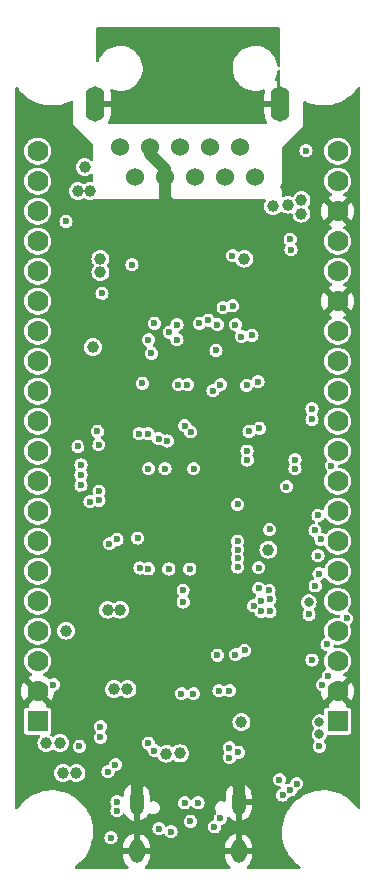
<source format=gbr>
%TF.GenerationSoftware,KiCad,Pcbnew,7.0.9-7.0.9~ubuntu22.04.1*%
%TF.CreationDate,2024-11-21T15:58:09+02:00*%
%TF.ProjectId,ESP32-P4-DevKit_Rev_B,45535033-322d-4503-942d-4465764b6974,B*%
%TF.SameCoordinates,PX80befc0PY7459280*%
%TF.FileFunction,Copper,L2,Inr*%
%TF.FilePolarity,Positive*%
%FSLAX46Y46*%
G04 Gerber Fmt 4.6, Leading zero omitted, Abs format (unit mm)*
G04 Created by KiCad (PCBNEW 7.0.9-7.0.9~ubuntu22.04.1) date 2024-11-21 15:58:09*
%MOMM*%
%LPD*%
G01*
G04 APERTURE LIST*
%TA.AperFunction,ComponentPad*%
%ADD10O,1.200000X2.200000*%
%TD*%
%TA.AperFunction,ComponentPad*%
%ADD11O,1.300000X2.000000*%
%TD*%
%TA.AperFunction,ComponentPad*%
%ADD12O,1.600000X2.999999*%
%TD*%
%TA.AperFunction,ComponentPad*%
%ADD13C,1.524000*%
%TD*%
%TA.AperFunction,ComponentPad*%
%ADD14R,1.778000X1.778000*%
%TD*%
%TA.AperFunction,ComponentPad*%
%ADD15C,1.778000*%
%TD*%
%TA.AperFunction,ComponentPad*%
%ADD16C,1.600000*%
%TD*%
%TA.AperFunction,ComponentPad*%
%ADD17C,2.400000*%
%TD*%
%TA.AperFunction,ComponentPad*%
%ADD18C,0.600000*%
%TD*%
%TA.AperFunction,ViaPad*%
%ADD19C,0.600000*%
%TD*%
%TA.AperFunction,ViaPad*%
%ADD20C,0.800000*%
%TD*%
%TA.AperFunction,ViaPad*%
%ADD21C,1.000000*%
%TD*%
%TA.AperFunction,Conductor*%
%ADD22C,1.016000*%
%TD*%
G04 APERTURE END LIST*
D10*
X19320000Y6030000D03*
X10680000Y6030000D03*
D11*
X19320000Y1850000D03*
X10680000Y1850000D03*
D12*
X22800000Y65100000D03*
X7200000Y65100000D03*
D13*
X20715000Y58960000D03*
X19445000Y61500000D03*
X18175000Y58960000D03*
X16905000Y61500000D03*
X15635000Y58960000D03*
X14365000Y61500000D03*
X13095000Y58960000D03*
X11825000Y61500000D03*
X10555000Y58960000D03*
X9285000Y61500000D03*
D14*
X2300000Y12870000D03*
D15*
X2300000Y15410000D03*
X2300000Y17950000D03*
X2300000Y20490000D03*
X2300000Y23030000D03*
X2300000Y25570000D03*
X2300000Y28110000D03*
X2300000Y30650000D03*
X2300000Y33190000D03*
X2300000Y35730000D03*
X2300000Y38270000D03*
X2300000Y40810000D03*
X2300000Y43350000D03*
X2300000Y45890000D03*
X2300000Y48430000D03*
X2300000Y50970000D03*
X2300000Y53510000D03*
X2300000Y56050000D03*
X2300000Y58590000D03*
X2300000Y61130000D03*
D16*
X15000000Y27000000D03*
X12000000Y30000000D03*
D17*
X15000000Y30000000D03*
D16*
X18000000Y30000000D03*
X15000000Y33000000D03*
D18*
X16503000Y50837000D03*
X15503000Y50837000D03*
X17103000Y50237000D03*
X14903000Y50237000D03*
D16*
X16003000Y49737000D03*
D18*
X17103000Y49237000D03*
X14903000Y49237000D03*
X16503000Y48637000D03*
X15503000Y48637000D03*
D14*
X27700000Y12870000D03*
D15*
X27700000Y15410000D03*
X27700000Y17950000D03*
X27700000Y20490000D03*
X27700000Y23030000D03*
X27700000Y25570000D03*
X27700000Y28110000D03*
X27700000Y30650000D03*
X27700000Y33190000D03*
X27700000Y35730000D03*
X27700000Y38270000D03*
X27700000Y40810000D03*
X27700000Y43350000D03*
X27700000Y45890000D03*
X27700000Y48430000D03*
X27700000Y50970000D03*
X27700000Y53510000D03*
X27700000Y56050000D03*
X27700000Y58590000D03*
X27700000Y61130000D03*
D19*
X20638500Y56658500D03*
D20*
X22099000Y37418000D03*
D19*
X23242000Y747000D03*
X24131000Y33481000D03*
X12447000Y969000D03*
D21*
X7621000Y48086000D03*
D20*
X21718000Y51642000D03*
X6478000Y23702000D03*
D21*
X8510000Y54944000D03*
D19*
X890000Y42117000D03*
X6224000Y32084000D03*
X5716000Y49991000D03*
X890000Y54817000D03*
D20*
X9653000Y44657000D03*
D19*
X17527000Y969000D03*
D21*
X4446000Y57738000D03*
X18924000Y41355000D03*
D19*
X15495000Y18495000D03*
D21*
X21999500Y24972776D03*
X4700000Y59770000D03*
D19*
X890000Y34497000D03*
X890000Y62183000D03*
X11177000Y46181000D03*
D21*
X17273000Y9977500D03*
D19*
X14606000Y12653000D03*
X29084000Y59897000D03*
X13844000Y56849000D03*
D21*
X12066000Y26750000D03*
X23369000Y58119000D03*
D19*
X16003000Y44022000D03*
X1017000Y6843000D03*
D21*
X6478000Y48086000D03*
D20*
X6579600Y36325800D03*
D19*
X18035000Y56722000D03*
X890000Y26750000D03*
D20*
X6986000Y43260000D03*
D21*
X11304000Y15574000D03*
D19*
X25528000Y25861000D03*
D21*
X28830000Y6970000D03*
X10796000Y18876000D03*
D19*
X29084000Y52277000D03*
X22099000Y12272000D03*
X13463000Y12653000D03*
X8383000Y25099000D03*
D21*
X23115000Y46435000D03*
D19*
X22099000Y13034000D03*
D21*
X3684000Y62310000D03*
D19*
X28449000Y62564000D03*
X8256000Y10875000D03*
X29084000Y44784000D03*
X12320000Y12653000D03*
D20*
X12383500Y41456600D03*
D19*
X6986000Y1350000D03*
X15241000Y969000D03*
X15520400Y34243000D03*
X19228800Y27385000D03*
D21*
X15114000Y69549000D03*
X21464000Y70819000D03*
X11939000Y67136000D03*
X17908000Y70819000D03*
X17908000Y67136000D03*
X8637000Y70819000D03*
X11939000Y70819000D03*
D19*
X21083000Y37672000D03*
X10773498Y28375600D03*
X19228800Y26648400D03*
X11685000Y25762817D03*
D21*
X6279000Y59770000D03*
D19*
X13412200Y25759400D03*
D21*
X6732000Y57738000D03*
X19559000Y12780000D03*
X5716000Y57738000D03*
D19*
X4700000Y55198000D03*
X7494000Y32338000D03*
D21*
X4700000Y20527000D03*
D19*
X11685000Y45165000D03*
X10973800Y25835600D03*
X19228800Y31220400D03*
X19228800Y25911800D03*
D21*
X22226000Y56468000D03*
D19*
X25782000Y29036000D03*
D21*
X6986000Y44530000D03*
D19*
X5843000Y10748000D03*
X7468600Y36275000D03*
D21*
X8226017Y22305000D03*
D19*
X3638500Y15955000D03*
X21006800Y25861000D03*
D21*
X9272000Y22305000D03*
D19*
X15190200Y25759400D03*
X20194000Y37418000D03*
D21*
X19813000Y52023000D03*
D19*
X10288000Y51515000D03*
X25020000Y61167000D03*
X17527000Y46435000D03*
X19051000Y46435000D03*
X26798000Y19384000D03*
X23682286Y53674000D03*
X7621000Y12399000D03*
X21033642Y24115142D03*
X23750000Y52785000D03*
X25528000Y18037800D03*
X27179000Y34497000D03*
D21*
X24639000Y56976000D03*
X7621000Y50880000D03*
X5589000Y8462000D03*
X4446000Y8462000D03*
X23496000Y56595000D03*
X24639000Y55833000D03*
X7621000Y52023000D03*
D19*
X22768517Y7919483D03*
X8510000Y3001000D03*
X23369000Y32719000D03*
D21*
X21845000Y27397500D03*
D19*
X21946600Y29112200D03*
X19228800Y28121600D03*
X11685000Y34243000D03*
X7367000Y37418000D03*
D20*
X26163000Y11764000D03*
X25268500Y22940000D03*
X26163000Y12780000D03*
D19*
X18797000Y52277000D03*
X17509000Y18455721D03*
X6732000Y31449000D03*
X7494000Y31576000D03*
X23699200Y7039600D03*
X5970000Y33735000D03*
X5977193Y32846000D03*
X23038800Y6607800D03*
X5716000Y36148000D03*
X20448000Y45546000D03*
X5970000Y34553006D03*
X24238049Y7578679D03*
X20956000Y41609000D03*
X19990800Y41304200D03*
X17781000Y41355000D03*
X17146000Y40847000D03*
X14987000Y41355000D03*
X14225000Y41355000D03*
X13272500Y36592500D03*
X12544777Y36790970D03*
X11655908Y37214800D03*
X10897600Y37214800D03*
X15266400Y37367200D03*
X14758400Y37900600D03*
X25800000Y24322706D03*
X26163000Y10748000D03*
X20600400Y22635200D03*
X11685000Y11002000D03*
X12193000Y10367000D03*
X21210000Y22178000D03*
X13590000Y3509000D03*
X25274000Y21924000D03*
X21972000Y22178000D03*
X18543000Y10621000D03*
X9018000Y6049000D03*
X17781000Y4652000D03*
X18543000Y9777500D03*
X21972000Y23194000D03*
X17273000Y3918983D03*
X9018000Y5287000D03*
X21210000Y23067000D03*
X19305000Y10240000D03*
X13082000Y34243000D03*
D21*
X13209000Y10113000D03*
X14352000Y10136500D03*
D19*
X16765000Y46816000D03*
X21885750Y23956000D03*
X7621000Y11510000D03*
X24085500Y35005000D03*
X14098000Y45165000D03*
X24085500Y34243000D03*
X13463000Y45800000D03*
X14098000Y46435000D03*
X25528000Y38434000D03*
X12193000Y46562000D03*
X25528000Y39323000D03*
X18822400Y48035200D03*
X28460000Y21570000D03*
X17400000Y44276000D03*
X14620218Y23960016D03*
X14623803Y22958000D03*
X7748000Y49102000D03*
D21*
X4192000Y11002000D03*
X8764000Y15574000D03*
X9907000Y15574000D03*
X3049000Y11002000D03*
D19*
X16003000Y46562000D03*
X26290000Y28274000D03*
X18009600Y47882800D03*
X19559000Y45419000D03*
X26036000Y30301998D03*
X11177000Y41482000D03*
X11939000Y44022000D03*
X9018000Y28274000D03*
X15495000Y15193000D03*
X14479000Y15193000D03*
X8383000Y27893000D03*
X15241000Y4398000D03*
X20030313Y35730313D03*
X14750000Y5954000D03*
X15876000Y5954000D03*
X20041600Y34979600D03*
X12574766Y3763766D03*
X26417000Y15955000D03*
X18543000Y15447000D03*
X26036000Y26877000D03*
X26130500Y25353000D03*
X26925000Y16717000D03*
X17654000Y15447000D03*
X8256000Y8589000D03*
X8891000Y9178500D03*
X19051000Y18495000D03*
X19820400Y18868600D03*
D22*
X11825000Y60900000D02*
X13095000Y59630000D01*
X13095000Y59630000D02*
X13095000Y58960000D01*
X11825000Y61500000D02*
X11825000Y60900000D01*
X19320000Y7431000D02*
X18797000Y7954000D01*
X13095000Y58960000D02*
X13095000Y57090000D01*
X11177000Y7954000D02*
X10680000Y7457000D01*
X19320000Y6030000D02*
X19320000Y7431000D01*
X13095000Y57090000D02*
X13717000Y56468000D01*
X18797000Y7954000D02*
X11177000Y7954000D01*
X10680000Y7457000D02*
X10680000Y6030000D01*
%TA.AperFunction,Conductor*%
G36*
X22803121Y71598498D02*
G01*
X22849614Y71544842D01*
X22861000Y71492500D01*
X22861000Y68356807D01*
X22840998Y68288686D01*
X22787342Y68242193D01*
X22717068Y68232089D01*
X22652488Y68261583D01*
X22614104Y68321309D01*
X22609756Y68343026D01*
X22607306Y68365288D01*
X22592830Y68496853D01*
X22522317Y68766571D01*
X22413283Y69023148D01*
X22268054Y69261115D01*
X22089724Y69475401D01*
X22089720Y69475404D01*
X22089719Y69475406D01*
X21882104Y69661429D01*
X21882094Y69661438D01*
X21649590Y69815261D01*
X21513539Y69879039D01*
X21397167Y69933592D01*
X21317530Y69957552D01*
X21130204Y70013910D01*
X21130199Y70013911D01*
X21130195Y70013912D01*
X20854394Y70054501D01*
X20854391Y70054501D01*
X20645401Y70054501D01*
X20645399Y70054501D01*
X20436962Y70039246D01*
X20164843Y69978628D01*
X20164841Y69978627D01*
X19904457Y69879039D01*
X19904454Y69879037D01*
X19661358Y69742606D01*
X19661349Y69742600D01*
X19440689Y69572212D01*
X19440688Y69572211D01*
X19247196Y69371518D01*
X19247191Y69371512D01*
X19084985Y69144790D01*
X19084978Y69144779D01*
X18957511Y68896853D01*
X18957510Y68896851D01*
X18867499Y68633006D01*
X18867496Y68632994D01*
X18816860Y68358852D01*
X18806679Y68080258D01*
X18837170Y67803147D01*
X18837171Y67803142D01*
X18907683Y67533427D01*
X19016716Y67276853D01*
X19031063Y67253345D01*
X19161946Y67038885D01*
X19340276Y66824599D01*
X19340278Y66824597D01*
X19340280Y66824595D01*
X19448325Y66727787D01*
X19547906Y66638562D01*
X19780410Y66484739D01*
X20032834Y66366408D01*
X20299796Y66286090D01*
X20363657Y66276692D01*
X20575605Y66245499D01*
X20575609Y66245499D01*
X20784601Y66245499D01*
X20888819Y66253127D01*
X20993039Y66260755D01*
X21265153Y66321371D01*
X21400748Y66373233D01*
X21471519Y66378885D01*
X21534112Y66345378D01*
X21568653Y66283351D01*
X21567466Y66222935D01*
X21514859Y66026602D01*
X21500000Y65856761D01*
X21500000Y65350000D01*
X22500000Y65350000D01*
X22500000Y64850000D01*
X21500000Y64850000D01*
X21500000Y64343239D01*
X21514859Y64173399D01*
X21573732Y63953678D01*
X21573734Y63953673D01*
X21669866Y63747518D01*
X21737259Y63651271D01*
X21759947Y63583997D01*
X21742662Y63515137D01*
X21690892Y63466552D01*
X21634046Y63453000D01*
X8365954Y63453000D01*
X8297833Y63473002D01*
X8251340Y63526658D01*
X8241236Y63596932D01*
X8262741Y63651271D01*
X8330133Y63747518D01*
X8426265Y63953673D01*
X8426267Y63953678D01*
X8485140Y64173399D01*
X8500000Y64343239D01*
X8500000Y64850000D01*
X7500000Y64850000D01*
X7500000Y65350000D01*
X8500000Y65350000D01*
X8500000Y65856761D01*
X8485140Y66026602D01*
X8434162Y66216859D01*
X8435852Y66287836D01*
X8475646Y66346631D01*
X8540911Y66374579D01*
X8598344Y66367468D01*
X8598425Y66367735D01*
X8599993Y66367264D01*
X8600891Y66367152D01*
X8602829Y66366411D01*
X8602834Y66366408D01*
X8869796Y66286090D01*
X8933657Y66276692D01*
X9145605Y66245499D01*
X9145609Y66245499D01*
X9354601Y66245499D01*
X9458819Y66253127D01*
X9563039Y66260755D01*
X9835153Y66321371D01*
X10095540Y66420961D01*
X10338653Y66557402D01*
X10559309Y66727787D01*
X10752805Y66928484D01*
X10915017Y67155215D01*
X10925072Y67174771D01*
X11042488Y67403148D01*
X11042489Y67403150D01*
X11132500Y67666995D01*
X11132502Y67667000D01*
X11183139Y67941145D01*
X11193321Y68219742D01*
X11162830Y68496853D01*
X11092317Y68766571D01*
X10983283Y69023148D01*
X10838054Y69261115D01*
X10659724Y69475401D01*
X10659720Y69475404D01*
X10659719Y69475406D01*
X10452104Y69661429D01*
X10452094Y69661438D01*
X10219590Y69815261D01*
X10083539Y69879039D01*
X9967167Y69933592D01*
X9887530Y69957552D01*
X9700204Y70013910D01*
X9700199Y70013911D01*
X9700195Y70013912D01*
X9424394Y70054501D01*
X9424391Y70054501D01*
X9215401Y70054501D01*
X9215399Y70054501D01*
X9006962Y70039246D01*
X8734843Y69978628D01*
X8734841Y69978627D01*
X8474457Y69879039D01*
X8474454Y69879037D01*
X8231358Y69742606D01*
X8231349Y69742600D01*
X8010689Y69572212D01*
X8010688Y69572211D01*
X7817196Y69371518D01*
X7817191Y69371512D01*
X7654985Y69144790D01*
X7654978Y69144779D01*
X7527511Y68896853D01*
X7527510Y68896851D01*
X7485251Y68772977D01*
X7444326Y68714963D01*
X7378532Y68688285D01*
X7308760Y68701412D01*
X7257161Y68750177D01*
X7240000Y68813660D01*
X7240000Y71492500D01*
X7260002Y71560621D01*
X7313658Y71607114D01*
X7366000Y71618500D01*
X22735000Y71618500D01*
X22803121Y71598498D01*
G37*
%TD.AperFunction*%
%TA.AperFunction,Conductor*%
G36*
X22775286Y68026587D02*
G01*
X22833436Y67985855D01*
X22860333Y67920150D01*
X22861000Y67907201D01*
X22861000Y66094552D01*
X22828160Y66103895D01*
X22716479Y66093546D01*
X22616078Y66043552D01*
X22550000Y65971070D01*
X22550000Y67078872D01*
X22549998Y67078873D01*
X22541450Y67076582D01*
X22470474Y67078272D01*
X22411678Y67118067D01*
X22383731Y67183331D01*
X22395505Y67253345D01*
X22396758Y67255854D01*
X22472488Y67403148D01*
X22472489Y67403150D01*
X22472490Y67403152D01*
X22562500Y67666995D01*
X22562502Y67667000D01*
X22611096Y67930089D01*
X22643138Y67993441D01*
X22704346Y68029415D01*
X22775286Y68026587D01*
G37*
%TD.AperFunction*%
%TA.AperFunction,Conductor*%
G36*
X590012Y66546241D02*
G01*
X610604Y66523443D01*
X705262Y66388682D01*
X742772Y66335282D01*
X742777Y66335276D01*
X988482Y66054474D01*
X988484Y66054472D01*
X1208028Y65851800D01*
X1262655Y65801371D01*
X1562171Y65578849D01*
X1562172Y65578847D01*
X1562176Y65578845D01*
X1562177Y65578844D01*
X1883655Y65389415D01*
X2223446Y65235230D01*
X2577702Y65118036D01*
X2942408Y65039161D01*
X2942410Y65039161D01*
X2942414Y65039160D01*
X3313418Y64999500D01*
X3313425Y64999500D01*
X3313431Y64999499D01*
X3313436Y64999499D01*
X3593219Y64999499D01*
X3872596Y65014389D01*
X3872601Y65014390D01*
X3872609Y65014390D01*
X4240995Y65073743D01*
X4600986Y65171916D01*
X4948503Y65307798D01*
X5150904Y65412972D01*
X5220572Y65426632D01*
X5286568Y65400459D01*
X5327936Y65342760D01*
X5335000Y65301165D01*
X5335000Y63325999D01*
X6949095Y61711905D01*
X6983120Y61649593D01*
X6986000Y61622810D01*
X6986000Y60434215D01*
X6965998Y60366094D01*
X6912342Y60319601D01*
X6842068Y60309497D01*
X6777488Y60338991D01*
X6770905Y60345120D01*
X6752402Y60363623D01*
X6752399Y60363625D01*
X6608439Y60454081D01*
X6608437Y60454082D01*
X6447954Y60510237D01*
X6279000Y60529274D01*
X6110046Y60510237D01*
X6110043Y60510237D01*
X6110043Y60510236D01*
X5949562Y60454082D01*
X5949560Y60454081D01*
X5805600Y60363625D01*
X5805597Y60363623D01*
X5685377Y60243403D01*
X5685375Y60243400D01*
X5594919Y60099440D01*
X5594918Y60099438D01*
X5555400Y59986500D01*
X5538763Y59938954D01*
X5519726Y59770000D01*
X5538763Y59601046D01*
X5538764Y59601044D01*
X5594918Y59440563D01*
X5594919Y59440561D01*
X5685375Y59296601D01*
X5685377Y59296598D01*
X5805597Y59176378D01*
X5805600Y59176376D01*
X5949563Y59085918D01*
X6110046Y59029763D01*
X6279000Y59010726D01*
X6447954Y59029763D01*
X6608437Y59085918D01*
X6752400Y59176376D01*
X6757318Y59181294D01*
X6770905Y59194880D01*
X6833217Y59228906D01*
X6904032Y59223841D01*
X6960868Y59181294D01*
X6985679Y59114774D01*
X6986000Y59105785D01*
X6986000Y58609649D01*
X6965998Y58541528D01*
X6912342Y58495035D01*
X6845892Y58484442D01*
X6732000Y58497274D01*
X6563046Y58478237D01*
X6563043Y58478237D01*
X6563043Y58478236D01*
X6402562Y58422082D01*
X6402559Y58422081D01*
X6291036Y58352006D01*
X6222714Y58332700D01*
X6156964Y58352006D01*
X6045440Y58422081D01*
X6045437Y58422082D01*
X5969998Y58448479D01*
X5884954Y58478237D01*
X5716000Y58497274D01*
X5547046Y58478237D01*
X5547043Y58478237D01*
X5547043Y58478236D01*
X5386562Y58422082D01*
X5386560Y58422081D01*
X5242600Y58331625D01*
X5242597Y58331623D01*
X5122377Y58211403D01*
X5122375Y58211400D01*
X5031919Y58067440D01*
X5031918Y58067438D01*
X5031918Y58067437D01*
X4975763Y57906954D01*
X4956726Y57738000D01*
X4975763Y57569046D01*
X4978231Y57561994D01*
X5031918Y57408563D01*
X5031919Y57408561D01*
X5122375Y57264601D01*
X5122377Y57264598D01*
X5242597Y57144378D01*
X5242600Y57144376D01*
X5386563Y57053918D01*
X5547046Y56997763D01*
X5716000Y56978726D01*
X5884954Y56997763D01*
X6045437Y57053918D01*
X6156964Y57123995D01*
X6225285Y57143301D01*
X6291036Y57123995D01*
X6402563Y57053918D01*
X6563046Y56997763D01*
X6732000Y56978726D01*
X6900954Y56997763D01*
X7061437Y57053918D01*
X7108814Y57083688D01*
X7175850Y57103000D01*
X21505936Y57103000D01*
X21574057Y57082998D01*
X21620550Y57029342D01*
X21630654Y56959068D01*
X21612623Y56909964D01*
X21541919Y56797440D01*
X21541918Y56797438D01*
X21541918Y56797437D01*
X21485763Y56636954D01*
X21466726Y56468000D01*
X21485763Y56299046D01*
X21499070Y56261017D01*
X21541918Y56138563D01*
X21541919Y56138561D01*
X21632375Y55994601D01*
X21632377Y55994598D01*
X21752597Y55874378D01*
X21752600Y55874376D01*
X21896563Y55783918D01*
X22057046Y55727763D01*
X22226000Y55708726D01*
X22394954Y55727763D01*
X22555437Y55783918D01*
X22699400Y55874376D01*
X22819624Y55994600D01*
X22819625Y55994603D01*
X22824036Y56000132D01*
X22826326Y55998306D01*
X22869617Y56036640D01*
X22939778Y56047499D01*
X23004672Y56018702D01*
X23012284Y56011691D01*
X23022597Y56001378D01*
X23022600Y56001376D01*
X23166563Y55910918D01*
X23327046Y55854763D01*
X23496000Y55835726D01*
X23664954Y55854763D01*
X23720091Y55874057D01*
X23790991Y55877676D01*
X23852596Y55842387D01*
X23885344Y55779394D01*
X23886910Y55769241D01*
X23898763Y55664046D01*
X23938669Y55550000D01*
X23954918Y55503563D01*
X23954919Y55503561D01*
X24045375Y55359601D01*
X24045377Y55359598D01*
X24165597Y55239378D01*
X24165600Y55239376D01*
X24309563Y55148918D01*
X24470046Y55092763D01*
X24639000Y55073726D01*
X24807954Y55092763D01*
X24968437Y55148918D01*
X25112400Y55239376D01*
X25232624Y55359600D01*
X25323082Y55503563D01*
X25379237Y55664046D01*
X25398274Y55833000D01*
X25379237Y56001954D01*
X25362425Y56050000D01*
X26306240Y56050000D01*
X26325250Y55820588D01*
X26381756Y55597451D01*
X26381759Y55597444D01*
X26474220Y55386654D01*
X26474222Y55386651D01*
X26556760Y55260315D01*
X27216922Y55920477D01*
X27240507Y55840156D01*
X27318239Y55719202D01*
X27426900Y55625048D01*
X27557685Y55565320D01*
X27567466Y55563914D01*
X26909039Y54905487D01*
X26937680Y54883195D01*
X26937687Y54883190D01*
X27140133Y54773633D01*
X27140131Y54773633D01*
X27164336Y54765324D01*
X27222272Y54724288D01*
X27248825Y54658444D01*
X27235565Y54588697D01*
X27189757Y54539023D01*
X27007934Y54426442D01*
X26851324Y54283674D01*
X26723612Y54114556D01*
X26629150Y53924850D01*
X26629147Y53924842D01*
X26571154Y53721017D01*
X26551601Y53510005D01*
X26551601Y53509996D01*
X26571154Y53298984D01*
X26615635Y53142648D01*
X26629150Y53095150D01*
X26723611Y52905446D01*
X26723612Y52905445D01*
X26851324Y52736327D01*
X27007933Y52593559D01*
X27188108Y52481999D01*
X27188110Y52481999D01*
X27188115Y52481995D01*
X27385726Y52405440D01*
X27594039Y52366500D01*
X27594041Y52366500D01*
X27805959Y52366500D01*
X27805961Y52366500D01*
X28014274Y52405440D01*
X28211885Y52481995D01*
X28392065Y52593558D01*
X28548677Y52736329D01*
X28676389Y52905446D01*
X28770850Y53095150D01*
X28828845Y53298982D01*
X28848399Y53510000D01*
X28846615Y53529248D01*
X28828845Y53721017D01*
X28770852Y53924842D01*
X28770850Y53924850D01*
X28676389Y54114554D01*
X28548677Y54283671D01*
X28548675Y54283674D01*
X28392066Y54426442D01*
X28210242Y54539023D01*
X28162855Y54591890D01*
X28151572Y54661984D01*
X28179976Y54727051D01*
X28235665Y54765324D01*
X28259861Y54773630D01*
X28259866Y54773632D01*
X28462313Y54883191D01*
X28462322Y54883197D01*
X28490959Y54905487D01*
X28490959Y54905489D01*
X27832534Y55563914D01*
X27842315Y55565320D01*
X27973100Y55625048D01*
X28081761Y55719202D01*
X28159493Y55840156D01*
X28183076Y55920477D01*
X28843239Y55260315D01*
X28925776Y55386648D01*
X29018240Y55597444D01*
X29018243Y55597451D01*
X29074749Y55820588D01*
X29093759Y56050000D01*
X29074749Y56279413D01*
X29018243Y56502550D01*
X29018240Y56502557D01*
X28925775Y56713356D01*
X28843238Y56839687D01*
X28183076Y56179526D01*
X28159493Y56259844D01*
X28081761Y56380798D01*
X27973100Y56474952D01*
X27842315Y56534680D01*
X27832533Y56536087D01*
X28490960Y57194514D01*
X28462311Y57216811D01*
X28259866Y57326368D01*
X28259864Y57326370D01*
X28235661Y57334678D01*
X28177726Y57375715D01*
X28151174Y57441560D01*
X28164435Y57511307D01*
X28210243Y57560978D01*
X28370299Y57660081D01*
X28392065Y57673558D01*
X28548677Y57816329D01*
X28676389Y57985446D01*
X28770850Y58175150D01*
X28828845Y58378982D01*
X28838042Y58478236D01*
X28848399Y58589996D01*
X28848399Y58590005D01*
X28828845Y58801017D01*
X28770852Y59004842D01*
X28770850Y59004850D01*
X28676389Y59194554D01*
X28548677Y59363671D01*
X28548675Y59363674D01*
X28392066Y59506442D01*
X28211891Y59618002D01*
X28211886Y59618004D01*
X28211885Y59618005D01*
X28014277Y59694559D01*
X28014278Y59694559D01*
X28014275Y59694560D01*
X28014274Y59694560D01*
X27805961Y59733500D01*
X27594039Y59733500D01*
X27385726Y59694560D01*
X27385721Y59694559D01*
X27188119Y59618007D01*
X27188108Y59618002D01*
X27007933Y59506442D01*
X26851324Y59363674D01*
X26723612Y59194556D01*
X26629150Y59004850D01*
X26629147Y59004842D01*
X26571154Y58801017D01*
X26551601Y58590005D01*
X26551601Y58589996D01*
X26571154Y58378984D01*
X26584629Y58331623D01*
X26629150Y58175150D01*
X26723611Y57985446D01*
X26723612Y57985445D01*
X26851324Y57816327D01*
X27007933Y57673559D01*
X27189757Y57560978D01*
X27237144Y57508111D01*
X27248427Y57438017D01*
X27220023Y57372950D01*
X27164339Y57334678D01*
X27140133Y57326368D01*
X26937687Y57216811D01*
X26909039Y57194515D01*
X26909039Y57194513D01*
X27567465Y56536087D01*
X27557685Y56534680D01*
X27426900Y56474952D01*
X27318239Y56380798D01*
X27240507Y56259844D01*
X27216923Y56179525D01*
X26556760Y56839688D01*
X26556759Y56839687D01*
X26474229Y56713365D01*
X26474222Y56713351D01*
X26381759Y56502557D01*
X26381756Y56502550D01*
X26325250Y56279413D01*
X26306240Y56050000D01*
X25362425Y56050000D01*
X25323082Y56162437D01*
X25232624Y56306400D01*
X25223620Y56315404D01*
X25189594Y56377712D01*
X25194657Y56448528D01*
X25223620Y56493597D01*
X25232624Y56502600D01*
X25323082Y56646563D01*
X25379237Y56807046D01*
X25398274Y56976000D01*
X25379237Y57144954D01*
X25323082Y57305437D01*
X25232624Y57449400D01*
X25232622Y57449403D01*
X25112402Y57569623D01*
X25112399Y57569625D01*
X24968439Y57660081D01*
X24968437Y57660082D01*
X24929927Y57673557D01*
X24807954Y57716237D01*
X24639000Y57735274D01*
X24470046Y57716237D01*
X24470043Y57716237D01*
X24470043Y57716236D01*
X24309562Y57660082D01*
X24309560Y57660081D01*
X24165600Y57569625D01*
X24165597Y57569623D01*
X24045378Y57449404D01*
X23971464Y57331771D01*
X23918285Y57284734D01*
X23848118Y57273914D01*
X23823163Y57279878D01*
X23664954Y57335237D01*
X23496000Y57354274D01*
X23327046Y57335237D01*
X23327043Y57335237D01*
X23327043Y57335236D01*
X23159884Y57276745D01*
X23159255Y57278543D01*
X23098596Y57268564D01*
X23033432Y57296744D01*
X22993847Y57355681D01*
X22988000Y57393619D01*
X22988000Y61167000D01*
X24460715Y61167000D01*
X24479771Y61022248D01*
X24535644Y60887359D01*
X24535649Y60887351D01*
X24624525Y60771526D01*
X24740350Y60682650D01*
X24740357Y60682645D01*
X24875246Y60626772D01*
X25020000Y60607715D01*
X25164754Y60626772D01*
X25299643Y60682645D01*
X25415474Y60771526D01*
X25504355Y60887357D01*
X25560228Y61022246D01*
X25574413Y61129996D01*
X26551601Y61129996D01*
X26571154Y60918984D01*
X26613109Y60771526D01*
X26629150Y60715150D01*
X26723611Y60525446D01*
X26735097Y60510236D01*
X26851324Y60356327D01*
X27007933Y60213559D01*
X27188108Y60101999D01*
X27188110Y60101999D01*
X27188115Y60101995D01*
X27385726Y60025440D01*
X27594039Y59986500D01*
X27594041Y59986500D01*
X27805959Y59986500D01*
X27805961Y59986500D01*
X28014274Y60025440D01*
X28211885Y60101995D01*
X28392065Y60213558D01*
X28497305Y60309497D01*
X28548675Y60356327D01*
X28554185Y60363623D01*
X28676389Y60525446D01*
X28770850Y60715150D01*
X28828845Y60918982D01*
X28848399Y61130000D01*
X28844970Y61167000D01*
X28828845Y61341017D01*
X28820937Y61368810D01*
X28770850Y61544850D01*
X28676389Y61734554D01*
X28548677Y61903671D01*
X28548675Y61903674D01*
X28392066Y62046442D01*
X28211891Y62158002D01*
X28211886Y62158004D01*
X28211885Y62158005D01*
X28014277Y62234559D01*
X28014278Y62234559D01*
X28014275Y62234560D01*
X28014274Y62234560D01*
X27805961Y62273500D01*
X27594039Y62273500D01*
X27385726Y62234560D01*
X27385721Y62234559D01*
X27188119Y62158007D01*
X27188108Y62158002D01*
X27007933Y62046442D01*
X26851324Y61903674D01*
X26723612Y61734556D01*
X26629150Y61544850D01*
X26629147Y61544842D01*
X26571154Y61341017D01*
X26551601Y61130005D01*
X26551601Y61129996D01*
X25574413Y61129996D01*
X25579285Y61167000D01*
X25560228Y61311754D01*
X25504355Y61446642D01*
X25415474Y61562474D01*
X25415472Y61562476D01*
X25415471Y61562477D01*
X25299649Y61651351D01*
X25299641Y61651356D01*
X25164752Y61707229D01*
X25020000Y61726285D01*
X24875247Y61707229D01*
X24807802Y61679292D01*
X24740358Y61651355D01*
X24740357Y61651354D01*
X24740356Y61651354D01*
X24624526Y61562474D01*
X24535646Y61446644D01*
X24535645Y61446642D01*
X24525024Y61421000D01*
X24479771Y61311753D01*
X24460715Y61167001D01*
X24460715Y61167000D01*
X22988000Y61167000D01*
X22988000Y61368810D01*
X23008002Y61436931D01*
X23024905Y61457905D01*
X24766000Y63199000D01*
X24766000Y65247264D01*
X24786002Y65315385D01*
X24839658Y65361878D01*
X24909932Y65371982D01*
X24944059Y65362006D01*
X25223446Y65235230D01*
X25577702Y65118036D01*
X25942408Y65039161D01*
X25942410Y65039161D01*
X25942414Y65039160D01*
X26313418Y64999500D01*
X26313425Y64999500D01*
X26313431Y64999499D01*
X26313436Y64999499D01*
X26593219Y64999499D01*
X26872596Y65014389D01*
X26872601Y65014390D01*
X26872609Y65014390D01*
X27240995Y65073743D01*
X27600986Y65171916D01*
X27948503Y65307798D01*
X28279607Y65479849D01*
X28590547Y65686119D01*
X28877801Y65924272D01*
X29138114Y66191609D01*
X29368535Y66485101D01*
X29385685Y66512510D01*
X29438774Y66559649D01*
X29508920Y66570603D01*
X29573853Y66541895D01*
X29612957Y66482638D01*
X29618500Y66445678D01*
X29618500Y5548984D01*
X29598498Y5480863D01*
X29544842Y5434370D01*
X29474568Y5424266D01*
X29409988Y5453760D01*
X29389394Y5476560D01*
X29350988Y5531237D01*
X29257232Y5664713D01*
X29257227Y5664719D01*
X29257222Y5664725D01*
X29011517Y5945527D01*
X29011515Y5945529D01*
X28737344Y6198630D01*
X28562997Y6328159D01*
X28437827Y6421153D01*
X28437827Y6421154D01*
X28247411Y6533355D01*
X28116345Y6610585D01*
X27776554Y6764770D01*
X27422298Y6881964D01*
X27422297Y6881965D01*
X27422288Y6881967D01*
X27057585Y6960841D01*
X26686581Y7000501D01*
X26686569Y7000501D01*
X26406787Y7000501D01*
X26406781Y7000501D01*
X26127403Y6985612D01*
X26127385Y6985610D01*
X25759000Y6926257D01*
X25399012Y6828084D01*
X25399009Y6828083D01*
X25051514Y6692209D01*
X25051507Y6692207D01*
X25051497Y6692202D01*
X25051488Y6692198D01*
X25051485Y6692196D01*
X24720399Y6520155D01*
X24720396Y6520153D01*
X24409452Y6313881D01*
X24409445Y6313876D01*
X24122202Y6075732D01*
X23861883Y5808388D01*
X23631464Y5514900D01*
X23433543Y5198575D01*
X23270370Y4863014D01*
X23270369Y4863013D01*
X23143788Y4512008D01*
X23143786Y4512002D01*
X23055232Y4149532D01*
X23055228Y4149509D01*
X23005706Y3779696D01*
X23005705Y3779687D01*
X22995772Y3406690D01*
X22995772Y3406684D01*
X23025542Y3034741D01*
X23094683Y2668057D01*
X23094686Y2668048D01*
X23202399Y2310820D01*
X23202403Y2310811D01*
X23347484Y1967044D01*
X23347492Y1967027D01*
X23483092Y1722228D01*
X23528293Y1640626D01*
X23679856Y1424852D01*
X23742772Y1335282D01*
X23742777Y1335276D01*
X23988482Y1054474D01*
X23988484Y1054472D01*
X24262655Y801371D01*
X24522068Y608642D01*
X24564821Y551961D01*
X24570143Y481164D01*
X24536344Y418729D01*
X24474156Y384478D01*
X24446926Y381500D01*
X20125310Y381500D01*
X20057189Y401502D01*
X20010696Y455158D01*
X20000592Y525432D01*
X20030086Y590012D01*
X20040424Y600615D01*
X20173499Y721930D01*
X20301939Y892011D01*
X20396936Y1082793D01*
X20396938Y1082798D01*
X20455261Y1287782D01*
X20470000Y1446837D01*
X20470000Y1600000D01*
X19720000Y1600000D01*
X19720000Y2100000D01*
X20470000Y2100000D01*
X20470000Y2253164D01*
X20455261Y2412219D01*
X20396938Y2617203D01*
X20396936Y2617208D01*
X20301939Y2807990D01*
X20173499Y2978071D01*
X20015998Y3121653D01*
X19834795Y3233848D01*
X19834788Y3233851D01*
X19636065Y3310837D01*
X19636066Y3310837D01*
X19570000Y3323187D01*
X19570000Y2465686D01*
X19558045Y2477641D01*
X19445148Y2535165D01*
X19320000Y2554986D01*
X19194852Y2535165D01*
X19081955Y2477641D01*
X19070000Y2465686D01*
X19070000Y3323187D01*
X19003933Y3310837D01*
X18805211Y3233851D01*
X18805204Y3233848D01*
X18624001Y3121653D01*
X18466500Y2978071D01*
X18338060Y2807990D01*
X18243063Y2617208D01*
X18243061Y2617203D01*
X18184738Y2412219D01*
X18170000Y2253164D01*
X18170000Y2100000D01*
X18920000Y2100000D01*
X18920000Y1600000D01*
X18170000Y1600000D01*
X18170000Y1446837D01*
X18184738Y1287782D01*
X18243061Y1082798D01*
X18243063Y1082793D01*
X18338060Y892011D01*
X18466500Y721930D01*
X18599576Y600615D01*
X18636442Y539940D01*
X18634653Y468966D01*
X18594777Y410226D01*
X18529473Y382370D01*
X18514690Y381500D01*
X11485310Y381500D01*
X11417189Y401502D01*
X11370696Y455158D01*
X11360592Y525432D01*
X11390086Y590012D01*
X11400424Y600615D01*
X11533499Y721930D01*
X11661939Y892011D01*
X11756936Y1082793D01*
X11756938Y1082798D01*
X11815261Y1287782D01*
X11830000Y1446837D01*
X11830000Y1600000D01*
X11080000Y1600000D01*
X11080000Y2100000D01*
X11830000Y2100000D01*
X11830000Y2253164D01*
X11815261Y2412219D01*
X11756938Y2617203D01*
X11756936Y2617208D01*
X11661939Y2807990D01*
X11533499Y2978071D01*
X11375998Y3121653D01*
X11194795Y3233848D01*
X11194788Y3233851D01*
X10996065Y3310837D01*
X10996066Y3310837D01*
X10930000Y3323187D01*
X10930000Y2465686D01*
X10918045Y2477641D01*
X10805148Y2535165D01*
X10680000Y2554986D01*
X10554852Y2535165D01*
X10441955Y2477641D01*
X10430000Y2465686D01*
X10430000Y3323187D01*
X10363933Y3310837D01*
X10165211Y3233851D01*
X10165204Y3233848D01*
X9984001Y3121653D01*
X9826500Y2978071D01*
X9698060Y2807990D01*
X9603063Y2617208D01*
X9603061Y2617203D01*
X9544738Y2412219D01*
X9530000Y2253164D01*
X9530000Y2100000D01*
X10280000Y2100000D01*
X10280000Y1600000D01*
X9530000Y1600000D01*
X9530000Y1446837D01*
X9544738Y1287782D01*
X9603061Y1082798D01*
X9603063Y1082793D01*
X9698060Y892011D01*
X9826500Y721930D01*
X9959576Y600615D01*
X9996442Y539940D01*
X9994653Y468966D01*
X9954777Y410226D01*
X9889473Y382370D01*
X9874690Y381500D01*
X5549220Y381500D01*
X5481099Y401502D01*
X5434606Y455158D01*
X5424502Y525432D01*
X5453996Y590012D01*
X5479565Y612497D01*
X5590547Y686119D01*
X5877801Y924272D01*
X6138114Y1191609D01*
X6368535Y1485101D01*
X6566455Y1801422D01*
X6729631Y2136989D01*
X6856213Y2487999D01*
X6944769Y2850476D01*
X6964926Y3001000D01*
X7950715Y3001000D01*
X7969771Y2856248D01*
X8025644Y2721359D01*
X8025649Y2721351D01*
X8114525Y2605526D01*
X8180390Y2554986D01*
X8230357Y2516645D01*
X8365246Y2460772D01*
X8510000Y2441715D01*
X8654754Y2460772D01*
X8789643Y2516645D01*
X8905474Y2605526D01*
X8994355Y2721357D01*
X9050228Y2856246D01*
X9069285Y3001000D01*
X9066171Y3024650D01*
X9050228Y3145753D01*
X9050228Y3145754D01*
X8994355Y3280642D01*
X8905474Y3396474D01*
X8905472Y3396476D01*
X8905471Y3396477D01*
X8789649Y3485351D01*
X8789641Y3485356D01*
X8654752Y3541229D01*
X8510000Y3560285D01*
X8365247Y3541229D01*
X8297802Y3513292D01*
X8230358Y3485355D01*
X8230357Y3485354D01*
X8230356Y3485354D01*
X8114526Y3396474D01*
X8025646Y3280644D01*
X8025645Y3280642D01*
X8006262Y3233848D01*
X7969771Y3145753D01*
X7950715Y3001001D01*
X7950715Y3001000D01*
X6964926Y3001000D01*
X6994294Y3220312D01*
X7002840Y3541229D01*
X7004227Y3593311D01*
X7004227Y3593317D01*
X6990584Y3763766D01*
X12015481Y3763766D01*
X12034537Y3619014D01*
X12090410Y3484125D01*
X12090415Y3484117D01*
X12179291Y3368292D01*
X12295116Y3279416D01*
X12295123Y3279411D01*
X12430012Y3223538D01*
X12574766Y3204481D01*
X12719520Y3223538D01*
X12854409Y3279411D01*
X12899046Y3313664D01*
X12965264Y3339263D01*
X13034813Y3324999D01*
X13085609Y3275398D01*
X13092157Y3261919D01*
X13105642Y3229363D01*
X13105649Y3229351D01*
X13194525Y3113526D01*
X13310350Y3024650D01*
X13310357Y3024645D01*
X13445246Y2968772D01*
X13590000Y2949715D01*
X13734754Y2968772D01*
X13869643Y3024645D01*
X13985474Y3113526D01*
X14074355Y3229357D01*
X14130228Y3364246D01*
X14149285Y3509000D01*
X14130228Y3653754D01*
X14074355Y3788642D01*
X13985474Y3904474D01*
X13985472Y3904476D01*
X13985471Y3904477D01*
X13869649Y3993351D01*
X13869641Y3993356D01*
X13734752Y4049229D01*
X13590000Y4068285D01*
X13445247Y4049229D01*
X13377802Y4021292D01*
X13310358Y3993355D01*
X13310357Y3993354D01*
X13310351Y3993351D01*
X13265719Y3959103D01*
X13199499Y3933503D01*
X13129950Y3947768D01*
X13079154Y3997370D01*
X13072613Y4010836D01*
X13059121Y4043408D01*
X12970240Y4159240D01*
X12970238Y4159242D01*
X12970237Y4159243D01*
X12854415Y4248117D01*
X12854407Y4248122D01*
X12719518Y4303995D01*
X12574766Y4323051D01*
X12430013Y4303995D01*
X12362568Y4276058D01*
X12295124Y4248121D01*
X12295123Y4248120D01*
X12295122Y4248120D01*
X12179292Y4159240D01*
X12090412Y4043410D01*
X12090411Y4043408D01*
X12076924Y4010848D01*
X12034537Y3908519D01*
X12015481Y3763767D01*
X12015481Y3763766D01*
X6990584Y3763766D01*
X6974457Y3965260D01*
X6955889Y4063736D01*
X6905317Y4331941D01*
X6885399Y4398000D01*
X14681715Y4398000D01*
X14700771Y4253248D01*
X14756644Y4118359D01*
X14756649Y4118351D01*
X14845525Y4002526D01*
X14954399Y3918984D01*
X14961357Y3913645D01*
X15096246Y3857772D01*
X15241000Y3838715D01*
X15385754Y3857772D01*
X15520643Y3913645D01*
X15527600Y3918983D01*
X16713715Y3918983D01*
X16732771Y3774231D01*
X16788644Y3639342D01*
X16788649Y3639334D01*
X16877525Y3523509D01*
X16965284Y3456169D01*
X16993357Y3434628D01*
X17128246Y3378755D01*
X17273000Y3359698D01*
X17417754Y3378755D01*
X17552643Y3434628D01*
X17668474Y3523509D01*
X17757355Y3639340D01*
X17813228Y3774229D01*
X17832285Y3918983D01*
X17830373Y3933503D01*
X17825375Y3971471D01*
X17836314Y4041620D01*
X17883443Y4094718D01*
X17918456Y4107096D01*
X17917776Y4109634D01*
X17925749Y4111771D01*
X17925750Y4111772D01*
X17925754Y4111772D01*
X18060643Y4167645D01*
X18176474Y4256526D01*
X18265355Y4372357D01*
X18321228Y4507246D01*
X18340285Y4652000D01*
X18340285Y4652001D01*
X18341363Y4660188D01*
X18343907Y4659854D01*
X18360287Y4715638D01*
X18413943Y4762131D01*
X18484217Y4772235D01*
X18548797Y4742742D01*
X18679036Y4629890D01*
X18679036Y4629889D01*
X18860964Y4524854D01*
X18860966Y4524853D01*
X19059481Y4456146D01*
X19059492Y4456143D01*
X19069999Y4454633D01*
X19070000Y4454633D01*
X19070000Y5264314D01*
X19081955Y5252359D01*
X19194852Y5194835D01*
X19320000Y5175014D01*
X19445148Y5194835D01*
X19558045Y5252359D01*
X19570000Y5264314D01*
X19570000Y4458743D01*
X19681406Y4485770D01*
X19681412Y4485772D01*
X19872502Y4573039D01*
X20043623Y4694894D01*
X20188593Y4846935D01*
X20302169Y5023662D01*
X20380243Y5218682D01*
X20380243Y5218684D01*
X20419998Y5424957D01*
X20420000Y5424968D01*
X20420000Y5780000D01*
X19720000Y5780000D01*
X19720000Y6280000D01*
X20420000Y6280000D01*
X20420000Y6582403D01*
X20419999Y6582424D01*
X20405036Y6739113D01*
X20405033Y6739128D01*
X20345850Y6940687D01*
X20345846Y6940697D01*
X20249591Y7127407D01*
X20249585Y7127416D01*
X20119734Y7292534D01*
X20119723Y7292546D01*
X19960963Y7430111D01*
X19960963Y7430112D01*
X19779035Y7535147D01*
X19779033Y7535148D01*
X19580515Y7603856D01*
X19580511Y7603857D01*
X19570000Y7605369D01*
X19570000Y6795686D01*
X19558045Y6807641D01*
X19445148Y6865165D01*
X19320000Y6884986D01*
X19194852Y6865165D01*
X19081955Y6807641D01*
X19070000Y6795686D01*
X19070000Y7601259D01*
X19069999Y7601260D01*
X18958590Y7574231D01*
X18958586Y7574229D01*
X18767497Y7486962D01*
X18596376Y7365107D01*
X18451406Y7213066D01*
X18337830Y7036339D01*
X18259756Y6841319D01*
X18259756Y6841317D01*
X18220001Y6635044D01*
X18220000Y6635033D01*
X18220000Y6179549D01*
X18199998Y6111428D01*
X18146342Y6064935D01*
X18076068Y6054831D01*
X18060006Y6058221D01*
X17966216Y6084500D01*
X17966214Y6084500D01*
X17852073Y6084500D01*
X17852062Y6084500D01*
X17738998Y6068959D01*
X17738990Y6068957D01*
X17599181Y6008230D01*
X17599178Y6008228D01*
X17480944Y5912036D01*
X17480938Y5912030D01*
X17393039Y5787506D01*
X17393037Y5787501D01*
X17341994Y5643879D01*
X17341993Y5643873D01*
X17335868Y5554323D01*
X17331592Y5491804D01*
X17347319Y5416122D01*
X17362605Y5342561D01*
X17362606Y5342559D01*
X17429981Y5212531D01*
X17443562Y5142846D01*
X17417312Y5076880D01*
X17394816Y5054604D01*
X17385528Y5047478D01*
X17296646Y4931644D01*
X17296645Y4931642D01*
X17276229Y4882354D01*
X17240771Y4796753D01*
X17221715Y4652001D01*
X17221715Y4651998D01*
X17228624Y4599513D01*
X17217684Y4529364D01*
X17170555Y4476266D01*
X17135646Y4463500D01*
X17136223Y4461349D01*
X17128252Y4459214D01*
X17065161Y4433081D01*
X16993358Y4403338D01*
X16993357Y4403337D01*
X16993356Y4403337D01*
X16877526Y4314457D01*
X16788646Y4198627D01*
X16788645Y4198625D01*
X16768300Y4149509D01*
X16732771Y4063736D01*
X16713715Y3918984D01*
X16713715Y3918983D01*
X15527600Y3918983D01*
X15636474Y4002526D01*
X15725355Y4118357D01*
X15781228Y4253246D01*
X15800285Y4398000D01*
X15799582Y4403337D01*
X15785277Y4512001D01*
X15781228Y4542754D01*
X15725355Y4677642D01*
X15636474Y4793474D01*
X15636472Y4793476D01*
X15636471Y4793477D01*
X15520649Y4882351D01*
X15520641Y4882356D01*
X15385752Y4938229D01*
X15241000Y4957285D01*
X15096247Y4938229D01*
X15028802Y4910292D01*
X14961358Y4882355D01*
X14961357Y4882354D01*
X14961356Y4882354D01*
X14845526Y4793474D01*
X14756646Y4677644D01*
X14756645Y4677642D01*
X14749277Y4659854D01*
X14700771Y4542753D01*
X14681715Y4398001D01*
X14681715Y4398000D01*
X6885399Y4398000D01*
X6867083Y4458743D01*
X6797600Y4689181D01*
X6797596Y4689190D01*
X6781337Y4727715D01*
X6652511Y5032967D01*
X6511797Y5287000D01*
X8458715Y5287000D01*
X8477771Y5142248D01*
X8533644Y5007359D01*
X8533649Y5007351D01*
X8622525Y4891526D01*
X8738350Y4802650D01*
X8738357Y4802645D01*
X8873246Y4746772D01*
X9018000Y4727715D01*
X9162754Y4746772D01*
X9297643Y4802645D01*
X9413474Y4891526D01*
X9489837Y4991043D01*
X9506742Y5013074D01*
X9564080Y5054941D01*
X9634951Y5059163D01*
X9696854Y5024399D01*
X9718697Y4994106D01*
X9750408Y4932594D01*
X9750414Y4932585D01*
X9880265Y4767467D01*
X9880276Y4767455D01*
X10039036Y4629890D01*
X10039036Y4629889D01*
X10220964Y4524854D01*
X10220966Y4524853D01*
X10419481Y4456146D01*
X10419492Y4456143D01*
X10429999Y4454633D01*
X10430000Y4454633D01*
X10430000Y5264314D01*
X10441955Y5252359D01*
X10554852Y5194835D01*
X10680000Y5175014D01*
X10805148Y5194835D01*
X10918045Y5252359D01*
X10930000Y5264314D01*
X10930000Y4458743D01*
X11041406Y4485770D01*
X11041412Y4485772D01*
X11232502Y4573039D01*
X11403623Y4694894D01*
X11548593Y4846935D01*
X11655647Y5013514D01*
X11709302Y5060007D01*
X11779576Y5070111D01*
X11827108Y5053052D01*
X11887010Y5016625D01*
X11887012Y5016625D01*
X11887013Y5016624D01*
X11887012Y5016624D01*
X11978316Y4991042D01*
X12033786Y4975500D01*
X12033788Y4975500D01*
X12147927Y4975500D01*
X12147937Y4975501D01*
X12237249Y4987778D01*
X12261009Y4991043D01*
X12400818Y5051770D01*
X12519058Y5147966D01*
X12606961Y5272496D01*
X12658006Y5416123D01*
X12668408Y5568196D01*
X12637396Y5717436D01*
X12637395Y5717438D01*
X12637395Y5717439D01*
X12589823Y5809248D01*
X12567269Y5852775D01*
X12472732Y5954000D01*
X14190715Y5954000D01*
X14209771Y5809248D01*
X14265644Y5674359D01*
X14265649Y5674351D01*
X14354525Y5558526D01*
X14461345Y5476560D01*
X14470357Y5469645D01*
X14605246Y5413772D01*
X14750000Y5394715D01*
X14894754Y5413772D01*
X15029643Y5469645D01*
X15145474Y5558526D01*
X15213038Y5646576D01*
X15270376Y5688443D01*
X15341247Y5692665D01*
X15403150Y5657901D01*
X15412962Y5646576D01*
X15480525Y5558526D01*
X15587345Y5476560D01*
X15596357Y5469645D01*
X15731246Y5413772D01*
X15876000Y5394715D01*
X16020754Y5413772D01*
X16155643Y5469645D01*
X16271474Y5558526D01*
X16360355Y5674357D01*
X16416228Y5809246D01*
X16435285Y5954000D01*
X16416228Y6098754D01*
X16360355Y6233642D01*
X16271474Y6349474D01*
X16271472Y6349476D01*
X16271471Y6349477D01*
X16155649Y6438351D01*
X16155641Y6438356D01*
X16020752Y6494229D01*
X15876000Y6513285D01*
X15731247Y6494229D01*
X15663802Y6466292D01*
X15596358Y6438355D01*
X15596357Y6438354D01*
X15596356Y6438354D01*
X15480523Y6349472D01*
X15412962Y6261424D01*
X15355624Y6219557D01*
X15284753Y6215335D01*
X15222850Y6250099D01*
X15213038Y6261424D01*
X15145474Y6349475D01*
X15029649Y6438351D01*
X15029641Y6438356D01*
X14894752Y6494229D01*
X14750000Y6513285D01*
X14605247Y6494229D01*
X14537802Y6466292D01*
X14470358Y6438355D01*
X14470357Y6438354D01*
X14470356Y6438354D01*
X14354526Y6349474D01*
X14265646Y6233644D01*
X14265645Y6233642D01*
X14244798Y6183313D01*
X14209771Y6098753D01*
X14190715Y5954001D01*
X14190715Y5954000D01*
X12472732Y5954000D01*
X12463228Y5964176D01*
X12463227Y5964177D01*
X12332990Y6043375D01*
X12332987Y6043377D01*
X12186220Y6084499D01*
X12186215Y6084500D01*
X12186214Y6084500D01*
X12072073Y6084500D01*
X12072062Y6084500D01*
X11958998Y6068959D01*
X11958986Y6068956D01*
X11956191Y6067741D01*
X11953419Y6067396D01*
X11950696Y6066632D01*
X11950581Y6067042D01*
X11885741Y6058952D01*
X11821722Y6089647D01*
X11784462Y6150080D01*
X11780000Y6183313D01*
X11780000Y6582403D01*
X11779999Y6582424D01*
X11765036Y6739113D01*
X11765033Y6739128D01*
X11705850Y6940687D01*
X11705846Y6940697D01*
X11609591Y7127407D01*
X11609585Y7127416D01*
X11479734Y7292534D01*
X11479723Y7292546D01*
X11320963Y7430111D01*
X11320963Y7430112D01*
X11139035Y7535147D01*
X11139033Y7535148D01*
X10940515Y7603856D01*
X10940511Y7603857D01*
X10930000Y7605369D01*
X10930000Y6795686D01*
X10918045Y6807641D01*
X10805148Y6865165D01*
X10680000Y6884986D01*
X10554852Y6865165D01*
X10441955Y6807641D01*
X10430000Y6795686D01*
X10430000Y7601259D01*
X10429999Y7601260D01*
X10318590Y7574231D01*
X10318586Y7574229D01*
X10127497Y7486962D01*
X9956376Y7365107D01*
X9811406Y7213066D01*
X9697830Y7036339D01*
X9619756Y6841319D01*
X9619756Y6841317D01*
X9580001Y6635044D01*
X9580000Y6635033D01*
X9580000Y6572198D01*
X9559998Y6504077D01*
X9506342Y6457584D01*
X9436068Y6447480D01*
X9377296Y6472235D01*
X9326150Y6511481D01*
X9297643Y6533355D01*
X9179181Y6582424D01*
X9162752Y6589229D01*
X9018000Y6608285D01*
X8873247Y6589229D01*
X8832132Y6572198D01*
X8738358Y6533355D01*
X8738357Y6533354D01*
X8738356Y6533354D01*
X8622526Y6444474D01*
X8533646Y6328644D01*
X8533645Y6328642D01*
X8533442Y6328151D01*
X8477771Y6193753D01*
X8458715Y6049001D01*
X8458715Y6049000D01*
X8477771Y5904248D01*
X8533644Y5769359D01*
X8533649Y5769351D01*
X8552562Y5744703D01*
X8578162Y5678483D01*
X8563897Y5608934D01*
X8552563Y5591298D01*
X8533649Y5566648D01*
X8533646Y5566645D01*
X8533645Y5566642D01*
X8505708Y5499198D01*
X8477771Y5431753D01*
X8458715Y5287001D01*
X8458715Y5287000D01*
X6511797Y5287000D01*
X6471707Y5359374D01*
X6257232Y5664713D01*
X6257227Y5664719D01*
X6257222Y5664725D01*
X6011517Y5945527D01*
X6011515Y5945529D01*
X5737344Y6198630D01*
X5562997Y6328159D01*
X5437827Y6421153D01*
X5437827Y6421154D01*
X5247411Y6533355D01*
X5116345Y6610585D01*
X4776554Y6764770D01*
X4422298Y6881964D01*
X4422297Y6881965D01*
X4422288Y6881967D01*
X4057585Y6960841D01*
X3686581Y7000501D01*
X3686569Y7000501D01*
X3406787Y7000501D01*
X3406781Y7000501D01*
X3127403Y6985612D01*
X3127385Y6985610D01*
X2759000Y6926257D01*
X2399012Y6828084D01*
X2399009Y6828083D01*
X2051514Y6692209D01*
X2051507Y6692207D01*
X2051497Y6692202D01*
X2051488Y6692198D01*
X2051485Y6692196D01*
X1720399Y6520155D01*
X1720396Y6520153D01*
X1409452Y6313881D01*
X1409445Y6313876D01*
X1122202Y6075732D01*
X861883Y5808388D01*
X631464Y5514899D01*
X631461Y5514895D01*
X614314Y5487489D01*
X561225Y5440351D01*
X491078Y5429398D01*
X426145Y5458108D01*
X387042Y5517365D01*
X381500Y5554323D01*
X381500Y8462000D01*
X3686726Y8462000D01*
X3705763Y8293046D01*
X3738627Y8199126D01*
X3761918Y8132563D01*
X3761919Y8132561D01*
X3852375Y7988601D01*
X3852377Y7988598D01*
X3972597Y7868378D01*
X3972600Y7868376D01*
X4116563Y7777918D01*
X4277046Y7721763D01*
X4446000Y7702726D01*
X4614954Y7721763D01*
X4775437Y7777918D01*
X4919400Y7868376D01*
X4928403Y7877380D01*
X4990712Y7911406D01*
X5061528Y7906343D01*
X5106596Y7877380D01*
X5115600Y7868376D01*
X5259563Y7777918D01*
X5420046Y7721763D01*
X5589000Y7702726D01*
X5757954Y7721763D01*
X5918437Y7777918D01*
X6062400Y7868376D01*
X6113507Y7919483D01*
X22209232Y7919483D01*
X22228288Y7774731D01*
X22284161Y7639842D01*
X22284166Y7639834D01*
X22373042Y7524009D01*
X22488867Y7435133D01*
X22488874Y7435128D01*
X22623763Y7379255D01*
X22768517Y7360198D01*
X22772826Y7360198D01*
X22776328Y7359170D01*
X22776705Y7359120D01*
X22776697Y7359062D01*
X22840947Y7340196D01*
X22887440Y7286540D01*
X22897544Y7216266D01*
X22868050Y7151686D01*
X22821047Y7117791D01*
X22759158Y7092155D01*
X22759157Y7092154D01*
X22759156Y7092154D01*
X22643326Y7003274D01*
X22554446Y6887444D01*
X22554445Y6887442D01*
X22526508Y6819998D01*
X22498571Y6752553D01*
X22479515Y6607801D01*
X22479515Y6607800D01*
X22498571Y6463048D01*
X22554444Y6328159D01*
X22554449Y6328151D01*
X22643325Y6212326D01*
X22759150Y6123450D01*
X22759157Y6123445D01*
X22894046Y6067572D01*
X23038800Y6048515D01*
X23183554Y6067572D01*
X23318443Y6123445D01*
X23434274Y6212326D01*
X23523155Y6328157D01*
X23555027Y6405105D01*
X23599572Y6460382D01*
X23666935Y6482804D01*
X23687881Y6481806D01*
X23699200Y6480315D01*
X23843954Y6499372D01*
X23978843Y6555245D01*
X24094674Y6644126D01*
X24183555Y6759957D01*
X24239428Y6894846D01*
X24243518Y6925919D01*
X24272239Y6990845D01*
X24331503Y7029938D01*
X24351991Y7034395D01*
X24382803Y7038451D01*
X24517692Y7094324D01*
X24633523Y7183205D01*
X24722404Y7299036D01*
X24778277Y7433925D01*
X24797334Y7578679D01*
X24794019Y7603856D01*
X24778497Y7721763D01*
X24778277Y7723433D01*
X24722404Y7858321D01*
X24633523Y7974153D01*
X24633521Y7974155D01*
X24633520Y7974156D01*
X24517698Y8063030D01*
X24517690Y8063035D01*
X24382801Y8118908D01*
X24238049Y8137964D01*
X24093296Y8118908D01*
X24025851Y8090971D01*
X23958407Y8063034D01*
X23958406Y8063033D01*
X23958405Y8063033D01*
X23842575Y7974153D01*
X23753695Y7858323D01*
X23753694Y7858321D01*
X23720390Y7777918D01*
X23697821Y7723432D01*
X23693729Y7692357D01*
X23665004Y7627431D01*
X23605738Y7588341D01*
X23585257Y7583885D01*
X23554445Y7579828D01*
X23441442Y7533020D01*
X23370852Y7525431D01*
X23307365Y7557210D01*
X23271138Y7618268D01*
X23273672Y7689220D01*
X23276807Y7697626D01*
X23308745Y7774729D01*
X23327802Y7919483D01*
X23308745Y8064237D01*
X23252872Y8199125D01*
X23163991Y8314957D01*
X23163989Y8314959D01*
X23163988Y8314960D01*
X23048166Y8403834D01*
X23048158Y8403839D01*
X22913269Y8459712D01*
X22768517Y8478768D01*
X22623764Y8459712D01*
X22556319Y8431775D01*
X22488875Y8403838D01*
X22488874Y8403837D01*
X22488873Y8403837D01*
X22373043Y8314957D01*
X22284163Y8199127D01*
X22284162Y8199125D01*
X22281843Y8193526D01*
X22228288Y8064236D01*
X22209232Y7919484D01*
X22209232Y7919483D01*
X6113507Y7919483D01*
X6182624Y7988600D01*
X6273082Y8132563D01*
X6329237Y8293046D01*
X6348274Y8462000D01*
X6333964Y8589000D01*
X7696715Y8589000D01*
X7715771Y8444248D01*
X7771644Y8309359D01*
X7771649Y8309351D01*
X7860525Y8193526D01*
X7976350Y8104650D01*
X7976357Y8104645D01*
X8111246Y8048772D01*
X8256000Y8029715D01*
X8400754Y8048772D01*
X8535643Y8104645D01*
X8651474Y8193526D01*
X8740355Y8309357D01*
X8796228Y8444246D01*
X8805378Y8513750D01*
X8834098Y8578674D01*
X8893363Y8617767D01*
X8913848Y8622224D01*
X9035754Y8638272D01*
X9170643Y8694145D01*
X9286474Y8783026D01*
X9375355Y8898857D01*
X9431228Y9033746D01*
X9450285Y9178500D01*
X9445056Y9218215D01*
X9431228Y9323253D01*
X9431228Y9323254D01*
X9375355Y9458142D01*
X9286474Y9573974D01*
X9286472Y9573976D01*
X9286471Y9573977D01*
X9170649Y9662851D01*
X9170641Y9662856D01*
X9035752Y9718729D01*
X8891000Y9737785D01*
X8746247Y9718729D01*
X8687272Y9694300D01*
X8611358Y9662855D01*
X8611357Y9662854D01*
X8611356Y9662854D01*
X8495526Y9573974D01*
X8406646Y9458144D01*
X8406645Y9458142D01*
X8363394Y9353726D01*
X8350772Y9323253D01*
X8341621Y9253751D01*
X8312897Y9188824D01*
X8253632Y9149733D01*
X8233146Y9145277D01*
X8111247Y9129229D01*
X8043802Y9101292D01*
X7976358Y9073355D01*
X7976357Y9073354D01*
X7976356Y9073354D01*
X7860526Y8984474D01*
X7771646Y8868644D01*
X7771645Y8868642D01*
X7743708Y8801198D01*
X7715771Y8733753D01*
X7696715Y8589001D01*
X7696715Y8589000D01*
X6333964Y8589000D01*
X6329237Y8630954D01*
X6273082Y8791437D01*
X6182624Y8935400D01*
X6182622Y8935403D01*
X6062402Y9055623D01*
X6062399Y9055625D01*
X5918439Y9146081D01*
X5918437Y9146082D01*
X5908003Y9149733D01*
X5757954Y9202237D01*
X5589000Y9221274D01*
X5420046Y9202237D01*
X5420043Y9202237D01*
X5420043Y9202236D01*
X5259562Y9146082D01*
X5259560Y9146081D01*
X5115600Y9055625D01*
X5115597Y9055623D01*
X5106595Y9046620D01*
X5044283Y9012594D01*
X4973468Y9017659D01*
X4928405Y9046620D01*
X4919402Y9055623D01*
X4919399Y9055625D01*
X4775439Y9146081D01*
X4775437Y9146082D01*
X4765003Y9149733D01*
X4614954Y9202237D01*
X4446000Y9221274D01*
X4277046Y9202237D01*
X4277043Y9202237D01*
X4277043Y9202236D01*
X4116562Y9146082D01*
X4116560Y9146081D01*
X3972600Y9055625D01*
X3972597Y9055623D01*
X3852377Y8935403D01*
X3852375Y8935400D01*
X3761919Y8791440D01*
X3761918Y8791438D01*
X3727876Y8694150D01*
X3705763Y8630954D01*
X3686726Y8462000D01*
X381500Y8462000D01*
X381500Y15410000D01*
X906240Y15410000D01*
X925250Y15180588D01*
X981756Y14957451D01*
X981759Y14957444D01*
X1074220Y14746654D01*
X1074222Y14746651D01*
X1156760Y14620315D01*
X1816922Y15280477D01*
X1840507Y15200156D01*
X1918239Y15079202D01*
X2026900Y14985048D01*
X2157685Y14925320D01*
X2167466Y14923914D01*
X1509039Y14265487D01*
X1541798Y14239990D01*
X1540555Y14238394D01*
X1581015Y14191017D01*
X1590613Y14120672D01*
X1560656Y14056305D01*
X1500656Y14018352D01*
X1466029Y14013500D01*
X1385937Y14013500D01*
X1385926Y14013499D01*
X1311699Y13998735D01*
X1227515Y13942484D01*
X1171266Y13858303D01*
X1156500Y13784070D01*
X1156500Y11955937D01*
X1156501Y11955927D01*
X1171265Y11881700D01*
X1227516Y11797516D01*
X1311697Y11741267D01*
X1311699Y11741266D01*
X1385933Y11726500D01*
X2402286Y11726501D01*
X2470406Y11706499D01*
X2516899Y11652843D01*
X2527003Y11582569D01*
X2497510Y11517989D01*
X2491382Y11511407D01*
X2455375Y11475400D01*
X2364919Y11331440D01*
X2364918Y11331438D01*
X2329549Y11230357D01*
X2308763Y11170954D01*
X2289726Y11002000D01*
X2308763Y10833046D01*
X2362173Y10680409D01*
X2364918Y10672563D01*
X2364919Y10672561D01*
X2455375Y10528601D01*
X2455377Y10528598D01*
X2575597Y10408378D01*
X2575600Y10408376D01*
X2719563Y10317918D01*
X2880046Y10261763D01*
X3049000Y10242726D01*
X3217954Y10261763D01*
X3378437Y10317918D01*
X3522400Y10408376D01*
X3531403Y10417380D01*
X3593712Y10451406D01*
X3664528Y10446343D01*
X3709596Y10417380D01*
X3718600Y10408376D01*
X3862563Y10317918D01*
X4023046Y10261763D01*
X4192000Y10242726D01*
X4360954Y10261763D01*
X4521437Y10317918D01*
X4665400Y10408376D01*
X4785624Y10528600D01*
X4876082Y10672563D01*
X4902478Y10748000D01*
X5283715Y10748000D01*
X5302771Y10603248D01*
X5358644Y10468359D01*
X5358649Y10468351D01*
X5447525Y10352526D01*
X5563350Y10263650D01*
X5563357Y10263645D01*
X5698246Y10207772D01*
X5843000Y10188715D01*
X5987754Y10207772D01*
X6122643Y10263645D01*
X6238474Y10352526D01*
X6327355Y10468357D01*
X6383228Y10603246D01*
X6402285Y10748000D01*
X6400379Y10762474D01*
X6383228Y10892753D01*
X6379961Y10900641D01*
X6327355Y11027642D01*
X6238474Y11143474D01*
X6238472Y11143476D01*
X6238471Y11143477D01*
X6122649Y11232351D01*
X6122641Y11232356D01*
X5987752Y11288229D01*
X5843000Y11307285D01*
X5698247Y11288229D01*
X5630802Y11260292D01*
X5563358Y11232355D01*
X5563357Y11232354D01*
X5563356Y11232354D01*
X5447526Y11143474D01*
X5358646Y11027644D01*
X5358645Y11027642D01*
X5350818Y11008746D01*
X5302771Y10892753D01*
X5283715Y10748001D01*
X5283715Y10748000D01*
X4902478Y10748000D01*
X4932237Y10833046D01*
X4951274Y11002000D01*
X4932237Y11170954D01*
X4876082Y11331437D01*
X4785624Y11475400D01*
X4785622Y11475403D01*
X4751025Y11510000D01*
X7061715Y11510000D01*
X7080771Y11365248D01*
X7136644Y11230359D01*
X7136649Y11230351D01*
X7225525Y11114526D01*
X7338753Y11027643D01*
X7341357Y11025645D01*
X7476246Y10969772D01*
X7621000Y10950715D01*
X7765754Y10969772D01*
X7843559Y11002000D01*
X11125715Y11002000D01*
X11144771Y10857248D01*
X11200644Y10722359D01*
X11200649Y10722351D01*
X11289525Y10606526D01*
X11402753Y10519643D01*
X11405357Y10517645D01*
X11540246Y10461772D01*
X11540254Y10461771D01*
X11542873Y10461069D01*
X11544843Y10459869D01*
X11547876Y10458612D01*
X11547680Y10458140D01*
X11603497Y10424120D01*
X11634521Y10360260D01*
X11635188Y10355808D01*
X11652771Y10222248D01*
X11708644Y10087359D01*
X11708649Y10087351D01*
X11797525Y9971526D01*
X11913350Y9882650D01*
X11913357Y9882645D01*
X12048246Y9826772D01*
X12193000Y9807715D01*
X12337754Y9826772D01*
X12366422Y9838648D01*
X12437011Y9846237D01*
X12500499Y9814459D01*
X12521328Y9789275D01*
X12615375Y9639601D01*
X12615377Y9639598D01*
X12735597Y9519378D01*
X12735600Y9519376D01*
X12879563Y9428918D01*
X13040046Y9372763D01*
X13209000Y9353726D01*
X13377954Y9372763D01*
X13538437Y9428918D01*
X13682400Y9519376D01*
X13703154Y9540131D01*
X13765461Y9574155D01*
X13836277Y9569093D01*
X13872097Y9546073D01*
X13873067Y9547288D01*
X13878600Y9542876D01*
X14022563Y9452418D01*
X14183046Y9396263D01*
X14352000Y9377226D01*
X14520954Y9396263D01*
X14681437Y9452418D01*
X14825400Y9542876D01*
X14945624Y9663100D01*
X15017506Y9777500D01*
X17983715Y9777500D01*
X18002771Y9632748D01*
X18058644Y9497859D01*
X18058649Y9497851D01*
X18147525Y9382026D01*
X18263350Y9293150D01*
X18263357Y9293145D01*
X18398246Y9237272D01*
X18543000Y9218215D01*
X18687754Y9237272D01*
X18822643Y9293145D01*
X18938474Y9382026D01*
X19027355Y9497857D01*
X19076540Y9616602D01*
X19121086Y9671879D01*
X19188449Y9694300D01*
X19209390Y9693303D01*
X19305000Y9680715D01*
X19449754Y9699772D01*
X19584643Y9755645D01*
X19700474Y9844526D01*
X19789355Y9960357D01*
X19845228Y10095246D01*
X19864285Y10240000D01*
X19861171Y10263650D01*
X19845228Y10384753D01*
X19845228Y10384754D01*
X19789355Y10519642D01*
X19700474Y10635474D01*
X19700472Y10635476D01*
X19700471Y10635477D01*
X19584649Y10724351D01*
X19584641Y10724356D01*
X19449752Y10780229D01*
X19305000Y10799285D01*
X19177380Y10782484D01*
X19107231Y10793424D01*
X19054133Y10840552D01*
X19044529Y10859179D01*
X19027355Y10900642D01*
X18938474Y11016474D01*
X18938472Y11016476D01*
X18938471Y11016477D01*
X18822649Y11105351D01*
X18822641Y11105356D01*
X18687752Y11161229D01*
X18543000Y11180285D01*
X18398247Y11161229D01*
X18355384Y11143474D01*
X18263358Y11105355D01*
X18263357Y11105354D01*
X18263356Y11105354D01*
X18147526Y11016474D01*
X18058646Y10900644D01*
X18058645Y10900642D01*
X18038229Y10851354D01*
X18002771Y10765753D01*
X17983715Y10621001D01*
X17983715Y10621000D01*
X18002771Y10476248D01*
X18058644Y10341359D01*
X18058646Y10341356D01*
X18108831Y10275954D01*
X18134431Y10209734D01*
X18120166Y10140185D01*
X18108831Y10122547D01*
X18058649Y10057149D01*
X18058646Y10057144D01*
X18058645Y10057142D01*
X18030708Y9989698D01*
X18002771Y9922253D01*
X17983715Y9777501D01*
X17983715Y9777500D01*
X15017506Y9777500D01*
X15036082Y9807063D01*
X15092237Y9967546D01*
X15111274Y10136500D01*
X15092237Y10305454D01*
X15036082Y10465937D01*
X14945624Y10609900D01*
X14945622Y10609903D01*
X14825402Y10730123D01*
X14825399Y10730125D01*
X14681439Y10820581D01*
X14681437Y10820582D01*
X14645822Y10833044D01*
X14520954Y10876737D01*
X14352000Y10895774D01*
X14183046Y10876737D01*
X14183043Y10876737D01*
X14183043Y10876736D01*
X14022562Y10820582D01*
X14022560Y10820581D01*
X13878600Y10730125D01*
X13878597Y10730123D01*
X13857845Y10709370D01*
X13795533Y10675344D01*
X13724718Y10680409D01*
X13688902Y10703428D01*
X13687933Y10702212D01*
X13682399Y10706625D01*
X13538439Y10797081D01*
X13538437Y10797082D01*
X13471277Y10820582D01*
X13377954Y10853237D01*
X13209000Y10872274D01*
X13040046Y10853237D01*
X13040043Y10853237D01*
X13040043Y10853236D01*
X12879562Y10797082D01*
X12762397Y10723463D01*
X12694076Y10704158D01*
X12626163Y10724854D01*
X12595401Y10753446D01*
X12588474Y10762474D01*
X12588470Y10762477D01*
X12588469Y10762479D01*
X12472649Y10851351D01*
X12472646Y10851353D01*
X12472643Y10851355D01*
X12337754Y10907228D01*
X12337747Y10907231D01*
X12335121Y10907934D01*
X12333154Y10909133D01*
X12330124Y10910388D01*
X12330319Y10910861D01*
X12274499Y10944885D01*
X12243477Y11008746D01*
X12242811Y11013194D01*
X12225228Y11146753D01*
X12224862Y11147637D01*
X12169355Y11281642D01*
X12080474Y11397474D01*
X12080472Y11397476D01*
X12080471Y11397477D01*
X11964649Y11486351D01*
X11964641Y11486356D01*
X11829752Y11542229D01*
X11685000Y11561285D01*
X11540247Y11542229D01*
X11481728Y11517989D01*
X11405358Y11486355D01*
X11405357Y11486354D01*
X11405356Y11486354D01*
X11289526Y11397474D01*
X11200646Y11281644D01*
X11200645Y11281642D01*
X11180229Y11232354D01*
X11144771Y11146753D01*
X11125715Y11002001D01*
X11125715Y11002000D01*
X7843559Y11002000D01*
X7900643Y11025645D01*
X8016474Y11114526D01*
X8105355Y11230357D01*
X8161228Y11365246D01*
X8180285Y11510000D01*
X8174677Y11552594D01*
X8169013Y11595623D01*
X8161228Y11654754D01*
X8115978Y11763997D01*
X25503693Y11763997D01*
X25522849Y11606221D01*
X25568309Y11486356D01*
X25579213Y11457605D01*
X25669502Y11326799D01*
X25723711Y11278774D01*
X25761436Y11218629D01*
X25760656Y11147637D01*
X25740120Y11107759D01*
X25678649Y11027648D01*
X25678646Y11027645D01*
X25678645Y11027642D01*
X25670818Y11008746D01*
X25622771Y10892753D01*
X25603715Y10748001D01*
X25603715Y10748000D01*
X25622771Y10603248D01*
X25678644Y10468359D01*
X25678649Y10468351D01*
X25767525Y10352526D01*
X25883350Y10263650D01*
X25883357Y10263645D01*
X26018246Y10207772D01*
X26163000Y10188715D01*
X26307754Y10207772D01*
X26442643Y10263645D01*
X26558474Y10352526D01*
X26647355Y10468357D01*
X26703228Y10603246D01*
X26722285Y10748000D01*
X26720379Y10762474D01*
X26703228Y10892753D01*
X26699961Y10900641D01*
X26647355Y11027642D01*
X26647350Y11027648D01*
X26647350Y11027649D01*
X26585880Y11107758D01*
X26560279Y11173978D01*
X26574544Y11243527D01*
X26602289Y11278774D01*
X26656498Y11326799D01*
X26746787Y11457605D01*
X26803149Y11606218D01*
X26804298Y11615687D01*
X26832363Y11680899D01*
X26891231Y11720587D01*
X26929380Y11726501D01*
X28614064Y11726501D01*
X28614066Y11726501D01*
X28614069Y11726502D01*
X28614072Y11726502D01*
X28650663Y11733781D01*
X28688301Y11741266D01*
X28772484Y11797516D01*
X28828734Y11881699D01*
X28843500Y11955933D01*
X28843499Y13784066D01*
X28843498Y13784070D01*
X28843498Y13784074D01*
X28828734Y13858301D01*
X28772483Y13942485D01*
X28688302Y13998734D01*
X28614069Y14013500D01*
X28533972Y14013500D01*
X28465851Y14033502D01*
X28419358Y14087158D01*
X28409254Y14157432D01*
X28438748Y14222012D01*
X28458662Y14239397D01*
X28458201Y14239989D01*
X28490959Y14265487D01*
X28490959Y14265489D01*
X27832534Y14923914D01*
X27842315Y14925320D01*
X27973100Y14985048D01*
X28081761Y15079202D01*
X28159493Y15200156D01*
X28183076Y15280477D01*
X28843239Y14620315D01*
X28925776Y14746648D01*
X29018240Y14957444D01*
X29018243Y14957451D01*
X29074749Y15180588D01*
X29093759Y15410000D01*
X29074749Y15639413D01*
X29018243Y15862550D01*
X29018240Y15862557D01*
X28925775Y16073356D01*
X28843238Y16199687D01*
X28183076Y15539526D01*
X28159493Y15619844D01*
X28081761Y15740798D01*
X27973100Y15834952D01*
X27842315Y15894680D01*
X27832532Y15896087D01*
X28490960Y16554514D01*
X28462311Y16576811D01*
X28259866Y16686368D01*
X28259864Y16686370D01*
X28235661Y16694678D01*
X28177726Y16735715D01*
X28151174Y16801560D01*
X28164435Y16871307D01*
X28210243Y16920978D01*
X28392063Y17033557D01*
X28392062Y17033557D01*
X28392065Y17033558D01*
X28548677Y17176329D01*
X28676389Y17345446D01*
X28770850Y17535150D01*
X28828845Y17738982D01*
X28835363Y17809322D01*
X28848399Y17949996D01*
X28848399Y17950005D01*
X28828845Y18161017D01*
X28824561Y18176072D01*
X28770850Y18364850D01*
X28676389Y18554554D01*
X28548677Y18723671D01*
X28548675Y18723674D01*
X28392066Y18866442D01*
X28211891Y18978002D01*
X28211886Y18978004D01*
X28211885Y18978005D01*
X28152688Y19000938D01*
X28014277Y19054559D01*
X28014278Y19054559D01*
X28014275Y19054560D01*
X28014274Y19054560D01*
X27805961Y19093500D01*
X27594039Y19093500D01*
X27518428Y19079367D01*
X27479851Y19072155D01*
X27409214Y19079300D01*
X27353654Y19123499D01*
X27330810Y19190720D01*
X27337915Y19230782D01*
X27336091Y19231270D01*
X27338226Y19239238D01*
X27338226Y19239243D01*
X27338228Y19239246D01*
X27340796Y19258753D01*
X27369515Y19323676D01*
X27428779Y19362769D01*
X27488866Y19366160D01*
X27594039Y19346500D01*
X27594041Y19346500D01*
X27805959Y19346500D01*
X27805961Y19346500D01*
X28014274Y19385440D01*
X28211885Y19461995D01*
X28392065Y19573558D01*
X28490883Y19663643D01*
X28548675Y19716327D01*
X28587490Y19767726D01*
X28676389Y19885446D01*
X28770850Y20075150D01*
X28828845Y20278982D01*
X28848399Y20490000D01*
X28844970Y20527000D01*
X28828845Y20701017D01*
X28784624Y20856437D01*
X28770850Y20904850D01*
X28743357Y20960063D01*
X28730898Y21029955D01*
X28758205Y21095490D01*
X28779437Y21116181D01*
X28855474Y21174526D01*
X28944355Y21290357D01*
X29000228Y21425246D01*
X29019285Y21570000D01*
X29012581Y21620919D01*
X29000228Y21714753D01*
X29000228Y21714754D01*
X28944355Y21849642D01*
X28855474Y21965474D01*
X28855472Y21965476D01*
X28855471Y21965477D01*
X28739649Y22054351D01*
X28739641Y22054356D01*
X28704881Y22068754D01*
X28628497Y22100393D01*
X28573218Y22144940D01*
X28550797Y22212304D01*
X28568355Y22281095D01*
X28576160Y22292723D01*
X28676389Y22425446D01*
X28770850Y22615150D01*
X28828845Y22818982D01*
X28841727Y22958001D01*
X28848399Y23029996D01*
X28848399Y23030005D01*
X28828845Y23241017D01*
X28827315Y23246393D01*
X28770850Y23444850D01*
X28676389Y23634554D01*
X28548677Y23803671D01*
X28548675Y23803674D01*
X28392066Y23946442D01*
X28211891Y24058002D01*
X28211886Y24058004D01*
X28211885Y24058005D01*
X28101540Y24100753D01*
X28014277Y24134559D01*
X28014278Y24134559D01*
X28014275Y24134560D01*
X28014274Y24134560D01*
X27805961Y24173500D01*
X27594039Y24173500D01*
X27385726Y24134560D01*
X27385721Y24134559D01*
X27188119Y24058007D01*
X27188108Y24058002D01*
X27007933Y23946442D01*
X26851324Y23803674D01*
X26723612Y23634556D01*
X26629150Y23444850D01*
X26629147Y23444842D01*
X26571154Y23241017D01*
X26551601Y23030005D01*
X26551601Y23029996D01*
X26571154Y22818984D01*
X26627058Y22622500D01*
X26629150Y22615150D01*
X26723611Y22425446D01*
X26765017Y22370616D01*
X26851324Y22256327D01*
X27007933Y22113559D01*
X27188108Y22001999D01*
X27188110Y22001999D01*
X27188115Y22001995D01*
X27385726Y21925440D01*
X27594039Y21886500D01*
X27594041Y21886500D01*
X27802339Y21886500D01*
X27870460Y21866498D01*
X27916953Y21812842D01*
X27927057Y21742568D01*
X27918757Y21712303D01*
X27918343Y21711303D01*
X27873805Y21656014D01*
X27806445Y21633581D01*
X27801925Y21633500D01*
X27594039Y21633500D01*
X27385726Y21594560D01*
X27385721Y21594559D01*
X27188119Y21518007D01*
X27188108Y21518002D01*
X27007933Y21406442D01*
X26851324Y21263674D01*
X26723612Y21094556D01*
X26629150Y20904850D01*
X26629147Y20904842D01*
X26571154Y20701017D01*
X26551601Y20490005D01*
X26551601Y20489996D01*
X26571154Y20278984D01*
X26594320Y20197563D01*
X26629150Y20075150D01*
X26629153Y20075144D01*
X26635376Y20062645D01*
X26647832Y19992749D01*
X26620522Y19927216D01*
X26570803Y19890079D01*
X26518361Y19868357D01*
X26518356Y19868354D01*
X26402526Y19779474D01*
X26313646Y19663644D01*
X26313645Y19663642D01*
X26285708Y19596198D01*
X26257771Y19528753D01*
X26238715Y19384001D01*
X26238715Y19384000D01*
X26257771Y19239248D01*
X26313644Y19104359D01*
X26313649Y19104351D01*
X26402525Y18988526D01*
X26518350Y18899650D01*
X26518357Y18899645D01*
X26653246Y18843772D01*
X26701445Y18837427D01*
X26766371Y18808705D01*
X26805463Y18749440D01*
X26806308Y18678449D01*
X26785549Y18636574D01*
X26723611Y18554556D01*
X26629150Y18364850D01*
X26629147Y18364842D01*
X26571154Y18161017D01*
X26551601Y17950005D01*
X26551601Y17949996D01*
X26571154Y17738984D01*
X26629147Y17535159D01*
X26629150Y17535151D01*
X26709515Y17373755D01*
X26721973Y17303860D01*
X26694666Y17238325D01*
X26651963Y17206425D01*
X26652508Y17205482D01*
X26645356Y17201354D01*
X26529526Y17112474D01*
X26440646Y16996644D01*
X26440645Y16996642D01*
X26412708Y16929198D01*
X26384771Y16861753D01*
X26365715Y16717001D01*
X26365715Y16716999D01*
X26376375Y16636023D01*
X26365435Y16565875D01*
X26318307Y16512776D01*
X26279802Y16498933D01*
X26280222Y16497365D01*
X26272248Y16495229D01*
X26272246Y16495228D01*
X26137358Y16439355D01*
X26137357Y16439354D01*
X26137356Y16439354D01*
X26021526Y16350474D01*
X25932646Y16234644D01*
X25932645Y16234642D01*
X25918166Y16199687D01*
X25876771Y16099753D01*
X25857715Y15955001D01*
X25857715Y15955000D01*
X25876771Y15810248D01*
X25932644Y15675359D01*
X25932649Y15675351D01*
X26021525Y15559526D01*
X26134753Y15472643D01*
X26137357Y15470645D01*
X26236035Y15429771D01*
X26291314Y15385225D01*
X26313385Y15323770D01*
X26325250Y15180588D01*
X26381756Y14957451D01*
X26381759Y14957444D01*
X26474220Y14746654D01*
X26474222Y14746651D01*
X26556760Y14620314D01*
X27216922Y15280477D01*
X27240507Y15200156D01*
X27318239Y15079202D01*
X27426900Y14985048D01*
X27557685Y14925320D01*
X27567466Y14923914D01*
X26909039Y14265487D01*
X26941798Y14239990D01*
X26940555Y14238394D01*
X26981015Y14191017D01*
X26990613Y14120672D01*
X26960656Y14056305D01*
X26900656Y14018352D01*
X26866029Y14013500D01*
X26785937Y14013500D01*
X26785926Y14013499D01*
X26711699Y13998735D01*
X26627515Y13942484D01*
X26571266Y13858303D01*
X26556500Y13784070D01*
X26556500Y13517927D01*
X26536498Y13449806D01*
X26482842Y13403313D01*
X26412568Y13393209D01*
X26400347Y13395588D01*
X26242474Y13434500D01*
X26242471Y13434500D01*
X26083529Y13434500D01*
X26083527Y13434500D01*
X25929209Y13396464D01*
X25929202Y13396461D01*
X25788474Y13322602D01*
X25788469Y13322598D01*
X25669501Y13217200D01*
X25579215Y13086399D01*
X25579212Y13086393D01*
X25522849Y12937780D01*
X25503693Y12780004D01*
X25503693Y12779997D01*
X25522849Y12622221D01*
X25579212Y12473608D01*
X25579215Y12473602D01*
X25668965Y12343576D01*
X25691201Y12276151D01*
X25673454Y12207408D01*
X25668965Y12200424D01*
X25579215Y12070399D01*
X25579212Y12070393D01*
X25522849Y11921780D01*
X25503693Y11764004D01*
X25503693Y11763997D01*
X8115978Y11763997D01*
X8105355Y11789642D01*
X8099312Y11797517D01*
X8037712Y11877796D01*
X8012111Y11944016D01*
X8026376Y12013565D01*
X8037706Y12031197D01*
X8105355Y12119357D01*
X8161228Y12254246D01*
X8180285Y12399000D01*
X8161228Y12543754D01*
X8105355Y12678642D01*
X8027580Y12780000D01*
X18799726Y12780000D01*
X18818763Y12611046D01*
X18818764Y12611044D01*
X18874918Y12450563D01*
X18874919Y12450561D01*
X18965375Y12306601D01*
X18965377Y12306598D01*
X19085597Y12186378D01*
X19085600Y12186376D01*
X19229563Y12095918D01*
X19390046Y12039763D01*
X19559000Y12020726D01*
X19727954Y12039763D01*
X19888437Y12095918D01*
X20032400Y12186376D01*
X20152624Y12306600D01*
X20243082Y12450563D01*
X20299237Y12611046D01*
X20318274Y12780000D01*
X20299237Y12948954D01*
X20243082Y13109437D01*
X20152624Y13253400D01*
X20152622Y13253403D01*
X20032402Y13373623D01*
X20032399Y13373625D01*
X19888439Y13464081D01*
X19888437Y13464082D01*
X19727954Y13520237D01*
X19559000Y13539274D01*
X19390046Y13520237D01*
X19390043Y13520237D01*
X19390043Y13520236D01*
X19229562Y13464082D01*
X19229560Y13464081D01*
X19085600Y13373625D01*
X19085597Y13373623D01*
X18965377Y13253403D01*
X18965375Y13253400D01*
X18874919Y13109440D01*
X18874918Y13109438D01*
X18822028Y12958285D01*
X18818763Y12948954D01*
X18799726Y12780000D01*
X8027580Y12780000D01*
X8016474Y12794474D01*
X8016472Y12794476D01*
X8016471Y12794477D01*
X7900649Y12883351D01*
X7900641Y12883356D01*
X7765752Y12939229D01*
X7621000Y12958285D01*
X7476247Y12939229D01*
X7408802Y12911292D01*
X7341358Y12883355D01*
X7341357Y12883354D01*
X7341356Y12883354D01*
X7225526Y12794474D01*
X7136646Y12678644D01*
X7136645Y12678642D01*
X7113273Y12622218D01*
X7080771Y12543753D01*
X7061715Y12399001D01*
X7061715Y12399000D01*
X7080771Y12254248D01*
X7136644Y12119359D01*
X7136649Y12119351D01*
X7204287Y12031204D01*
X7229888Y11964984D01*
X7215623Y11895435D01*
X7204288Y11877796D01*
X7136646Y11789644D01*
X7136645Y11789642D01*
X7108708Y11722198D01*
X7080771Y11654753D01*
X7061715Y11510001D01*
X7061715Y11510000D01*
X4751025Y11510000D01*
X4665402Y11595623D01*
X4665399Y11595625D01*
X4521439Y11686081D01*
X4521437Y11686082D01*
X4360954Y11742237D01*
X4192000Y11761274D01*
X4023046Y11742237D01*
X4023043Y11742237D01*
X4023043Y11742236D01*
X3862562Y11686082D01*
X3862560Y11686081D01*
X3718600Y11595625D01*
X3718597Y11595623D01*
X3709595Y11586620D01*
X3647283Y11552594D01*
X3576468Y11557659D01*
X3531405Y11586620D01*
X3522403Y11595622D01*
X3431525Y11652725D01*
X3384488Y11705904D01*
X3373668Y11776071D01*
X3393796Y11829412D01*
X3428734Y11881699D01*
X3443500Y11955933D01*
X3443499Y13784066D01*
X3443498Y13784070D01*
X3443498Y13784074D01*
X3428734Y13858301D01*
X3372483Y13942485D01*
X3288302Y13998734D01*
X3214069Y14013500D01*
X3133972Y14013500D01*
X3065851Y14033502D01*
X3019358Y14087158D01*
X3009254Y14157432D01*
X3038748Y14222012D01*
X3058662Y14239397D01*
X3058201Y14239989D01*
X3090959Y14265487D01*
X3090959Y14265489D01*
X2432534Y14923914D01*
X2442315Y14925320D01*
X2573100Y14985048D01*
X2681761Y15079202D01*
X2759493Y15200156D01*
X2783076Y15280477D01*
X3443238Y14620315D01*
X3525776Y14746648D01*
X3618240Y14957444D01*
X3618243Y14957451D01*
X3674748Y15180583D01*
X3674750Y15180592D01*
X3684810Y15302001D01*
X3710369Y15368237D01*
X3767681Y15410140D01*
X3777770Y15413303D01*
X3783244Y15414771D01*
X3783254Y15414772D01*
X3918143Y15470645D01*
X4033974Y15559526D01*
X4045080Y15574000D01*
X8004726Y15574000D01*
X8023763Y15405046D01*
X8059733Y15302248D01*
X8079918Y15244563D01*
X8079919Y15244561D01*
X8170375Y15100601D01*
X8170377Y15100598D01*
X8290597Y14980378D01*
X8290600Y14980376D01*
X8434563Y14889918D01*
X8595046Y14833763D01*
X8764000Y14814726D01*
X8932954Y14833763D01*
X9093437Y14889918D01*
X9237400Y14980376D01*
X9246403Y14989380D01*
X9308712Y15023406D01*
X9379528Y15018343D01*
X9424596Y14989380D01*
X9433600Y14980376D01*
X9577563Y14889918D01*
X9738046Y14833763D01*
X9907000Y14814726D01*
X10075954Y14833763D01*
X10236437Y14889918D01*
X10380400Y14980376D01*
X10500624Y15100600D01*
X10558683Y15193000D01*
X13919715Y15193000D01*
X13938771Y15048248D01*
X13994644Y14913359D01*
X13994649Y14913351D01*
X14083525Y14797526D01*
X14199350Y14708650D01*
X14199357Y14708645D01*
X14334246Y14652772D01*
X14479000Y14633715D01*
X14623754Y14652772D01*
X14758643Y14708645D01*
X14874474Y14797526D01*
X14887038Y14813899D01*
X14944376Y14855766D01*
X15015247Y14859988D01*
X15077149Y14825224D01*
X15086962Y14813899D01*
X15099525Y14797526D01*
X15215350Y14708650D01*
X15215357Y14708645D01*
X15350246Y14652772D01*
X15495000Y14633715D01*
X15639754Y14652772D01*
X15774643Y14708645D01*
X15890474Y14797526D01*
X15979355Y14913357D01*
X16035228Y15048246D01*
X16054285Y15193000D01*
X16035228Y15337754D01*
X15989976Y15447000D01*
X17094715Y15447000D01*
X17113771Y15302248D01*
X17169644Y15167359D01*
X17169649Y15167351D01*
X17258525Y15051526D01*
X17364197Y14970441D01*
X17374357Y14962645D01*
X17509246Y14906772D01*
X17654000Y14887715D01*
X17798754Y14906772D01*
X17933643Y14962645D01*
X18021797Y15030290D01*
X18088015Y15055889D01*
X18157564Y15041625D01*
X18175196Y15030294D01*
X18263357Y14962645D01*
X18398246Y14906772D01*
X18543000Y14887715D01*
X18687754Y14906772D01*
X18822643Y14962645D01*
X18938474Y15051526D01*
X19027355Y15167357D01*
X19083228Y15302246D01*
X19102285Y15447000D01*
X19099171Y15470650D01*
X19083228Y15591753D01*
X19083228Y15591754D01*
X19027355Y15726642D01*
X18938474Y15842474D01*
X18938472Y15842476D01*
X18938471Y15842477D01*
X18822649Y15931351D01*
X18822641Y15931356D01*
X18687752Y15987229D01*
X18543000Y16006285D01*
X18398247Y15987229D01*
X18330802Y15959292D01*
X18263358Y15931355D01*
X18263357Y15931354D01*
X18263356Y15931354D01*
X18175204Y15863712D01*
X18108983Y15838112D01*
X18039435Y15852377D01*
X18021796Y15863713D01*
X17933649Y15931351D01*
X17933641Y15931356D01*
X17798752Y15987229D01*
X17654000Y16006285D01*
X17509247Y15987229D01*
X17441802Y15959292D01*
X17374358Y15931355D01*
X17374357Y15931354D01*
X17374356Y15931354D01*
X17258526Y15842474D01*
X17169646Y15726644D01*
X17169645Y15726642D01*
X17149229Y15677354D01*
X17113771Y15591753D01*
X17094715Y15447001D01*
X17094715Y15447000D01*
X15989976Y15447000D01*
X15979355Y15472642D01*
X15890474Y15588474D01*
X15890472Y15588476D01*
X15890471Y15588477D01*
X15774649Y15677351D01*
X15774641Y15677356D01*
X15639752Y15733229D01*
X15495000Y15752285D01*
X15350247Y15733229D01*
X15282802Y15705292D01*
X15215358Y15677355D01*
X15215357Y15677354D01*
X15215356Y15677354D01*
X15099523Y15588472D01*
X15086962Y15572101D01*
X15029624Y15530234D01*
X14958753Y15526012D01*
X14896851Y15560776D01*
X14887038Y15572101D01*
X14874474Y15588475D01*
X14758649Y15677351D01*
X14758641Y15677356D01*
X14623752Y15733229D01*
X14479000Y15752285D01*
X14334247Y15733229D01*
X14266802Y15705292D01*
X14199358Y15677355D01*
X14199357Y15677354D01*
X14199356Y15677354D01*
X14083526Y15588474D01*
X13994646Y15472644D01*
X13994645Y15472642D01*
X13993820Y15470650D01*
X13938771Y15337753D01*
X13919715Y15193001D01*
X13919715Y15193000D01*
X10558683Y15193000D01*
X10591082Y15244563D01*
X10647237Y15405046D01*
X10666274Y15574000D01*
X10647237Y15742954D01*
X10591082Y15903437D01*
X10500624Y16047400D01*
X10500622Y16047403D01*
X10380402Y16167623D01*
X10380399Y16167625D01*
X10236439Y16258081D01*
X10236437Y16258082D01*
X10075954Y16314237D01*
X9907000Y16333274D01*
X9738046Y16314237D01*
X9738043Y16314237D01*
X9738043Y16314236D01*
X9577562Y16258082D01*
X9577560Y16258081D01*
X9433600Y16167625D01*
X9433597Y16167623D01*
X9424595Y16158620D01*
X9362283Y16124594D01*
X9291468Y16129659D01*
X9246405Y16158620D01*
X9237402Y16167623D01*
X9237399Y16167625D01*
X9093439Y16258081D01*
X9093437Y16258082D01*
X8932954Y16314237D01*
X8764000Y16333274D01*
X8595046Y16314237D01*
X8595043Y16314237D01*
X8595043Y16314236D01*
X8434562Y16258082D01*
X8434560Y16258081D01*
X8290600Y16167625D01*
X8290597Y16167623D01*
X8170377Y16047403D01*
X8170375Y16047400D01*
X8079919Y15903440D01*
X8079918Y15903438D01*
X8065611Y15862550D01*
X8023763Y15742954D01*
X8004726Y15574000D01*
X4045080Y15574000D01*
X4122855Y15675357D01*
X4178728Y15810246D01*
X4197785Y15955000D01*
X4178728Y16099754D01*
X4122855Y16234642D01*
X4033974Y16350474D01*
X4033972Y16350476D01*
X4033971Y16350477D01*
X3918149Y16439351D01*
X3918141Y16439356D01*
X3783252Y16495229D01*
X3638500Y16514285D01*
X3493747Y16495229D01*
X3438779Y16472460D01*
X3358858Y16439355D01*
X3358855Y16439354D01*
X3351229Y16436194D01*
X3350158Y16438778D01*
X3294425Y16425271D01*
X3227339Y16448509D01*
X3223061Y16451695D01*
X3062314Y16576809D01*
X3062313Y16576810D01*
X2859866Y16686369D01*
X2859864Y16686370D01*
X2835661Y16694678D01*
X2777726Y16735715D01*
X2751174Y16801560D01*
X2764435Y16871307D01*
X2810243Y16920978D01*
X2992063Y17033557D01*
X2992062Y17033557D01*
X2992065Y17033558D01*
X3148677Y17176329D01*
X3276389Y17345446D01*
X3370850Y17535150D01*
X3428845Y17738982D01*
X3435363Y17809322D01*
X3448399Y17949996D01*
X3448399Y17950005D01*
X3428845Y18161017D01*
X3424561Y18176072D01*
X3370850Y18364850D01*
X3325602Y18455721D01*
X16949715Y18455721D01*
X16968771Y18310969D01*
X17024644Y18176080D01*
X17024649Y18176072D01*
X17113525Y18060247D01*
X17229350Y17971371D01*
X17229357Y17971366D01*
X17364246Y17915493D01*
X17509000Y17896436D01*
X17653754Y17915493D01*
X17788643Y17971366D01*
X17904474Y18060247D01*
X17993355Y18176078D01*
X18049228Y18310967D01*
X18068285Y18455721D01*
X18063114Y18495000D01*
X18491715Y18495000D01*
X18510771Y18350248D01*
X18566644Y18215359D01*
X18566649Y18215351D01*
X18655525Y18099526D01*
X18735968Y18037800D01*
X18771357Y18010645D01*
X18906246Y17954772D01*
X19051000Y17935715D01*
X19195754Y17954772D01*
X19330643Y18010645D01*
X19366032Y18037800D01*
X24968715Y18037800D01*
X24987771Y17893048D01*
X25043644Y17758159D01*
X25043649Y17758151D01*
X25132525Y17642326D01*
X25248350Y17553450D01*
X25248357Y17553445D01*
X25383246Y17497572D01*
X25528000Y17478515D01*
X25672754Y17497572D01*
X25807643Y17553445D01*
X25923474Y17642326D01*
X26012355Y17758157D01*
X26068228Y17893046D01*
X26087285Y18037800D01*
X26068228Y18182554D01*
X26012355Y18317442D01*
X25923474Y18433274D01*
X25923472Y18433276D01*
X25923471Y18433277D01*
X25807649Y18522151D01*
X25807641Y18522156D01*
X25672752Y18578029D01*
X25528000Y18597085D01*
X25383247Y18578029D01*
X25326580Y18554556D01*
X25248358Y18522155D01*
X25248357Y18522154D01*
X25248356Y18522154D01*
X25132526Y18433274D01*
X25043646Y18317444D01*
X25043645Y18317442D01*
X25016006Y18250717D01*
X24987771Y18182553D01*
X24968715Y18037801D01*
X24968715Y18037800D01*
X19366032Y18037800D01*
X19446474Y18099526D01*
X19535355Y18215357D01*
X19550003Y18250722D01*
X19594548Y18305999D01*
X19661911Y18328421D01*
X19682853Y18327424D01*
X19820400Y18309315D01*
X19965154Y18328372D01*
X20100043Y18384245D01*
X20215874Y18473126D01*
X20304755Y18588957D01*
X20360628Y18723846D01*
X20379685Y18868600D01*
X20360628Y19013354D01*
X20304755Y19148242D01*
X20215874Y19264074D01*
X20215872Y19264076D01*
X20215871Y19264077D01*
X20100049Y19352951D01*
X20100041Y19352956D01*
X19965152Y19408829D01*
X19820400Y19427885D01*
X19675647Y19408829D01*
X19608202Y19380892D01*
X19540758Y19352955D01*
X19540757Y19352954D01*
X19540756Y19352954D01*
X19424926Y19264074D01*
X19336046Y19148244D01*
X19336043Y19148239D01*
X19321397Y19112880D01*
X19276848Y19057600D01*
X19209484Y19035180D01*
X19188543Y19036178D01*
X19051001Y19054285D01*
X19051000Y19054285D01*
X18906247Y19035229D01*
X18838802Y19007292D01*
X18771358Y18979355D01*
X18771357Y18979354D01*
X18771356Y18979354D01*
X18655526Y18890474D01*
X18566646Y18774644D01*
X18566645Y18774642D01*
X18545533Y18723674D01*
X18510771Y18639753D01*
X18491715Y18495001D01*
X18491715Y18495000D01*
X18063114Y18495000D01*
X18049228Y18600475D01*
X17993355Y18735363D01*
X17904474Y18851195D01*
X17904472Y18851197D01*
X17904471Y18851198D01*
X17788649Y18940072D01*
X17788641Y18940077D01*
X17653752Y18995950D01*
X17509000Y19015006D01*
X17364247Y18995950D01*
X17296802Y18968013D01*
X17229358Y18940076D01*
X17229357Y18940075D01*
X17229356Y18940075D01*
X17113526Y18851195D01*
X17024646Y18735365D01*
X17024645Y18735363D01*
X17019802Y18723671D01*
X16968771Y18600474D01*
X16949715Y18455722D01*
X16949715Y18455721D01*
X3325602Y18455721D01*
X3276389Y18554554D01*
X3148677Y18723671D01*
X3148675Y18723674D01*
X2992066Y18866442D01*
X2811891Y18978002D01*
X2811886Y18978004D01*
X2811885Y18978005D01*
X2752688Y19000938D01*
X2614277Y19054559D01*
X2614278Y19054559D01*
X2614275Y19054560D01*
X2614274Y19054560D01*
X2405961Y19093500D01*
X2194039Y19093500D01*
X2001989Y19057600D01*
X1985721Y19054559D01*
X1788119Y18978007D01*
X1788108Y18978002D01*
X1607933Y18866442D01*
X1451324Y18723674D01*
X1323612Y18554556D01*
X1229150Y18364850D01*
X1229147Y18364842D01*
X1171154Y18161017D01*
X1151601Y17950005D01*
X1151601Y17949996D01*
X1171154Y17738984D01*
X1223944Y17553445D01*
X1229150Y17535150D01*
X1323611Y17345446D01*
X1365017Y17290616D01*
X1451324Y17176327D01*
X1607933Y17033559D01*
X1789757Y16920978D01*
X1837144Y16868111D01*
X1848427Y16798017D01*
X1820023Y16732950D01*
X1764339Y16694678D01*
X1740133Y16686368D01*
X1537687Y16576811D01*
X1509039Y16554515D01*
X1509039Y16554514D01*
X2167466Y15896087D01*
X2157685Y15894680D01*
X2026900Y15834952D01*
X1918239Y15740798D01*
X1840507Y15619844D01*
X1816923Y15539525D01*
X1156760Y16199688D01*
X1156759Y16199687D01*
X1074229Y16073365D01*
X1074222Y16073351D01*
X981759Y15862557D01*
X981756Y15862550D01*
X925250Y15639413D01*
X906240Y15410000D01*
X381500Y15410000D01*
X381500Y20489996D01*
X1151601Y20489996D01*
X1171154Y20278984D01*
X1194320Y20197563D01*
X1229150Y20075150D01*
X1323611Y19885446D01*
X1355725Y19842920D01*
X1451324Y19716327D01*
X1607933Y19573559D01*
X1788108Y19461999D01*
X1788110Y19461999D01*
X1788115Y19461995D01*
X1985726Y19385440D01*
X2194039Y19346500D01*
X2194041Y19346500D01*
X2405959Y19346500D01*
X2405961Y19346500D01*
X2614274Y19385440D01*
X2811885Y19461995D01*
X2992065Y19573558D01*
X3090883Y19663643D01*
X3148675Y19716327D01*
X3187490Y19767726D01*
X3276389Y19885446D01*
X3370850Y20075150D01*
X3428845Y20278982D01*
X3448399Y20490000D01*
X3444970Y20527000D01*
X3940726Y20527000D01*
X3959763Y20358046D01*
X4015918Y20197563D01*
X4015919Y20197561D01*
X4106375Y20053601D01*
X4106377Y20053598D01*
X4226597Y19933378D01*
X4226600Y19933376D01*
X4370563Y19842918D01*
X4531046Y19786763D01*
X4700000Y19767726D01*
X4868954Y19786763D01*
X5029437Y19842918D01*
X5173400Y19933376D01*
X5293624Y20053600D01*
X5384082Y20197563D01*
X5440237Y20358046D01*
X5459274Y20527000D01*
X5440237Y20695954D01*
X5384082Y20856437D01*
X5293624Y21000400D01*
X5293622Y21000403D01*
X5173402Y21120623D01*
X5173399Y21120625D01*
X5029439Y21211081D01*
X5029437Y21211082D01*
X4868954Y21267237D01*
X4700000Y21286274D01*
X4531046Y21267237D01*
X4531043Y21267237D01*
X4531043Y21267236D01*
X4370562Y21211082D01*
X4370560Y21211081D01*
X4226600Y21120625D01*
X4226597Y21120623D01*
X4106377Y21000403D01*
X4106375Y21000400D01*
X4015919Y20856440D01*
X4015918Y20856438D01*
X4015918Y20856437D01*
X3959763Y20695954D01*
X3940726Y20527000D01*
X3444970Y20527000D01*
X3428845Y20701017D01*
X3384624Y20856437D01*
X3370850Y20904850D01*
X3276389Y21094554D01*
X3148677Y21263671D01*
X3148675Y21263674D01*
X2992066Y21406442D01*
X2811891Y21518002D01*
X2811886Y21518004D01*
X2811885Y21518005D01*
X2740329Y21545726D01*
X2614277Y21594559D01*
X2614278Y21594559D01*
X2614275Y21594560D01*
X2614274Y21594560D01*
X2405961Y21633500D01*
X2194039Y21633500D01*
X1985726Y21594560D01*
X1985721Y21594559D01*
X1788119Y21518007D01*
X1788108Y21518002D01*
X1607933Y21406442D01*
X1451324Y21263674D01*
X1323612Y21094556D01*
X1229150Y20904850D01*
X1229147Y20904842D01*
X1171154Y20701017D01*
X1151601Y20490005D01*
X1151601Y20489996D01*
X381500Y20489996D01*
X381500Y23029996D01*
X1151601Y23029996D01*
X1171154Y22818984D01*
X1227058Y22622500D01*
X1229150Y22615150D01*
X1323611Y22425446D01*
X1365017Y22370616D01*
X1451324Y22256327D01*
X1607933Y22113559D01*
X1788108Y22001999D01*
X1788110Y22001999D01*
X1788115Y22001995D01*
X1985726Y21925440D01*
X2194039Y21886500D01*
X2194041Y21886500D01*
X2405959Y21886500D01*
X2405961Y21886500D01*
X2614274Y21925440D01*
X2811885Y22001995D01*
X2992065Y22113558D01*
X3100384Y22212304D01*
X3148675Y22256327D01*
X3148677Y22256329D01*
X3185432Y22305000D01*
X7466743Y22305000D01*
X7485780Y22136046D01*
X7532856Y22001509D01*
X7541935Y21975563D01*
X7541936Y21975561D01*
X7632392Y21831601D01*
X7632394Y21831598D01*
X7752614Y21711378D01*
X7752617Y21711376D01*
X7896580Y21620918D01*
X8057063Y21564763D01*
X8226017Y21545726D01*
X8394971Y21564763D01*
X8555454Y21620918D01*
X8681974Y21700416D01*
X8750292Y21719721D01*
X8816044Y21700415D01*
X8886708Y21656014D01*
X8942563Y21620918D01*
X9103046Y21564763D01*
X9272000Y21545726D01*
X9440954Y21564763D01*
X9601437Y21620918D01*
X9745400Y21711376D01*
X9865624Y21831600D01*
X9956082Y21975563D01*
X10012237Y22136046D01*
X10031274Y22305000D01*
X10012237Y22473954D01*
X9956082Y22634437D01*
X9865624Y22778400D01*
X9865622Y22778403D01*
X9745402Y22898623D01*
X9745399Y22898625D01*
X9601439Y22989081D01*
X9601437Y22989082D01*
X9440954Y23045237D01*
X9272000Y23064274D01*
X9103046Y23045237D01*
X9103043Y23045237D01*
X9103043Y23045236D01*
X8942562Y22989082D01*
X8942559Y22989081D01*
X8816044Y22909586D01*
X8747722Y22890280D01*
X8681972Y22909586D01*
X8555456Y22989081D01*
X8555454Y22989082D01*
X8394971Y23045237D01*
X8226017Y23064274D01*
X8057063Y23045237D01*
X8057060Y23045237D01*
X8057060Y23045236D01*
X7896579Y22989082D01*
X7896577Y22989081D01*
X7752617Y22898625D01*
X7752614Y22898623D01*
X7632394Y22778403D01*
X7632392Y22778400D01*
X7541936Y22634440D01*
X7541935Y22634438D01*
X7491551Y22490448D01*
X7485780Y22473954D01*
X7466743Y22305000D01*
X3185432Y22305000D01*
X3276389Y22425446D01*
X3370850Y22615150D01*
X3428845Y22818982D01*
X3441727Y22958001D01*
X3448399Y23029996D01*
X3448399Y23030005D01*
X3428845Y23241017D01*
X3427315Y23246393D01*
X3370850Y23444850D01*
X3276389Y23634554D01*
X3148677Y23803671D01*
X3148675Y23803674D01*
X2992066Y23946442D01*
X2970143Y23960016D01*
X14060933Y23960016D01*
X14079989Y23815264D01*
X14135862Y23680375D01*
X14135867Y23680367D01*
X14224743Y23564543D01*
X14233796Y23557596D01*
X14275664Y23500258D01*
X14279886Y23429387D01*
X14245122Y23367484D01*
X14233801Y23357673D01*
X14228329Y23353475D01*
X14139449Y23237644D01*
X14139448Y23237642D01*
X14117975Y23185802D01*
X14083574Y23102753D01*
X14064518Y22958001D01*
X14064518Y22958000D01*
X14083574Y22813248D01*
X14139447Y22678359D01*
X14139452Y22678351D01*
X14228328Y22562526D01*
X14343753Y22473957D01*
X14344160Y22473645D01*
X14479049Y22417772D01*
X14623803Y22398715D01*
X14768557Y22417772D01*
X14903446Y22473645D01*
X15019277Y22562526D01*
X15075042Y22635200D01*
X20041115Y22635200D01*
X20060171Y22490448D01*
X20116044Y22355559D01*
X20116049Y22355551D01*
X20204925Y22239726D01*
X20285368Y22178000D01*
X20320757Y22150845D01*
X20455646Y22094972D01*
X20582956Y22078212D01*
X20647882Y22049490D01*
X20682917Y22001509D01*
X20725642Y21898363D01*
X20725649Y21898351D01*
X20814525Y21782526D01*
X20921534Y21700415D01*
X20930357Y21693645D01*
X21065246Y21637772D01*
X21210000Y21618715D01*
X21354754Y21637772D01*
X21489643Y21693645D01*
X21514293Y21712561D01*
X21580513Y21738163D01*
X21650062Y21723900D01*
X21667707Y21712560D01*
X21692353Y21693647D01*
X21692356Y21693646D01*
X21692357Y21693645D01*
X21827246Y21637772D01*
X21972000Y21618715D01*
X22116754Y21637772D01*
X22251643Y21693645D01*
X22367474Y21782526D01*
X22456355Y21898357D01*
X22512228Y22033246D01*
X22531285Y22178000D01*
X22527908Y22203648D01*
X22512228Y22322753D01*
X22512228Y22322754D01*
X22456355Y22457642D01*
X22367474Y22573474D01*
X22367472Y22573476D01*
X22367471Y22573477D01*
X22351101Y22586038D01*
X22309234Y22643376D01*
X22305012Y22714247D01*
X22339776Y22776149D01*
X22351101Y22785962D01*
X22367474Y22798526D01*
X22437880Y22890280D01*
X22456355Y22914357D01*
X22466975Y22939997D01*
X24609193Y22939997D01*
X24628349Y22782221D01*
X24667743Y22678351D01*
X24684397Y22634437D01*
X24684712Y22633608D01*
X24684715Y22633602D01*
X24775001Y22502800D01*
X24775004Y22502797D01*
X24832485Y22451872D01*
X24870210Y22391728D01*
X24869430Y22320736D01*
X24848894Y22280858D01*
X24789649Y22203648D01*
X24789646Y22203645D01*
X24789645Y22203642D01*
X24779024Y22178001D01*
X24733771Y22068753D01*
X24714715Y21924001D01*
X24714715Y21924000D01*
X24733771Y21779248D01*
X24789644Y21644359D01*
X24789649Y21644351D01*
X24878525Y21528526D01*
X24994350Y21439650D01*
X24994357Y21439645D01*
X25129246Y21383772D01*
X25274000Y21364715D01*
X25418754Y21383772D01*
X25553643Y21439645D01*
X25669474Y21528526D01*
X25758355Y21644357D01*
X25814228Y21779246D01*
X25833285Y21924000D01*
X25833095Y21925440D01*
X25816124Y22054355D01*
X25814228Y22068754D01*
X25758355Y22203642D01*
X25758350Y22203648D01*
X25758350Y22203649D01*
X25694654Y22286659D01*
X25669053Y22352879D01*
X25683318Y22422428D01*
X25711058Y22457671D01*
X25761998Y22502799D01*
X25852287Y22633605D01*
X25908649Y22782218D01*
X25908649Y22782219D01*
X25908650Y22782221D01*
X25927807Y22939997D01*
X25927807Y22940004D01*
X25908650Y23097780D01*
X25872158Y23194000D01*
X25852287Y23246395D01*
X25761998Y23377201D01*
X25643029Y23482599D01*
X25643028Y23482600D01*
X25643025Y23482602D01*
X25502297Y23556461D01*
X25502295Y23556462D01*
X25502293Y23556463D01*
X25502291Y23556464D01*
X25502290Y23556464D01*
X25347972Y23594500D01*
X25347971Y23594500D01*
X25189029Y23594500D01*
X25189027Y23594500D01*
X25034709Y23556464D01*
X25034702Y23556461D01*
X24893974Y23482602D01*
X24893969Y23482598D01*
X24775001Y23377200D01*
X24684715Y23246399D01*
X24684712Y23246393D01*
X24628349Y23097780D01*
X24609193Y22940004D01*
X24609193Y22939997D01*
X22466975Y22939997D01*
X22512228Y23049246D01*
X22531285Y23194000D01*
X22525539Y23237642D01*
X22512228Y23338753D01*
X22512228Y23338754D01*
X22456355Y23473642D01*
X22390094Y23559995D01*
X22364495Y23626213D01*
X22373648Y23684912D01*
X22425978Y23811246D01*
X22445035Y23956000D01*
X22425978Y24100754D01*
X22370105Y24235642D01*
X22303298Y24322706D01*
X25240715Y24322706D01*
X25259771Y24177954D01*
X25315644Y24043065D01*
X25315649Y24043057D01*
X25404525Y23927232D01*
X25520350Y23838356D01*
X25520357Y23838351D01*
X25655246Y23782478D01*
X25800000Y23763421D01*
X25944754Y23782478D01*
X26079643Y23838351D01*
X26195474Y23927232D01*
X26284355Y24043063D01*
X26340228Y24177952D01*
X26359285Y24322706D01*
X26340228Y24467460D01*
X26284355Y24602348D01*
X26259598Y24634611D01*
X26233999Y24700828D01*
X26248263Y24770377D01*
X26297864Y24821173D01*
X26311330Y24827716D01*
X26410143Y24868645D01*
X26525974Y24957526D01*
X26527831Y24959947D01*
X26529922Y24961474D01*
X26531814Y24963365D01*
X26532108Y24963071D01*
X26585164Y25001814D01*
X26656035Y25006040D01*
X26717940Y24971279D01*
X26728345Y24959177D01*
X26851324Y24796327D01*
X27007933Y24653559D01*
X27188108Y24541999D01*
X27188110Y24541999D01*
X27188115Y24541995D01*
X27385726Y24465440D01*
X27594039Y24426500D01*
X27594041Y24426500D01*
X27805959Y24426500D01*
X27805961Y24426500D01*
X28014274Y24465440D01*
X28211885Y24541995D01*
X28392065Y24653558D01*
X28548677Y24796329D01*
X28676389Y24965446D01*
X28770850Y25155150D01*
X28828845Y25358982D01*
X28840353Y25483174D01*
X28848399Y25569996D01*
X28848399Y25570005D01*
X28830532Y25762817D01*
X28828845Y25781018D01*
X28770850Y25984850D01*
X28676389Y26174554D01*
X28566590Y26319951D01*
X28548675Y26343674D01*
X28392066Y26486442D01*
X28211891Y26598002D01*
X28211886Y26598004D01*
X28211885Y26598005D01*
X28058923Y26657263D01*
X28014277Y26674559D01*
X28014278Y26674559D01*
X28014275Y26674560D01*
X28014274Y26674560D01*
X27805961Y26713500D01*
X27594039Y26713500D01*
X27385726Y26674560D01*
X27385721Y26674559D01*
X27188119Y26598007D01*
X27188108Y26598002D01*
X27007933Y26486442D01*
X26851324Y26343674D01*
X26723612Y26174556D01*
X26629150Y25984850D01*
X26629148Y25984845D01*
X26606213Y25904235D01*
X26568332Y25844189D01*
X26504001Y25814154D01*
X26433645Y25823668D01*
X26417375Y25833360D01*
X26417297Y25833224D01*
X26410141Y25837356D01*
X26275252Y25893229D01*
X26130500Y25912285D01*
X25985747Y25893229D01*
X25918302Y25865292D01*
X25850858Y25837355D01*
X25850857Y25837354D01*
X25850856Y25837354D01*
X25735026Y25748474D01*
X25646146Y25632644D01*
X25646145Y25632642D01*
X25638692Y25614648D01*
X25590271Y25497753D01*
X25571215Y25353001D01*
X25571215Y25353000D01*
X25590271Y25208248D01*
X25646144Y25073359D01*
X25646149Y25073351D01*
X25670898Y25041098D01*
X25696499Y24974878D01*
X25682235Y24905329D01*
X25632634Y24854533D01*
X25619156Y24847986D01*
X25520361Y24807063D01*
X25520356Y24807060D01*
X25404526Y24718180D01*
X25315646Y24602350D01*
X25315645Y24602348D01*
X25290647Y24541999D01*
X25259771Y24467459D01*
X25240715Y24322707D01*
X25240715Y24322706D01*
X22303298Y24322706D01*
X22281224Y24351474D01*
X22281222Y24351476D01*
X22281221Y24351477D01*
X22165399Y24440351D01*
X22165391Y24440356D01*
X22030502Y24496229D01*
X21885750Y24515285D01*
X21740996Y24496229D01*
X21740995Y24496228D01*
X21602037Y24438669D01*
X21531447Y24431080D01*
X21467960Y24462859D01*
X21453857Y24478374D01*
X21429116Y24510617D01*
X21313291Y24599493D01*
X21313283Y24599498D01*
X21178394Y24655371D01*
X21033642Y24674427D01*
X20888889Y24655371D01*
X20821444Y24627434D01*
X20754000Y24599497D01*
X20753999Y24599496D01*
X20753998Y24599496D01*
X20638168Y24510616D01*
X20549288Y24394786D01*
X20549287Y24394784D01*
X20531347Y24351474D01*
X20493413Y24259895D01*
X20474357Y24115143D01*
X20474357Y24115142D01*
X20493413Y23970390D01*
X20549286Y23835501D01*
X20549291Y23835493D01*
X20638167Y23719668D01*
X20753997Y23630788D01*
X20761014Y23626737D01*
X20810009Y23575356D01*
X20823448Y23505643D01*
X20797981Y23440912D01*
X20725646Y23346644D01*
X20725643Y23346639D01*
X20694045Y23270356D01*
X20649496Y23215076D01*
X20594084Y23193654D01*
X20455647Y23175429D01*
X20388202Y23147492D01*
X20320758Y23119555D01*
X20320757Y23119554D01*
X20320756Y23119554D01*
X20204926Y23030674D01*
X20116046Y22914844D01*
X20116045Y22914842D01*
X20109327Y22898623D01*
X20060171Y22779953D01*
X20041115Y22635201D01*
X20041115Y22635200D01*
X15075042Y22635200D01*
X15108158Y22678357D01*
X15164031Y22813246D01*
X15183088Y22958000D01*
X15164031Y23102754D01*
X15108158Y23237642D01*
X15019277Y23353474D01*
X15019275Y23353476D01*
X15019274Y23353477D01*
X15010223Y23360422D01*
X14968356Y23417760D01*
X14964134Y23488631D01*
X14998898Y23550534D01*
X15010210Y23560337D01*
X15015692Y23564542D01*
X15104573Y23680373D01*
X15160446Y23815262D01*
X15179503Y23960016D01*
X15160446Y24104770D01*
X15104573Y24239658D01*
X15015692Y24355490D01*
X15015690Y24355492D01*
X15015689Y24355493D01*
X14899867Y24444367D01*
X14899859Y24444372D01*
X14764970Y24500245D01*
X14620218Y24519301D01*
X14475465Y24500245D01*
X14408020Y24472308D01*
X14340576Y24444371D01*
X14340575Y24444370D01*
X14340574Y24444370D01*
X14224744Y24355490D01*
X14135864Y24239660D01*
X14135863Y24239658D01*
X14134200Y24235643D01*
X14079989Y24104769D01*
X14060933Y23960017D01*
X14060933Y23960016D01*
X2970143Y23960016D01*
X2811891Y24058002D01*
X2811886Y24058004D01*
X2811885Y24058005D01*
X2701540Y24100753D01*
X2614277Y24134559D01*
X2614278Y24134559D01*
X2614275Y24134560D01*
X2614274Y24134560D01*
X2405961Y24173500D01*
X2194039Y24173500D01*
X1985726Y24134560D01*
X1985721Y24134559D01*
X1788119Y24058007D01*
X1788108Y24058002D01*
X1607933Y23946442D01*
X1451324Y23803674D01*
X1323612Y23634556D01*
X1229150Y23444850D01*
X1229147Y23444842D01*
X1171154Y23241017D01*
X1151601Y23030005D01*
X1151601Y23029996D01*
X381500Y23029996D01*
X381500Y25569996D01*
X1151601Y25569996D01*
X1171154Y25358984D01*
X1195035Y25275050D01*
X1229150Y25155150D01*
X1323611Y24965446D01*
X1323612Y24965445D01*
X1451324Y24796327D01*
X1607933Y24653559D01*
X1788108Y24541999D01*
X1788110Y24541999D01*
X1788115Y24541995D01*
X1985726Y24465440D01*
X2194039Y24426500D01*
X2194041Y24426500D01*
X2405959Y24426500D01*
X2405961Y24426500D01*
X2614274Y24465440D01*
X2811885Y24541995D01*
X2992065Y24653558D01*
X3148677Y24796329D01*
X3276389Y24965446D01*
X3370850Y25155150D01*
X3428845Y25358982D01*
X3440353Y25483174D01*
X3448399Y25569996D01*
X3448399Y25570005D01*
X3430532Y25762817D01*
X3428845Y25781018D01*
X3413315Y25835600D01*
X10414515Y25835600D01*
X10433571Y25690848D01*
X10489444Y25555959D01*
X10489449Y25555951D01*
X10578325Y25440126D01*
X10694150Y25351250D01*
X10694157Y25351245D01*
X10829046Y25295372D01*
X10973800Y25276315D01*
X11118554Y25295372D01*
X11223295Y25338758D01*
X11293881Y25346346D01*
X11348211Y25322312D01*
X11405357Y25278462D01*
X11540246Y25222589D01*
X11685000Y25203532D01*
X11829754Y25222589D01*
X11964643Y25278462D01*
X12080474Y25367343D01*
X12169355Y25483174D01*
X12225228Y25618063D01*
X12243835Y25759400D01*
X12852915Y25759400D01*
X12871971Y25614648D01*
X12927844Y25479759D01*
X12927849Y25479751D01*
X13016725Y25363926D01*
X13132550Y25275050D01*
X13132557Y25275045D01*
X13267446Y25219172D01*
X13412200Y25200115D01*
X13556954Y25219172D01*
X13691843Y25275045D01*
X13807674Y25363926D01*
X13896555Y25479757D01*
X13952428Y25614646D01*
X13971485Y25759400D01*
X14630915Y25759400D01*
X14649971Y25614648D01*
X14705844Y25479759D01*
X14705849Y25479751D01*
X14794725Y25363926D01*
X14910550Y25275050D01*
X14910557Y25275045D01*
X15045446Y25219172D01*
X15190200Y25200115D01*
X15334954Y25219172D01*
X15469843Y25275045D01*
X15585674Y25363926D01*
X15674555Y25479757D01*
X15730428Y25614646D01*
X15749485Y25759400D01*
X15748478Y25767046D01*
X15730428Y25904153D01*
X15729013Y25907570D01*
X15727261Y25911800D01*
X18669515Y25911800D01*
X18688571Y25767048D01*
X18744444Y25632159D01*
X18744449Y25632151D01*
X18833325Y25516326D01*
X18949150Y25427450D01*
X18949157Y25427445D01*
X19084046Y25371572D01*
X19228800Y25352515D01*
X19373554Y25371572D01*
X19508443Y25427445D01*
X19624274Y25516326D01*
X19713155Y25632157D01*
X19769028Y25767046D01*
X19781397Y25861000D01*
X20447515Y25861000D01*
X20466571Y25716248D01*
X20522444Y25581359D01*
X20522449Y25581351D01*
X20611325Y25465526D01*
X20727150Y25376650D01*
X20727157Y25376645D01*
X20862046Y25320772D01*
X21006800Y25301715D01*
X21151554Y25320772D01*
X21286443Y25376645D01*
X21402274Y25465526D01*
X21491155Y25581357D01*
X21547028Y25716246D01*
X21566085Y25861000D01*
X21547028Y26005754D01*
X21491155Y26140642D01*
X21402274Y26256474D01*
X21402272Y26256476D01*
X21402271Y26256477D01*
X21286449Y26345351D01*
X21286441Y26345356D01*
X21151552Y26401229D01*
X21006800Y26420285D01*
X20862047Y26401229D01*
X20794602Y26373292D01*
X20727158Y26345355D01*
X20727157Y26345354D01*
X20727156Y26345354D01*
X20611326Y26256474D01*
X20522446Y26140644D01*
X20522445Y26140642D01*
X20511924Y26115242D01*
X20466571Y26005753D01*
X20447515Y25861001D01*
X20447515Y25861000D01*
X19781397Y25861000D01*
X19788085Y25911800D01*
X19769028Y26056554D01*
X19713155Y26191442D01*
X19703982Y26203397D01*
X19678382Y26269617D01*
X19692647Y26339166D01*
X19703981Y26356803D01*
X19713155Y26368757D01*
X19769028Y26503646D01*
X19788085Y26648400D01*
X19769028Y26793154D01*
X19713155Y26928042D01*
X19703982Y26939997D01*
X19678382Y27006217D01*
X19692647Y27075766D01*
X19703981Y27093403D01*
X19713155Y27105357D01*
X19769028Y27240246D01*
X19788085Y27385000D01*
X19786439Y27397500D01*
X21085726Y27397500D01*
X21104763Y27228546D01*
X21129923Y27156643D01*
X21160918Y27068063D01*
X21160919Y27068061D01*
X21251375Y26924101D01*
X21251377Y26924098D01*
X21371597Y26803878D01*
X21371600Y26803876D01*
X21515563Y26713418D01*
X21676046Y26657263D01*
X21845000Y26638226D01*
X22013954Y26657263D01*
X22174437Y26713418D01*
X22318400Y26803876D01*
X22391524Y26877000D01*
X25476715Y26877000D01*
X25495771Y26732248D01*
X25551644Y26597359D01*
X25551649Y26597351D01*
X25640525Y26481526D01*
X25756350Y26392650D01*
X25756357Y26392645D01*
X25891246Y26336772D01*
X26036000Y26317715D01*
X26180754Y26336772D01*
X26315643Y26392645D01*
X26431474Y26481526D01*
X26520355Y26597357D01*
X26576228Y26732246D01*
X26595285Y26877000D01*
X26576228Y27021754D01*
X26520355Y27156642D01*
X26431474Y27272474D01*
X26431472Y27272476D01*
X26431471Y27272477D01*
X26315649Y27361351D01*
X26315641Y27361356D01*
X26180752Y27417229D01*
X26036000Y27436285D01*
X25891247Y27417229D01*
X25823802Y27389292D01*
X25756358Y27361355D01*
X25756357Y27361354D01*
X25756356Y27361354D01*
X25640526Y27272474D01*
X25551646Y27156644D01*
X25551645Y27156642D01*
X25525453Y27093409D01*
X25495771Y27021753D01*
X25476715Y26877001D01*
X25476715Y26877000D01*
X22391524Y26877000D01*
X22438624Y26924100D01*
X22529082Y27068063D01*
X22585237Y27228546D01*
X22604274Y27397500D01*
X22585237Y27566454D01*
X22529082Y27726937D01*
X22438624Y27870900D01*
X22438622Y27870903D01*
X22318402Y27991123D01*
X22318399Y27991125D01*
X22174439Y28081581D01*
X22174437Y28081582D01*
X22133355Y28095957D01*
X22013954Y28137737D01*
X21845000Y28156774D01*
X21676046Y28137737D01*
X21676043Y28137737D01*
X21676043Y28137736D01*
X21515562Y28081582D01*
X21515560Y28081581D01*
X21371600Y27991125D01*
X21371597Y27991123D01*
X21251377Y27870903D01*
X21251375Y27870900D01*
X21160919Y27726940D01*
X21160918Y27726938D01*
X21139120Y27664642D01*
X21104763Y27566454D01*
X21085726Y27397500D01*
X19786439Y27397500D01*
X19784971Y27408650D01*
X19769028Y27529753D01*
X19769028Y27529754D01*
X19713155Y27664642D01*
X19703982Y27676597D01*
X19678382Y27742817D01*
X19692647Y27812366D01*
X19703981Y27830003D01*
X19713155Y27841957D01*
X19769028Y27976846D01*
X19788085Y28121600D01*
X19787078Y28129246D01*
X19769028Y28266353D01*
X19769028Y28266354D01*
X19713155Y28401242D01*
X19624274Y28517074D01*
X19624272Y28517076D01*
X19624271Y28517077D01*
X19508449Y28605951D01*
X19508441Y28605956D01*
X19373552Y28661829D01*
X19228800Y28680885D01*
X19084047Y28661829D01*
X19032619Y28640526D01*
X18949158Y28605955D01*
X18949157Y28605954D01*
X18949156Y28605954D01*
X18833326Y28517074D01*
X18744446Y28401244D01*
X18744445Y28401242D01*
X18733824Y28375601D01*
X18688571Y28266353D01*
X18669515Y28121601D01*
X18669515Y28121600D01*
X18688571Y27976848D01*
X18744444Y27841959D01*
X18744446Y27841956D01*
X18753618Y27830003D01*
X18779217Y27763782D01*
X18764952Y27694233D01*
X18753620Y27676600D01*
X18744448Y27664647D01*
X18744446Y27664644D01*
X18744445Y27664642D01*
X18723203Y27613359D01*
X18688571Y27529753D01*
X18669515Y27385001D01*
X18669515Y27385000D01*
X18688571Y27240248D01*
X18744444Y27105359D01*
X18744446Y27105356D01*
X18753618Y27093403D01*
X18779217Y27027182D01*
X18764952Y26957633D01*
X18753620Y26940000D01*
X18744448Y26928047D01*
X18744446Y26928044D01*
X18744445Y26928042D01*
X18716508Y26860598D01*
X18688571Y26793153D01*
X18669515Y26648401D01*
X18669515Y26648400D01*
X18688571Y26503648D01*
X18744444Y26368759D01*
X18744446Y26368756D01*
X18753618Y26356803D01*
X18779217Y26290582D01*
X18764952Y26221033D01*
X18753620Y26203400D01*
X18744448Y26191447D01*
X18744446Y26191444D01*
X18744445Y26191442D01*
X18729299Y26154877D01*
X18688571Y26056553D01*
X18669515Y25911801D01*
X18669515Y25911800D01*
X15727261Y25911800D01*
X15674555Y26039042D01*
X15585674Y26154874D01*
X15585672Y26154876D01*
X15585671Y26154877D01*
X15469849Y26243751D01*
X15469841Y26243756D01*
X15334952Y26299629D01*
X15190200Y26318685D01*
X15045447Y26299629D01*
X14988664Y26276108D01*
X14910558Y26243755D01*
X14910557Y26243754D01*
X14910556Y26243754D01*
X14794726Y26154874D01*
X14705846Y26039044D01*
X14705845Y26039042D01*
X14681535Y25980354D01*
X14649971Y25904153D01*
X14630915Y25759401D01*
X14630915Y25759400D01*
X13971485Y25759400D01*
X13970478Y25767046D01*
X13952428Y25904153D01*
X13951013Y25907570D01*
X13896555Y26039042D01*
X13807674Y26154874D01*
X13807672Y26154876D01*
X13807671Y26154877D01*
X13691849Y26243751D01*
X13691841Y26243756D01*
X13556952Y26299629D01*
X13412200Y26318685D01*
X13267447Y26299629D01*
X13210664Y26276108D01*
X13132558Y26243755D01*
X13132557Y26243754D01*
X13132556Y26243754D01*
X13016726Y26154874D01*
X12927846Y26039044D01*
X12927845Y26039042D01*
X12903535Y25980354D01*
X12871971Y25904153D01*
X12852915Y25759401D01*
X12852915Y25759400D01*
X12243835Y25759400D01*
X12244285Y25762817D01*
X12225228Y25907571D01*
X12169355Y26042459D01*
X12080474Y26158291D01*
X12080472Y26158293D01*
X12080471Y26158294D01*
X11964649Y26247168D01*
X11964641Y26247173D01*
X11829752Y26303046D01*
X11685000Y26322102D01*
X11540246Y26303046D01*
X11540245Y26303045D01*
X11435508Y26259661D01*
X11364918Y26252072D01*
X11310586Y26276108D01*
X11253449Y26319951D01*
X11253441Y26319956D01*
X11118552Y26375829D01*
X10973800Y26394885D01*
X10829047Y26375829D01*
X10783116Y26356803D01*
X10694158Y26319955D01*
X10694157Y26319954D01*
X10694156Y26319954D01*
X10578326Y26231074D01*
X10489446Y26115244D01*
X10489445Y26115242D01*
X10465135Y26056554D01*
X10433571Y25980353D01*
X10414515Y25835601D01*
X10414515Y25835600D01*
X3413315Y25835600D01*
X3370850Y25984850D01*
X3276389Y26174554D01*
X3166590Y26319951D01*
X3148675Y26343674D01*
X2992066Y26486442D01*
X2811891Y26598002D01*
X2811886Y26598004D01*
X2811885Y26598005D01*
X2658923Y26657263D01*
X2614277Y26674559D01*
X2614278Y26674559D01*
X2614275Y26674560D01*
X2614274Y26674560D01*
X2405961Y26713500D01*
X2194039Y26713500D01*
X1985726Y26674560D01*
X1985721Y26674559D01*
X1788119Y26598007D01*
X1788108Y26598002D01*
X1607933Y26486442D01*
X1451324Y26343674D01*
X1323612Y26174556D01*
X1229150Y25984850D01*
X1229147Y25984842D01*
X1171154Y25781017D01*
X1151601Y25570005D01*
X1151601Y25569996D01*
X381500Y25569996D01*
X381500Y28109996D01*
X1151601Y28109996D01*
X1171154Y27898984D01*
X1223029Y27716660D01*
X1229150Y27695150D01*
X1323611Y27505446D01*
X1323612Y27505445D01*
X1451324Y27336327D01*
X1607933Y27193559D01*
X1788108Y27081999D01*
X1788110Y27081999D01*
X1788115Y27081995D01*
X1985726Y27005440D01*
X2194039Y26966500D01*
X2194041Y26966500D01*
X2405959Y26966500D01*
X2405961Y26966500D01*
X2614274Y27005440D01*
X2811885Y27081995D01*
X2992065Y27193558D01*
X3148677Y27336329D01*
X3276389Y27505446D01*
X3370850Y27695150D01*
X3427143Y27893000D01*
X7823715Y27893000D01*
X7842771Y27748248D01*
X7898644Y27613359D01*
X7898649Y27613351D01*
X7987525Y27497526D01*
X8103350Y27408650D01*
X8103357Y27408645D01*
X8238246Y27352772D01*
X8383000Y27333715D01*
X8527754Y27352772D01*
X8662643Y27408645D01*
X8778474Y27497526D01*
X8867355Y27613357D01*
X8877959Y27638960D01*
X8922504Y27694238D01*
X8989867Y27716660D01*
X9010810Y27715662D01*
X9018000Y27714715D01*
X9162754Y27733772D01*
X9297643Y27789645D01*
X9413474Y27878526D01*
X9502355Y27994357D01*
X9558228Y28129246D01*
X9577285Y28274000D01*
X9575379Y28288474D01*
X9563909Y28375600D01*
X10214213Y28375600D01*
X10233269Y28230848D01*
X10289142Y28095959D01*
X10289147Y28095951D01*
X10378023Y27980126D01*
X10493848Y27891250D01*
X10493855Y27891245D01*
X10628744Y27835372D01*
X10773498Y27816315D01*
X10918252Y27835372D01*
X11053141Y27891245D01*
X11168972Y27980126D01*
X11257853Y28095957D01*
X11313726Y28230846D01*
X11332783Y28375600D01*
X11313726Y28520354D01*
X11257853Y28655242D01*
X11168972Y28771074D01*
X11168970Y28771076D01*
X11168969Y28771077D01*
X11053147Y28859951D01*
X11053139Y28859956D01*
X10918250Y28915829D01*
X10773498Y28934885D01*
X10628745Y28915829D01*
X10594513Y28901649D01*
X10493856Y28859955D01*
X10493855Y28859954D01*
X10493854Y28859954D01*
X10378024Y28771074D01*
X10289144Y28655244D01*
X10289143Y28655242D01*
X10268727Y28605954D01*
X10233269Y28520353D01*
X10214213Y28375601D01*
X10214213Y28375600D01*
X9563909Y28375600D01*
X9560533Y28401244D01*
X9558228Y28418754D01*
X9502355Y28553642D01*
X9413474Y28669474D01*
X9413472Y28669476D01*
X9413471Y28669477D01*
X9297649Y28758351D01*
X9297641Y28758356D01*
X9162752Y28814229D01*
X9018000Y28833285D01*
X8873247Y28814229D01*
X8805802Y28786292D01*
X8738358Y28758355D01*
X8738357Y28758354D01*
X8738356Y28758354D01*
X8622526Y28669474D01*
X8533646Y28553644D01*
X8533641Y28553635D01*
X8523039Y28528040D01*
X8478490Y28472760D01*
X8411126Y28450341D01*
X8390186Y28451339D01*
X8383000Y28452285D01*
X8382999Y28452285D01*
X8238247Y28433229D01*
X8178244Y28408374D01*
X8103358Y28377355D01*
X8103357Y28377354D01*
X8103356Y28377354D01*
X7987526Y28288474D01*
X7898646Y28172644D01*
X7898645Y28172642D01*
X7872700Y28110005D01*
X7842771Y28037753D01*
X7823715Y27893001D01*
X7823715Y27893000D01*
X3427143Y27893000D01*
X3428845Y27898982D01*
X3448399Y28110000D01*
X3447324Y28121600D01*
X3428845Y28321017D01*
X3419182Y28354978D01*
X3370850Y28524850D01*
X3276389Y28714554D01*
X3166590Y28859951D01*
X3148675Y28883674D01*
X2992066Y29026442D01*
X2853563Y29112200D01*
X21387315Y29112200D01*
X21406371Y28967448D01*
X21462244Y28832559D01*
X21462249Y28832551D01*
X21551125Y28716726D01*
X21666950Y28627850D01*
X21666957Y28627845D01*
X21801846Y28571972D01*
X21946600Y28552915D01*
X22091354Y28571972D01*
X22226243Y28627845D01*
X22342074Y28716726D01*
X22430955Y28832557D01*
X22486828Y28967446D01*
X22495853Y29036000D01*
X25222715Y29036000D01*
X25241771Y28891248D01*
X25297644Y28756359D01*
X25297649Y28756351D01*
X25386525Y28640526D01*
X25502350Y28551650D01*
X25502357Y28551645D01*
X25637246Y28495772D01*
X25637253Y28495772D01*
X25645223Y28493635D01*
X25644565Y28491181D01*
X25697813Y28467634D01*
X25736913Y28408374D01*
X25741375Y28354978D01*
X25730715Y28274002D01*
X25730715Y28274000D01*
X25749771Y28129248D01*
X25805644Y27994359D01*
X25805649Y27994351D01*
X25894525Y27878526D01*
X25983581Y27810191D01*
X26010357Y27789645D01*
X26145246Y27733772D01*
X26290000Y27714715D01*
X26434754Y27733772D01*
X26471361Y27748936D01*
X26541948Y27756524D01*
X26605435Y27724745D01*
X26632365Y27688693D01*
X26723611Y27505446D01*
X26723612Y27505445D01*
X26851324Y27336327D01*
X27007933Y27193559D01*
X27188108Y27081999D01*
X27188110Y27081999D01*
X27188115Y27081995D01*
X27385726Y27005440D01*
X27594039Y26966500D01*
X27594041Y26966500D01*
X27805959Y26966500D01*
X27805961Y26966500D01*
X28014274Y27005440D01*
X28211885Y27081995D01*
X28392065Y27193558D01*
X28548677Y27336329D01*
X28676389Y27505446D01*
X28770850Y27695150D01*
X28828845Y27898982D01*
X28848399Y28110000D01*
X28847324Y28121600D01*
X28828845Y28321017D01*
X28819182Y28354978D01*
X28770850Y28524850D01*
X28676389Y28714554D01*
X28566590Y28859951D01*
X28548675Y28883674D01*
X28392066Y29026442D01*
X28211891Y29138002D01*
X28211886Y29138004D01*
X28211885Y29138005D01*
X28101540Y29180753D01*
X28014277Y29214559D01*
X28014278Y29214559D01*
X28014275Y29214560D01*
X28014274Y29214560D01*
X27805961Y29253500D01*
X27594039Y29253500D01*
X27385726Y29214560D01*
X27385721Y29214559D01*
X27188119Y29138007D01*
X27188108Y29138002D01*
X27007933Y29026442D01*
X26851327Y28883676D01*
X26851323Y28883672D01*
X26851323Y28883671D01*
X26820143Y28842382D01*
X26764585Y28768812D01*
X26707570Y28726505D01*
X26636734Y28721738D01*
X26587332Y28744782D01*
X26569643Y28758355D01*
X26538929Y28771077D01*
X26434749Y28814230D01*
X26426776Y28816366D01*
X26427432Y28818817D01*
X26374168Y28842382D01*
X26335079Y28901649D01*
X26330624Y28955023D01*
X26341285Y29036000D01*
X26322228Y29180754D01*
X26266355Y29315642D01*
X26177474Y29431474D01*
X26177472Y29431476D01*
X26177471Y29431477D01*
X26055091Y29525383D01*
X26056489Y29527207D01*
X26015717Y29569973D01*
X26002286Y29639688D01*
X26028678Y29705597D01*
X26086513Y29746774D01*
X26111263Y29752622D01*
X26180754Y29761770D01*
X26315643Y29817643D01*
X26431474Y29906524D01*
X26520355Y30022355D01*
X26520358Y30022365D01*
X26520895Y30023292D01*
X26521563Y30023930D01*
X26525383Y30028907D01*
X26526158Y30028312D01*
X26572274Y30072289D01*
X26641987Y30085730D01*
X26707900Y30059348D01*
X26730569Y30036232D01*
X26851324Y29876327D01*
X27007933Y29733559D01*
X27188108Y29621999D01*
X27188110Y29621999D01*
X27188115Y29621995D01*
X27385726Y29545440D01*
X27594039Y29506500D01*
X27594041Y29506500D01*
X27805959Y29506500D01*
X27805961Y29506500D01*
X28014274Y29545440D01*
X28211885Y29621995D01*
X28392065Y29733558D01*
X28548677Y29876329D01*
X28676389Y30045446D01*
X28770850Y30235150D01*
X28828845Y30438982D01*
X28835363Y30509322D01*
X28848399Y30649996D01*
X28848399Y30650005D01*
X28828845Y30861017D01*
X28828769Y30861283D01*
X28770850Y31064850D01*
X28676389Y31254554D01*
X28548677Y31423671D01*
X28548675Y31423674D01*
X28392066Y31566442D01*
X28211891Y31678002D01*
X28211886Y31678004D01*
X28211885Y31678005D01*
X28142838Y31704754D01*
X28014277Y31754559D01*
X28014278Y31754559D01*
X28014275Y31754560D01*
X28014274Y31754560D01*
X27805961Y31793500D01*
X27594039Y31793500D01*
X27385726Y31754560D01*
X27385721Y31754559D01*
X27188119Y31678007D01*
X27188108Y31678002D01*
X27007933Y31566442D01*
X26851324Y31423674D01*
X26723612Y31254556D01*
X26629150Y31064850D01*
X26629147Y31064842D01*
X26571154Y30861018D01*
X26568795Y30835562D01*
X26542591Y30769578D01*
X26484873Y30728236D01*
X26413966Y30724662D01*
X26366629Y30747230D01*
X26315643Y30786353D01*
X26196843Y30835562D01*
X26180752Y30842227D01*
X26036000Y30861283D01*
X25891247Y30842227D01*
X25823802Y30814290D01*
X25756358Y30786353D01*
X25756357Y30786352D01*
X25756356Y30786352D01*
X25640526Y30697472D01*
X25551646Y30581642D01*
X25551645Y30581640D01*
X25523708Y30514196D01*
X25495771Y30446751D01*
X25476715Y30301999D01*
X25476715Y30301998D01*
X25495771Y30157246D01*
X25551644Y30022357D01*
X25551649Y30022349D01*
X25640525Y29906524D01*
X25762909Y29812615D01*
X25761509Y29810791D01*
X25802277Y29768035D01*
X25815713Y29698321D01*
X25789327Y29632410D01*
X25731495Y29591228D01*
X25706731Y29585376D01*
X25637247Y29576229D01*
X25569802Y29548292D01*
X25502358Y29520355D01*
X25502357Y29520354D01*
X25502356Y29520354D01*
X25386526Y29431474D01*
X25297646Y29315644D01*
X25297645Y29315642D01*
X25273335Y29256954D01*
X25241771Y29180753D01*
X25222715Y29036001D01*
X25222715Y29036000D01*
X22495853Y29036000D01*
X22505885Y29112200D01*
X22502487Y29138007D01*
X22486828Y29256953D01*
X22486828Y29256954D01*
X22430955Y29391842D01*
X22342074Y29507674D01*
X22342072Y29507676D01*
X22342071Y29507677D01*
X22226249Y29596551D01*
X22226241Y29596556D01*
X22091352Y29652429D01*
X21946600Y29671485D01*
X21801847Y29652429D01*
X21734402Y29624492D01*
X21666958Y29596555D01*
X21666957Y29596554D01*
X21666956Y29596554D01*
X21551126Y29507674D01*
X21462246Y29391844D01*
X21462245Y29391842D01*
X21434308Y29324398D01*
X21406371Y29256953D01*
X21387315Y29112201D01*
X21387315Y29112200D01*
X2853563Y29112200D01*
X2811891Y29138002D01*
X2811886Y29138004D01*
X2811885Y29138005D01*
X2701540Y29180753D01*
X2614277Y29214559D01*
X2614278Y29214559D01*
X2614275Y29214560D01*
X2614274Y29214560D01*
X2405961Y29253500D01*
X2194039Y29253500D01*
X1985726Y29214560D01*
X1985721Y29214559D01*
X1788119Y29138007D01*
X1788108Y29138002D01*
X1607933Y29026442D01*
X1451324Y28883674D01*
X1323612Y28714556D01*
X1229150Y28524850D01*
X1229147Y28524842D01*
X1171154Y28321017D01*
X1151601Y28110005D01*
X1151601Y28109996D01*
X381500Y28109996D01*
X381500Y30649996D01*
X1151601Y30649996D01*
X1171154Y30438984D01*
X1210129Y30301999D01*
X1229150Y30235150D01*
X1323611Y30045446D01*
X1323612Y30045445D01*
X1451324Y29876327D01*
X1607933Y29733559D01*
X1788108Y29621999D01*
X1788110Y29621999D01*
X1788115Y29621995D01*
X1985726Y29545440D01*
X2194039Y29506500D01*
X2194041Y29506500D01*
X2405959Y29506500D01*
X2405961Y29506500D01*
X2614274Y29545440D01*
X2811885Y29621995D01*
X2992065Y29733558D01*
X3148677Y29876329D01*
X3276389Y30045446D01*
X3370850Y30235150D01*
X3428845Y30438982D01*
X3435363Y30509322D01*
X3448399Y30649996D01*
X3448399Y30650005D01*
X3428845Y30861017D01*
X3428769Y30861283D01*
X3370850Y31064850D01*
X3276389Y31254554D01*
X3148677Y31423671D01*
X3148675Y31423674D01*
X3120894Y31449000D01*
X6172715Y31449000D01*
X6191771Y31304248D01*
X6247644Y31169359D01*
X6247649Y31169351D01*
X6336525Y31053526D01*
X6452350Y30964650D01*
X6452357Y30964645D01*
X6587246Y30908772D01*
X6732000Y30889715D01*
X6876754Y30908772D01*
X7011643Y30964645D01*
X7127474Y31053526D01*
X7127475Y31053528D01*
X7132480Y31057368D01*
X7198701Y31082969D01*
X7257401Y31073816D01*
X7349246Y31035772D01*
X7494000Y31016715D01*
X7638754Y31035772D01*
X7773643Y31091645D01*
X7889474Y31180526D01*
X7920071Y31220400D01*
X18669515Y31220400D01*
X18688571Y31075648D01*
X18744444Y30940759D01*
X18744449Y30940751D01*
X18833325Y30824926D01*
X18949150Y30736050D01*
X18949157Y30736045D01*
X19084046Y30680172D01*
X19228800Y30661115D01*
X19373554Y30680172D01*
X19508443Y30736045D01*
X19624274Y30824926D01*
X19713155Y30940757D01*
X19769028Y31075646D01*
X19788085Y31220400D01*
X19769028Y31365154D01*
X19713155Y31500042D01*
X19624274Y31615874D01*
X19624272Y31615876D01*
X19624271Y31615877D01*
X19508449Y31704751D01*
X19508441Y31704756D01*
X19373552Y31760629D01*
X19228800Y31779685D01*
X19084047Y31760629D01*
X19016602Y31732692D01*
X18949158Y31704755D01*
X18949157Y31704754D01*
X18949156Y31704754D01*
X18833326Y31615874D01*
X18744446Y31500044D01*
X18744445Y31500042D01*
X18716508Y31432598D01*
X18688571Y31365153D01*
X18669515Y31220401D01*
X18669515Y31220400D01*
X7920071Y31220400D01*
X7978355Y31296357D01*
X8034228Y31431246D01*
X8053285Y31576000D01*
X8034228Y31720754D01*
X7978355Y31855642D01*
X7959436Y31880297D01*
X7933837Y31946517D01*
X7948102Y32016066D01*
X7959440Y32033707D01*
X7978353Y32058354D01*
X7978353Y32058355D01*
X7978355Y32058357D01*
X8034228Y32193246D01*
X8053285Y32338000D01*
X8050171Y32361650D01*
X8034228Y32482753D01*
X8034228Y32482754D01*
X7978355Y32617642D01*
X7900580Y32719000D01*
X22809715Y32719000D01*
X22828771Y32574248D01*
X22884644Y32439359D01*
X22884649Y32439351D01*
X22973525Y32323526D01*
X23089350Y32234650D01*
X23089357Y32234645D01*
X23224246Y32178772D01*
X23369000Y32159715D01*
X23513754Y32178772D01*
X23648643Y32234645D01*
X23764474Y32323526D01*
X23853355Y32439357D01*
X23909228Y32574246D01*
X23928285Y32719000D01*
X23926379Y32733474D01*
X23909228Y32863753D01*
X23909228Y32863754D01*
X23853355Y32998642D01*
X23764474Y33114474D01*
X23764472Y33114476D01*
X23764471Y33114477D01*
X23666053Y33189996D01*
X26551601Y33189996D01*
X26571154Y32978984D01*
X26615718Y32822356D01*
X26629150Y32775150D01*
X26723611Y32585446D01*
X26738031Y32566351D01*
X26851324Y32416327D01*
X27007933Y32273559D01*
X27188108Y32161999D01*
X27188110Y32161999D01*
X27188115Y32161995D01*
X27385726Y32085440D01*
X27594039Y32046500D01*
X27594041Y32046500D01*
X27805959Y32046500D01*
X27805961Y32046500D01*
X28014274Y32085440D01*
X28211885Y32161995D01*
X28392065Y32273558D01*
X28548677Y32416329D01*
X28676389Y32585446D01*
X28770850Y32775150D01*
X28828845Y32978982D01*
X28835363Y33049322D01*
X28848399Y33189996D01*
X28848399Y33190005D01*
X28828845Y33401017D01*
X28813384Y33455356D01*
X28770850Y33604850D01*
X28676389Y33794554D01*
X28548677Y33963671D01*
X28548675Y33963674D01*
X28392066Y34106442D01*
X28211891Y34218002D01*
X28211886Y34218004D01*
X28211885Y34218005D01*
X28211880Y34218007D01*
X28014279Y34294559D01*
X28014274Y34294560D01*
X27836252Y34327838D01*
X27772969Y34360016D01*
X27737127Y34421301D01*
X27734485Y34468138D01*
X27736728Y34485178D01*
X27765451Y34550102D01*
X27824717Y34589193D01*
X27838483Y34592580D01*
X28014274Y34625440D01*
X28211885Y34701995D01*
X28392065Y34813558D01*
X28540067Y34948480D01*
X28548675Y34956327D01*
X28565649Y34978804D01*
X28676389Y35125446D01*
X28770850Y35315150D01*
X28828845Y35518982D01*
X28842251Y35663650D01*
X28848399Y35729996D01*
X28848399Y35730005D01*
X28828845Y35941017D01*
X28813383Y35995359D01*
X28770850Y36144850D01*
X28676389Y36334554D01*
X28548677Y36503671D01*
X28548675Y36503674D01*
X28392066Y36646442D01*
X28211891Y36758002D01*
X28211886Y36758004D01*
X28211885Y36758005D01*
X28208390Y36759359D01*
X28014277Y36834559D01*
X28014278Y36834559D01*
X28014275Y36834560D01*
X28014274Y36834560D01*
X27805961Y36873500D01*
X27594039Y36873500D01*
X27385726Y36834560D01*
X27385721Y36834559D01*
X27188119Y36758007D01*
X27188108Y36758002D01*
X27007933Y36646442D01*
X26851324Y36503674D01*
X26723612Y36334556D01*
X26629150Y36144850D01*
X26629147Y36144842D01*
X26571154Y35941017D01*
X26551601Y35730005D01*
X26551601Y35729996D01*
X26571154Y35518984D01*
X26619916Y35347602D01*
X26629150Y35315150D01*
X26723611Y35125446D01*
X26733545Y35112291D01*
X26784196Y35045219D01*
X26809286Y34978804D01*
X26794486Y34909367D01*
X26783609Y34892584D01*
X26694649Y34776649D01*
X26694646Y34776644D01*
X26694645Y34776642D01*
X26674229Y34727354D01*
X26638771Y34641753D01*
X26619715Y34497001D01*
X26619715Y34497000D01*
X26638771Y34352248D01*
X26694644Y34217359D01*
X26694649Y34217351D01*
X26783523Y34101529D01*
X26783524Y34101528D01*
X26783526Y34101526D01*
X26793163Y34094131D01*
X26835031Y34036796D01*
X26839255Y33965925D01*
X26817011Y33918236D01*
X26723612Y33794556D01*
X26629150Y33604850D01*
X26629147Y33604842D01*
X26571154Y33401017D01*
X26551601Y33190005D01*
X26551601Y33189996D01*
X23666053Y33189996D01*
X23648649Y33203351D01*
X23648641Y33203356D01*
X23513752Y33259229D01*
X23369000Y33278285D01*
X23224247Y33259229D01*
X23181384Y33241474D01*
X23089358Y33203355D01*
X23089357Y33203354D01*
X23089356Y33203354D01*
X22973526Y33114474D01*
X22884646Y32998644D01*
X22884645Y32998642D01*
X22856708Y32931198D01*
X22828771Y32863753D01*
X22809715Y32719001D01*
X22809715Y32719000D01*
X7900580Y32719000D01*
X7889474Y32733474D01*
X7889472Y32733476D01*
X7889471Y32733477D01*
X7773649Y32822351D01*
X7773641Y32822356D01*
X7638752Y32878229D01*
X7494000Y32897285D01*
X7349247Y32878229D01*
X7281802Y32850292D01*
X7214358Y32822355D01*
X7214357Y32822354D01*
X7214356Y32822354D01*
X7098526Y32733474D01*
X7009646Y32617644D01*
X7009645Y32617642D01*
X6991670Y32574246D01*
X6953771Y32482753D01*
X6934715Y32338001D01*
X6934715Y32338000D01*
X6953771Y32193248D01*
X6964080Y32168360D01*
X6971668Y32097770D01*
X6939887Y32034284D01*
X6878828Y31998057D01*
X6831224Y31995223D01*
X6732000Y32008285D01*
X6587247Y31989229D01*
X6519802Y31961292D01*
X6452358Y31933355D01*
X6452357Y31933354D01*
X6452356Y31933354D01*
X6336526Y31844474D01*
X6247646Y31728644D01*
X6247645Y31728642D01*
X6237749Y31704751D01*
X6191771Y31593753D01*
X6172715Y31449001D01*
X6172715Y31449000D01*
X3120894Y31449000D01*
X2992066Y31566442D01*
X2811891Y31678002D01*
X2811886Y31678004D01*
X2811885Y31678005D01*
X2742838Y31704754D01*
X2614277Y31754559D01*
X2614278Y31754559D01*
X2614275Y31754560D01*
X2614274Y31754560D01*
X2405961Y31793500D01*
X2194039Y31793500D01*
X1985726Y31754560D01*
X1985721Y31754559D01*
X1788119Y31678007D01*
X1788108Y31678002D01*
X1607933Y31566442D01*
X1451324Y31423674D01*
X1323612Y31254556D01*
X1229150Y31064850D01*
X1229147Y31064842D01*
X1171154Y30861017D01*
X1151601Y30650005D01*
X1151601Y30649996D01*
X381500Y30649996D01*
X381500Y33189996D01*
X1151601Y33189996D01*
X1171154Y32978984D01*
X1215718Y32822356D01*
X1229150Y32775150D01*
X1323611Y32585446D01*
X1338031Y32566351D01*
X1451324Y32416327D01*
X1607933Y32273559D01*
X1788108Y32161999D01*
X1788110Y32161999D01*
X1788115Y32161995D01*
X1985726Y32085440D01*
X2194039Y32046500D01*
X2194041Y32046500D01*
X2405959Y32046500D01*
X2405961Y32046500D01*
X2614274Y32085440D01*
X2811885Y32161995D01*
X2992065Y32273558D01*
X3148677Y32416329D01*
X3276389Y32585446D01*
X3370850Y32775150D01*
X3428845Y32978982D01*
X3435363Y33049322D01*
X3448399Y33189996D01*
X3448399Y33190005D01*
X3428845Y33401017D01*
X3413384Y33455356D01*
X3370850Y33604850D01*
X3306043Y33735000D01*
X5410715Y33735000D01*
X5429771Y33590248D01*
X5485644Y33455359D01*
X5485646Y33455356D01*
X5556884Y33362517D01*
X5582484Y33296297D01*
X5568219Y33226748D01*
X5556884Y33209110D01*
X5492842Y33125649D01*
X5492839Y33125644D01*
X5492838Y33125642D01*
X5464901Y33058198D01*
X5436964Y32990753D01*
X5417908Y32846001D01*
X5417908Y32846000D01*
X5436964Y32701248D01*
X5492837Y32566359D01*
X5492842Y32566351D01*
X5581718Y32450526D01*
X5697543Y32361650D01*
X5697550Y32361645D01*
X5832439Y32305772D01*
X5977193Y32286715D01*
X6121947Y32305772D01*
X6256836Y32361645D01*
X6372667Y32450526D01*
X6461548Y32566357D01*
X6517421Y32701246D01*
X6536478Y32846000D01*
X6517421Y32990754D01*
X6461548Y33125642D01*
X6461543Y33125649D01*
X6390309Y33218483D01*
X6364708Y33284703D01*
X6378973Y33354252D01*
X6390309Y33371891D01*
X6454350Y33455351D01*
X6454355Y33455357D01*
X6510228Y33590246D01*
X6529285Y33735000D01*
X6526171Y33758650D01*
X6510228Y33879753D01*
X6510228Y33879754D01*
X6454355Y34014642D01*
X6413950Y34067299D01*
X6388349Y34133519D01*
X6402613Y34203068D01*
X6413944Y34220700D01*
X6431056Y34243000D01*
X11125715Y34243000D01*
X11144771Y34098248D01*
X11200644Y33963359D01*
X11200649Y33963351D01*
X11289525Y33847526D01*
X11405350Y33758650D01*
X11405357Y33758645D01*
X11540246Y33702772D01*
X11685000Y33683715D01*
X11829754Y33702772D01*
X11964643Y33758645D01*
X12080474Y33847526D01*
X12169355Y33963357D01*
X12225228Y34098246D01*
X12244285Y34243000D01*
X12522715Y34243000D01*
X12541771Y34098248D01*
X12597644Y33963359D01*
X12597649Y33963351D01*
X12686525Y33847526D01*
X12802350Y33758650D01*
X12802357Y33758645D01*
X12937246Y33702772D01*
X13082000Y33683715D01*
X13226754Y33702772D01*
X13361643Y33758645D01*
X13477474Y33847526D01*
X13566355Y33963357D01*
X13622228Y34098246D01*
X13641285Y34243000D01*
X14961115Y34243000D01*
X14980171Y34098248D01*
X15036044Y33963359D01*
X15036049Y33963351D01*
X15124925Y33847526D01*
X15240750Y33758650D01*
X15240757Y33758645D01*
X15375646Y33702772D01*
X15520400Y33683715D01*
X15665154Y33702772D01*
X15800043Y33758645D01*
X15915874Y33847526D01*
X16004755Y33963357D01*
X16060628Y34098246D01*
X16079685Y34243000D01*
X23526215Y34243000D01*
X23545271Y34098248D01*
X23601144Y33963359D01*
X23601149Y33963351D01*
X23690025Y33847526D01*
X23805850Y33758650D01*
X23805857Y33758645D01*
X23940746Y33702772D01*
X24085500Y33683715D01*
X24230254Y33702772D01*
X24365143Y33758645D01*
X24480974Y33847526D01*
X24569855Y33963357D01*
X24625728Y34098246D01*
X24644785Y34243000D01*
X24640788Y34273357D01*
X24625728Y34387753D01*
X24617237Y34408252D01*
X24569855Y34522642D01*
X24550936Y34547298D01*
X24525337Y34613517D01*
X24539602Y34683066D01*
X24550940Y34700707D01*
X24551932Y34701999D01*
X24556847Y34708406D01*
X24569853Y34725354D01*
X24569853Y34725355D01*
X24569855Y34725357D01*
X24625728Y34860246D01*
X24644785Y35005000D01*
X24625728Y35149754D01*
X24569855Y35284642D01*
X24480974Y35400474D01*
X24480972Y35400476D01*
X24480971Y35400477D01*
X24365149Y35489351D01*
X24365141Y35489356D01*
X24230252Y35545229D01*
X24085500Y35564285D01*
X23940747Y35545229D01*
X23877388Y35518984D01*
X23805858Y35489355D01*
X23805857Y35489354D01*
X23805856Y35489354D01*
X23690026Y35400474D01*
X23601146Y35284644D01*
X23601145Y35284642D01*
X23590624Y35259242D01*
X23545271Y35149753D01*
X23526215Y35005001D01*
X23526215Y35005000D01*
X23545271Y34860248D01*
X23601144Y34725359D01*
X23601149Y34725351D01*
X23620062Y34700703D01*
X23645662Y34634483D01*
X23631397Y34564934D01*
X23620063Y34547298D01*
X23601149Y34522648D01*
X23601146Y34522645D01*
X23601145Y34522642D01*
X23590524Y34497001D01*
X23545271Y34387753D01*
X23526215Y34243001D01*
X23526215Y34243000D01*
X16079685Y34243000D01*
X16075688Y34273357D01*
X16060628Y34387753D01*
X16052137Y34408252D01*
X16004755Y34522642D01*
X15915874Y34638474D01*
X15915872Y34638476D01*
X15915871Y34638477D01*
X15800049Y34727351D01*
X15800041Y34727356D01*
X15665152Y34783229D01*
X15520400Y34802285D01*
X15375647Y34783229D01*
X15308202Y34755292D01*
X15240758Y34727355D01*
X15240757Y34727354D01*
X15240756Y34727354D01*
X15124926Y34638474D01*
X15036046Y34522644D01*
X15036045Y34522642D01*
X15025424Y34497001D01*
X14980171Y34387753D01*
X14961115Y34243001D01*
X14961115Y34243000D01*
X13641285Y34243000D01*
X13637288Y34273357D01*
X13622228Y34387753D01*
X13613737Y34408252D01*
X13566355Y34522642D01*
X13477474Y34638474D01*
X13477472Y34638476D01*
X13477471Y34638477D01*
X13361649Y34727351D01*
X13361641Y34727356D01*
X13226752Y34783229D01*
X13082000Y34802285D01*
X12937247Y34783229D01*
X12869802Y34755292D01*
X12802358Y34727355D01*
X12802357Y34727354D01*
X12802356Y34727354D01*
X12686526Y34638474D01*
X12597646Y34522644D01*
X12597645Y34522642D01*
X12587024Y34497001D01*
X12541771Y34387753D01*
X12522715Y34243001D01*
X12522715Y34243000D01*
X12244285Y34243000D01*
X12240288Y34273357D01*
X12225228Y34387753D01*
X12216737Y34408252D01*
X12169355Y34522642D01*
X12080474Y34638474D01*
X12080472Y34638476D01*
X12080471Y34638477D01*
X11964649Y34727351D01*
X11964641Y34727356D01*
X11829752Y34783229D01*
X11685000Y34802285D01*
X11540247Y34783229D01*
X11472802Y34755292D01*
X11405358Y34727355D01*
X11405357Y34727354D01*
X11405356Y34727354D01*
X11289526Y34638474D01*
X11200646Y34522644D01*
X11200645Y34522642D01*
X11190024Y34497001D01*
X11144771Y34387753D01*
X11125715Y34243001D01*
X11125715Y34243000D01*
X6431056Y34243000D01*
X6454355Y34273363D01*
X6510228Y34408252D01*
X6529285Y34553006D01*
X6524875Y34586500D01*
X6510228Y34697759D01*
X6508474Y34701994D01*
X6454355Y34832648D01*
X6365474Y34948480D01*
X6365472Y34948482D01*
X6365471Y34948483D01*
X6249649Y35037357D01*
X6249641Y35037362D01*
X6114752Y35093235D01*
X5970000Y35112291D01*
X5825247Y35093235D01*
X5757802Y35065298D01*
X5690358Y35037361D01*
X5690357Y35037360D01*
X5690356Y35037360D01*
X5574526Y34948480D01*
X5485646Y34832650D01*
X5485645Y34832648D01*
X5462449Y34776649D01*
X5429771Y34697759D01*
X5410715Y34553007D01*
X5410715Y34553006D01*
X5429771Y34408254D01*
X5485644Y34273365D01*
X5485649Y34273357D01*
X5526049Y34220707D01*
X5551650Y34154487D01*
X5537385Y34084938D01*
X5526050Y34067300D01*
X5485649Y34014649D01*
X5485646Y34014644D01*
X5485645Y34014642D01*
X5465466Y33965925D01*
X5429771Y33879753D01*
X5410715Y33735001D01*
X5410715Y33735000D01*
X3306043Y33735000D01*
X3276389Y33794554D01*
X3148677Y33963671D01*
X3148675Y33963674D01*
X2992066Y34106442D01*
X2811891Y34218002D01*
X2811886Y34218004D01*
X2811885Y34218005D01*
X2811880Y34218007D01*
X2614277Y34294559D01*
X2614278Y34294559D01*
X2614275Y34294560D01*
X2614274Y34294560D01*
X2405961Y34333500D01*
X2194039Y34333500D01*
X1985726Y34294560D01*
X1985721Y34294559D01*
X1788119Y34218007D01*
X1788108Y34218002D01*
X1607933Y34106442D01*
X1451324Y33963674D01*
X1323612Y33794556D01*
X1229150Y33604850D01*
X1229147Y33604842D01*
X1171154Y33401017D01*
X1151601Y33190005D01*
X1151601Y33189996D01*
X381500Y33189996D01*
X381500Y35729996D01*
X1151601Y35729996D01*
X1171154Y35518984D01*
X1219916Y35347602D01*
X1229150Y35315150D01*
X1323611Y35125446D01*
X1333545Y35112291D01*
X1451324Y34956327D01*
X1607933Y34813559D01*
X1788108Y34701999D01*
X1788110Y34701999D01*
X1788115Y34701995D01*
X1985726Y34625440D01*
X2194039Y34586500D01*
X2194041Y34586500D01*
X2405959Y34586500D01*
X2405961Y34586500D01*
X2614274Y34625440D01*
X2811885Y34701995D01*
X2992065Y34813558D01*
X3140067Y34948480D01*
X3148675Y34956327D01*
X3165649Y34978804D01*
X3276389Y35125446D01*
X3370850Y35315150D01*
X3428845Y35518982D01*
X3442251Y35663650D01*
X3448399Y35729996D01*
X3448399Y35730005D01*
X3428845Y35941017D01*
X3413383Y35995359D01*
X3370850Y36144850D01*
X3369281Y36148000D01*
X5156715Y36148000D01*
X5175771Y36003248D01*
X5231644Y35868359D01*
X5231649Y35868351D01*
X5320525Y35752526D01*
X5436350Y35663650D01*
X5436357Y35663645D01*
X5571246Y35607772D01*
X5716000Y35588715D01*
X5860754Y35607772D01*
X5995643Y35663645D01*
X6111474Y35752526D01*
X6200355Y35868357D01*
X6256228Y36003246D01*
X6275285Y36148000D01*
X6256228Y36292754D01*
X6200355Y36427642D01*
X6111474Y36543474D01*
X6111472Y36543476D01*
X6111471Y36543477D01*
X5995649Y36632351D01*
X5995641Y36632356D01*
X5860752Y36688229D01*
X5716000Y36707285D01*
X5571247Y36688229D01*
X5528384Y36670474D01*
X5436358Y36632355D01*
X5436357Y36632354D01*
X5436356Y36632354D01*
X5320526Y36543474D01*
X5231646Y36427644D01*
X5231645Y36427642D01*
X5218330Y36395496D01*
X5175771Y36292753D01*
X5156715Y36148001D01*
X5156715Y36148000D01*
X3369281Y36148000D01*
X3276389Y36334554D01*
X3148677Y36503671D01*
X3148675Y36503674D01*
X2992066Y36646442D01*
X2811891Y36758002D01*
X2811886Y36758004D01*
X2811885Y36758005D01*
X2808390Y36759359D01*
X2614277Y36834559D01*
X2614278Y36834559D01*
X2614275Y36834560D01*
X2614274Y36834560D01*
X2405961Y36873500D01*
X2194039Y36873500D01*
X1985726Y36834560D01*
X1985721Y36834559D01*
X1788119Y36758007D01*
X1788108Y36758002D01*
X1607933Y36646442D01*
X1451324Y36503674D01*
X1323612Y36334556D01*
X1229150Y36144850D01*
X1229147Y36144842D01*
X1171154Y35941017D01*
X1151601Y35730005D01*
X1151601Y35729996D01*
X381500Y35729996D01*
X381500Y38269996D01*
X1151601Y38269996D01*
X1171154Y38058984D01*
X1215718Y37902356D01*
X1229150Y37855150D01*
X1323611Y37665446D01*
X1337660Y37646842D01*
X1451324Y37496327D01*
X1607933Y37353559D01*
X1788108Y37241999D01*
X1788110Y37241999D01*
X1788115Y37241995D01*
X1985726Y37165440D01*
X2194039Y37126500D01*
X2194041Y37126500D01*
X2405959Y37126500D01*
X2405961Y37126500D01*
X2614274Y37165440D01*
X2811885Y37241995D01*
X2992065Y37353558D01*
X3062754Y37418000D01*
X6807715Y37418000D01*
X6826771Y37273248D01*
X6882644Y37138359D01*
X6882649Y37138351D01*
X6971525Y37022526D01*
X7085394Y36935151D01*
X7087357Y36933645D01*
X7099227Y36928729D01*
X7154505Y36884181D01*
X7176926Y36816818D01*
X7159368Y36748027D01*
X7127711Y36712359D01*
X7073126Y36670475D01*
X6984246Y36554644D01*
X6984245Y36554642D01*
X6966303Y36511327D01*
X6928371Y36419753D01*
X6909315Y36275001D01*
X6909315Y36275000D01*
X6928371Y36130248D01*
X6984244Y35995359D01*
X6984249Y35995351D01*
X7073125Y35879526D01*
X7188950Y35790650D01*
X7188957Y35790645D01*
X7323846Y35734772D01*
X7468600Y35715715D01*
X7579484Y35730313D01*
X19471028Y35730313D01*
X19490084Y35585561D01*
X19545957Y35450672D01*
X19545962Y35450664D01*
X19566188Y35424305D01*
X19591788Y35358085D01*
X19577523Y35288536D01*
X19566191Y35270903D01*
X19557250Y35259251D01*
X19557246Y35259244D01*
X19557245Y35259242D01*
X19529308Y35191798D01*
X19501371Y35124353D01*
X19482315Y34979601D01*
X19482315Y34979600D01*
X19501371Y34834848D01*
X19557244Y34699959D01*
X19557249Y34699951D01*
X19646125Y34584126D01*
X19761950Y34495250D01*
X19761957Y34495245D01*
X19896846Y34439372D01*
X20041600Y34420315D01*
X20186354Y34439372D01*
X20321243Y34495245D01*
X20437074Y34584126D01*
X20525955Y34699957D01*
X20581828Y34834846D01*
X20600885Y34979600D01*
X20581828Y35124354D01*
X20525955Y35259242D01*
X20525951Y35259247D01*
X20525951Y35259248D01*
X20505723Y35285610D01*
X20480124Y35351830D01*
X20494390Y35421379D01*
X20505723Y35439014D01*
X20514668Y35450670D01*
X20570541Y35585559D01*
X20589598Y35730313D01*
X20570541Y35875067D01*
X20514668Y36009955D01*
X20425787Y36125787D01*
X20425785Y36125789D01*
X20425784Y36125790D01*
X20309962Y36214664D01*
X20309954Y36214669D01*
X20175065Y36270542D01*
X20030313Y36289598D01*
X19885560Y36270542D01*
X19837765Y36250744D01*
X19750671Y36214668D01*
X19750670Y36214667D01*
X19750669Y36214667D01*
X19634839Y36125787D01*
X19545959Y36009957D01*
X19545958Y36009955D01*
X19539909Y35995351D01*
X19490084Y35875066D01*
X19471028Y35730314D01*
X19471028Y35730313D01*
X7579484Y35730313D01*
X7613354Y35734772D01*
X7748243Y35790645D01*
X7864074Y35879526D01*
X7952955Y35995357D01*
X8008828Y36130246D01*
X8027885Y36275000D01*
X8008828Y36419754D01*
X7952955Y36554642D01*
X7864074Y36670474D01*
X7864072Y36670476D01*
X7864071Y36670477D01*
X7748249Y36759351D01*
X7748246Y36759353D01*
X7748243Y36759355D01*
X7748236Y36759358D01*
X7748234Y36759359D01*
X7736372Y36764273D01*
X7681092Y36808822D01*
X7658673Y36876186D01*
X7676233Y36944977D01*
X7707886Y36980640D01*
X7762474Y37022526D01*
X7851355Y37138357D01*
X7883019Y37214800D01*
X10338315Y37214800D01*
X10357371Y37070048D01*
X10413244Y36935159D01*
X10413249Y36935151D01*
X10502125Y36819326D01*
X10617950Y36730450D01*
X10617957Y36730445D01*
X10752846Y36674572D01*
X10897600Y36655515D01*
X11042354Y36674572D01*
X11177243Y36730445D01*
X11200049Y36747946D01*
X11266268Y36773547D01*
X11335817Y36759283D01*
X11353453Y36747949D01*
X11376265Y36730445D01*
X11511154Y36674572D01*
X11655908Y36655515D01*
X11800662Y36674572D01*
X11848255Y36694287D01*
X11918845Y36701876D01*
X11982332Y36670097D01*
X12012881Y36626099D01*
X12060422Y36511327D01*
X12060424Y36511324D01*
X12060426Y36511321D01*
X12149302Y36395496D01*
X12256999Y36312857D01*
X12265134Y36306615D01*
X12400023Y36250742D01*
X12544777Y36231685D01*
X12689531Y36250742D01*
X12704282Y36256853D01*
X12711204Y36259719D01*
X12781794Y36267309D01*
X12845281Y36235530D01*
X12859384Y36220017D01*
X12863489Y36214667D01*
X12877027Y36197025D01*
X12969865Y36125787D01*
X12992857Y36108145D01*
X13127746Y36052272D01*
X13272500Y36033215D01*
X13417254Y36052272D01*
X13552143Y36108145D01*
X13667974Y36197026D01*
X13756855Y36312857D01*
X13812728Y36447746D01*
X13831785Y36592500D01*
X13824683Y36646442D01*
X13818385Y36694286D01*
X13812728Y36737254D01*
X13756855Y36872142D01*
X13667974Y36987974D01*
X13667972Y36987976D01*
X13667971Y36987977D01*
X13552149Y37076851D01*
X13552141Y37076856D01*
X13417252Y37132729D01*
X13272500Y37151785D01*
X13127747Y37132729D01*
X13106069Y37123749D01*
X13035479Y37116161D01*
X12971993Y37147942D01*
X12957897Y37163447D01*
X12940251Y37186444D01*
X12893333Y37222446D01*
X12824426Y37275321D01*
X12824418Y37275326D01*
X12689529Y37331199D01*
X12544777Y37350255D01*
X12400023Y37331199D01*
X12400019Y37331197D01*
X12352427Y37311484D01*
X12281837Y37303895D01*
X12218351Y37335675D01*
X12187803Y37379671D01*
X12140263Y37494442D01*
X12051382Y37610274D01*
X12051380Y37610276D01*
X12051379Y37610277D01*
X11935557Y37699151D01*
X11935549Y37699156D01*
X11800660Y37755029D01*
X11655908Y37774085D01*
X11511155Y37755029D01*
X11443710Y37727092D01*
X11376266Y37699155D01*
X11376265Y37699154D01*
X11376260Y37699152D01*
X11353456Y37681653D01*
X11287236Y37656054D01*
X11217687Y37670320D01*
X11200050Y37681655D01*
X11177249Y37699151D01*
X11177241Y37699156D01*
X11042352Y37755029D01*
X10897600Y37774085D01*
X10752847Y37755029D01*
X10685402Y37727092D01*
X10617958Y37699155D01*
X10617957Y37699154D01*
X10617956Y37699154D01*
X10502126Y37610274D01*
X10413246Y37494444D01*
X10413245Y37494442D01*
X10385308Y37426998D01*
X10357371Y37359553D01*
X10338315Y37214801D01*
X10338315Y37214800D01*
X7883019Y37214800D01*
X7907228Y37273246D01*
X7926285Y37418000D01*
X7907228Y37562754D01*
X7851355Y37697642D01*
X7762474Y37813474D01*
X7762472Y37813476D01*
X7762471Y37813477D01*
X7648931Y37900600D01*
X14199115Y37900600D01*
X14218171Y37755848D01*
X14274044Y37620959D01*
X14274049Y37620951D01*
X14362925Y37505126D01*
X14478750Y37416250D01*
X14478757Y37416245D01*
X14613646Y37360372D01*
X14613812Y37360351D01*
X14613940Y37360294D01*
X14621623Y37358235D01*
X14621302Y37357038D01*
X14678739Y37331636D01*
X14717836Y37272375D01*
X14722297Y37251877D01*
X14726172Y37222446D01*
X14765679Y37127067D01*
X14782044Y37087559D01*
X14782049Y37087551D01*
X14870925Y36971726D01*
X14986750Y36882850D01*
X14986757Y36882845D01*
X15121646Y36826972D01*
X15266400Y36807915D01*
X15411154Y36826972D01*
X15546043Y36882845D01*
X15661874Y36971726D01*
X15750755Y37087557D01*
X15806628Y37222446D01*
X15825685Y37367200D01*
X15818997Y37418000D01*
X19634715Y37418000D01*
X19653771Y37273248D01*
X19709644Y37138359D01*
X19709649Y37138351D01*
X19798525Y37022526D01*
X19912394Y36935151D01*
X19914357Y36933645D01*
X20049246Y36877772D01*
X20194000Y36858715D01*
X20338754Y36877772D01*
X20473643Y36933645D01*
X20589474Y37022526D01*
X20678345Y37138345D01*
X20735683Y37180211D01*
X20806554Y37184433D01*
X20826519Y37178051D01*
X20938246Y37131772D01*
X21083000Y37112715D01*
X21227754Y37131772D01*
X21362643Y37187645D01*
X21478474Y37276526D01*
X21567355Y37392357D01*
X21623228Y37527246D01*
X21642285Y37672000D01*
X21623228Y37816754D01*
X21567355Y37951642D01*
X21478474Y38067474D01*
X21478472Y38067476D01*
X21478471Y38067477D01*
X21362649Y38156351D01*
X21362641Y38156356D01*
X21227752Y38212229D01*
X21083000Y38231285D01*
X20938247Y38212229D01*
X20870802Y38184292D01*
X20803358Y38156355D01*
X20803357Y38156354D01*
X20803356Y38156354D01*
X20687523Y38067472D01*
X20598655Y37951656D01*
X20541317Y37909789D01*
X20470446Y37905567D01*
X20450480Y37911950D01*
X20338754Y37958228D01*
X20338752Y37958229D01*
X20194000Y37977285D01*
X20049247Y37958229D01*
X19996020Y37936181D01*
X19914358Y37902355D01*
X19914357Y37902354D01*
X19914356Y37902354D01*
X19798526Y37813474D01*
X19709646Y37697644D01*
X19709645Y37697642D01*
X19692419Y37656054D01*
X19653771Y37562753D01*
X19634715Y37418001D01*
X19634715Y37418000D01*
X15818997Y37418000D01*
X15806628Y37511954D01*
X15750755Y37646842D01*
X15661874Y37762674D01*
X15661872Y37762676D01*
X15661871Y37762677D01*
X15546049Y37851551D01*
X15546041Y37851556D01*
X15427638Y37900600D01*
X15411154Y37907428D01*
X15411153Y37907429D01*
X15411151Y37907429D01*
X15410966Y37907453D01*
X15410819Y37907518D01*
X15403176Y37909566D01*
X15403495Y37910759D01*
X15346041Y37936181D01*
X15306955Y37995450D01*
X15302501Y38015931D01*
X15299526Y38038526D01*
X15298628Y38045354D01*
X15242755Y38180242D01*
X15153874Y38296074D01*
X15153872Y38296076D01*
X15153871Y38296077D01*
X15038049Y38384951D01*
X15038041Y38384956D01*
X14919639Y38434000D01*
X24968715Y38434000D01*
X24987771Y38289248D01*
X25043644Y38154359D01*
X25043649Y38154351D01*
X25132525Y38038526D01*
X25245753Y37951643D01*
X25248357Y37949645D01*
X25383246Y37893772D01*
X25528000Y37874715D01*
X25672754Y37893772D01*
X25807643Y37949645D01*
X25923474Y38038526D01*
X26012355Y38154357D01*
X26060254Y38269996D01*
X26551601Y38269996D01*
X26571154Y38058984D01*
X26615718Y37902356D01*
X26629150Y37855150D01*
X26723611Y37665446D01*
X26737660Y37646842D01*
X26851324Y37496327D01*
X27007933Y37353559D01*
X27188108Y37241999D01*
X27188110Y37241999D01*
X27188115Y37241995D01*
X27385726Y37165440D01*
X27594039Y37126500D01*
X27594041Y37126500D01*
X27805959Y37126500D01*
X27805961Y37126500D01*
X28014274Y37165440D01*
X28211885Y37241995D01*
X28392065Y37353558D01*
X28548677Y37496329D01*
X28676389Y37665446D01*
X28770850Y37855150D01*
X28828845Y38058982D01*
X28843046Y38212229D01*
X28848399Y38269996D01*
X28848399Y38270005D01*
X28828845Y38481017D01*
X28770852Y38684842D01*
X28770850Y38684850D01*
X28676389Y38874554D01*
X28548677Y39043671D01*
X28548675Y39043674D01*
X28392066Y39186442D01*
X28211891Y39298002D01*
X28211886Y39298004D01*
X28211885Y39298005D01*
X28014277Y39374559D01*
X28014278Y39374559D01*
X28014275Y39374560D01*
X28014274Y39374560D01*
X27805961Y39413500D01*
X27594039Y39413500D01*
X27385726Y39374560D01*
X27385721Y39374559D01*
X27188119Y39298007D01*
X27188108Y39298002D01*
X27007933Y39186442D01*
X26851324Y39043674D01*
X26723612Y38874556D01*
X26629150Y38684850D01*
X26629147Y38684842D01*
X26571154Y38481017D01*
X26551601Y38270005D01*
X26551601Y38269996D01*
X26060254Y38269996D01*
X26068228Y38289246D01*
X26087285Y38434000D01*
X26068228Y38578754D01*
X26012355Y38713642D01*
X25944711Y38801797D01*
X25919111Y38868016D01*
X25933376Y38937565D01*
X25944706Y38955197D01*
X26012355Y39043357D01*
X26068228Y39178246D01*
X26087285Y39323000D01*
X26068228Y39467754D01*
X26012355Y39602642D01*
X25923474Y39718474D01*
X25923472Y39718476D01*
X25923471Y39718477D01*
X25807649Y39807351D01*
X25807641Y39807356D01*
X25672752Y39863229D01*
X25528000Y39882285D01*
X25383247Y39863229D01*
X25315802Y39835292D01*
X25248358Y39807355D01*
X25248357Y39807354D01*
X25248356Y39807354D01*
X25132526Y39718474D01*
X25043646Y39602644D01*
X25043645Y39602642D01*
X25015708Y39535198D01*
X24987771Y39467753D01*
X24968715Y39323001D01*
X24968715Y39323000D01*
X24987771Y39178248D01*
X25043644Y39043359D01*
X25043649Y39043351D01*
X25111287Y38955204D01*
X25136888Y38888984D01*
X25122623Y38819435D01*
X25111288Y38801796D01*
X25043646Y38713644D01*
X25043645Y38713642D01*
X25031719Y38684850D01*
X24987771Y38578753D01*
X24968715Y38434001D01*
X24968715Y38434000D01*
X14919639Y38434000D01*
X14903152Y38440829D01*
X14758400Y38459885D01*
X14613647Y38440829D01*
X14546202Y38412892D01*
X14478758Y38384955D01*
X14478757Y38384954D01*
X14478756Y38384954D01*
X14362926Y38296074D01*
X14274046Y38180244D01*
X14274045Y38180242D01*
X14246108Y38112798D01*
X14218171Y38045353D01*
X14199115Y37900601D01*
X14199115Y37900600D01*
X7648931Y37900600D01*
X7646649Y37902351D01*
X7646641Y37902356D01*
X7511752Y37958229D01*
X7367000Y37977285D01*
X7222247Y37958229D01*
X7169020Y37936181D01*
X7087358Y37902355D01*
X7087357Y37902354D01*
X7087356Y37902354D01*
X6971526Y37813474D01*
X6882646Y37697644D01*
X6882645Y37697642D01*
X6865419Y37656054D01*
X6826771Y37562753D01*
X6807715Y37418001D01*
X6807715Y37418000D01*
X3062754Y37418000D01*
X3148677Y37496329D01*
X3276389Y37665446D01*
X3370850Y37855150D01*
X3428845Y38058982D01*
X3443046Y38212229D01*
X3448399Y38269996D01*
X3448399Y38270005D01*
X3428845Y38481017D01*
X3370852Y38684842D01*
X3370850Y38684850D01*
X3276389Y38874554D01*
X3148677Y39043671D01*
X3148675Y39043674D01*
X2992066Y39186442D01*
X2811891Y39298002D01*
X2811886Y39298004D01*
X2811885Y39298005D01*
X2614277Y39374559D01*
X2614278Y39374559D01*
X2614275Y39374560D01*
X2614274Y39374560D01*
X2405961Y39413500D01*
X2194039Y39413500D01*
X1985726Y39374560D01*
X1985721Y39374559D01*
X1788119Y39298007D01*
X1788108Y39298002D01*
X1607933Y39186442D01*
X1451324Y39043674D01*
X1323612Y38874556D01*
X1229150Y38684850D01*
X1229147Y38684842D01*
X1171154Y38481017D01*
X1151601Y38270005D01*
X1151601Y38269996D01*
X381500Y38269996D01*
X381500Y40809996D01*
X1151601Y40809996D01*
X1171154Y40598984D01*
X1213109Y40451526D01*
X1229150Y40395150D01*
X1323611Y40205446D01*
X1323612Y40205445D01*
X1451324Y40036327D01*
X1607933Y39893559D01*
X1788108Y39781999D01*
X1788110Y39781999D01*
X1788115Y39781995D01*
X1985726Y39705440D01*
X2194039Y39666500D01*
X2194041Y39666500D01*
X2405959Y39666500D01*
X2405961Y39666500D01*
X2614274Y39705440D01*
X2811885Y39781995D01*
X2992065Y39893558D01*
X3148677Y40036329D01*
X3276389Y40205446D01*
X3370850Y40395150D01*
X3428845Y40598982D01*
X3444275Y40765496D01*
X3448399Y40809996D01*
X3448399Y40810005D01*
X3428845Y41021017D01*
X3427839Y41024551D01*
X3370850Y41224850D01*
X3276389Y41414554D01*
X3225456Y41482000D01*
X10617715Y41482000D01*
X10636771Y41337248D01*
X10692644Y41202359D01*
X10692649Y41202351D01*
X10781525Y41086526D01*
X10866898Y41021017D01*
X10897357Y40997645D01*
X11032246Y40941772D01*
X11177000Y40922715D01*
X11321754Y40941772D01*
X11456643Y40997645D01*
X11572474Y41086526D01*
X11661355Y41202357D01*
X11717228Y41337246D01*
X11719565Y41355000D01*
X13665715Y41355000D01*
X13684771Y41210248D01*
X13740644Y41075359D01*
X13740649Y41075351D01*
X13829525Y40959526D01*
X13945350Y40870650D01*
X13945357Y40870645D01*
X14080246Y40814772D01*
X14225000Y40795715D01*
X14369754Y40814772D01*
X14504643Y40870645D01*
X14529293Y40889561D01*
X14595513Y40915163D01*
X14665062Y40900900D01*
X14682707Y40889560D01*
X14707353Y40870647D01*
X14707356Y40870646D01*
X14707357Y40870645D01*
X14842246Y40814772D01*
X14987000Y40795715D01*
X15131754Y40814772D01*
X15209559Y40847000D01*
X16586715Y40847000D01*
X16605771Y40702248D01*
X16661644Y40567359D01*
X16661649Y40567351D01*
X16750525Y40451526D01*
X16866350Y40362650D01*
X16866357Y40362645D01*
X17001246Y40306772D01*
X17146000Y40287715D01*
X17290754Y40306772D01*
X17425643Y40362645D01*
X17541474Y40451526D01*
X17630355Y40567357D01*
X17686228Y40702246D01*
X17686229Y40702259D01*
X17686930Y40704871D01*
X17688131Y40706843D01*
X17689388Y40709876D01*
X17689860Y40709681D01*
X17723878Y40765496D01*
X17787737Y40796521D01*
X17792169Y40797186D01*
X17925754Y40814772D01*
X18060643Y40870645D01*
X18176474Y40959526D01*
X18265355Y41075357D01*
X18321228Y41210246D01*
X18333597Y41304200D01*
X19431515Y41304200D01*
X19450571Y41159448D01*
X19506444Y41024559D01*
X19506449Y41024551D01*
X19595325Y40908726D01*
X19675768Y40847000D01*
X19711157Y40819845D01*
X19846046Y40763972D01*
X19990800Y40744915D01*
X20135554Y40763972D01*
X20246665Y40809996D01*
X26551601Y40809996D01*
X26571154Y40598984D01*
X26613109Y40451526D01*
X26629150Y40395150D01*
X26723611Y40205446D01*
X26723612Y40205445D01*
X26851324Y40036327D01*
X27007933Y39893559D01*
X27188108Y39781999D01*
X27188110Y39781999D01*
X27188115Y39781995D01*
X27385726Y39705440D01*
X27594039Y39666500D01*
X27594041Y39666500D01*
X27805959Y39666500D01*
X27805961Y39666500D01*
X28014274Y39705440D01*
X28211885Y39781995D01*
X28392065Y39893558D01*
X28548677Y40036329D01*
X28676389Y40205446D01*
X28770850Y40395150D01*
X28828845Y40598982D01*
X28844275Y40765496D01*
X28848399Y40809996D01*
X28848399Y40810005D01*
X28828845Y41021017D01*
X28827839Y41024551D01*
X28770850Y41224850D01*
X28676389Y41414554D01*
X28548677Y41583671D01*
X28548675Y41583674D01*
X28392066Y41726442D01*
X28211891Y41838002D01*
X28211886Y41838004D01*
X28211885Y41838005D01*
X28208398Y41839356D01*
X28014277Y41914559D01*
X28014278Y41914559D01*
X28014275Y41914560D01*
X28014274Y41914560D01*
X27805961Y41953500D01*
X27594039Y41953500D01*
X27385726Y41914560D01*
X27385721Y41914559D01*
X27188119Y41838007D01*
X27188108Y41838002D01*
X27007933Y41726442D01*
X26851324Y41583674D01*
X26723612Y41414556D01*
X26629150Y41224850D01*
X26629147Y41224842D01*
X26571154Y41021017D01*
X26551601Y40810005D01*
X26551601Y40809996D01*
X20246665Y40809996D01*
X20270443Y40819845D01*
X20386274Y40908726D01*
X20475155Y41024557D01*
X20492461Y41066339D01*
X20537006Y41121616D01*
X20604369Y41144038D01*
X20671868Y41127237D01*
X20676350Y41124650D01*
X20676357Y41124645D01*
X20811246Y41068772D01*
X20956000Y41049715D01*
X21100754Y41068772D01*
X21235643Y41124645D01*
X21351474Y41213526D01*
X21440355Y41329357D01*
X21496228Y41464246D01*
X21515285Y41609000D01*
X21496228Y41753754D01*
X21440355Y41888642D01*
X21351474Y42004474D01*
X21351472Y42004476D01*
X21351471Y42004477D01*
X21235649Y42093351D01*
X21235641Y42093356D01*
X21100752Y42149229D01*
X20956000Y42168285D01*
X20811247Y42149229D01*
X20743802Y42121292D01*
X20676358Y42093355D01*
X20676357Y42093354D01*
X20676356Y42093354D01*
X20560526Y42004474D01*
X20471646Y41888644D01*
X20471643Y41888639D01*
X20454339Y41846863D01*
X20409790Y41791583D01*
X20342426Y41769163D01*
X20274934Y41785962D01*
X20270444Y41788554D01*
X20270443Y41788555D01*
X20151068Y41838002D01*
X20135552Y41844429D01*
X19990800Y41863485D01*
X19846047Y41844429D01*
X19788127Y41820437D01*
X19711158Y41788555D01*
X19711157Y41788554D01*
X19711156Y41788554D01*
X19595326Y41699674D01*
X19506446Y41583844D01*
X19506445Y41583842D01*
X19478508Y41516398D01*
X19450571Y41448953D01*
X19431515Y41304201D01*
X19431515Y41304200D01*
X18333597Y41304200D01*
X18340285Y41355000D01*
X18321228Y41499754D01*
X18265355Y41634642D01*
X18176474Y41750474D01*
X18176472Y41750476D01*
X18176471Y41750477D01*
X18060649Y41839351D01*
X18060641Y41839356D01*
X17925752Y41895229D01*
X17781000Y41914285D01*
X17636247Y41895229D01*
X17593384Y41877474D01*
X17501358Y41839355D01*
X17501357Y41839354D01*
X17501356Y41839354D01*
X17385526Y41750474D01*
X17296646Y41634644D01*
X17296645Y41634642D01*
X17286024Y41609001D01*
X17240771Y41499752D01*
X17240066Y41497119D01*
X17238864Y41495149D01*
X17237612Y41492124D01*
X17237140Y41492320D01*
X17203113Y41436498D01*
X17139251Y41405478D01*
X17134807Y41404812D01*
X17001247Y41387229D01*
X16933802Y41359292D01*
X16866358Y41331355D01*
X16866357Y41331354D01*
X16866356Y41331354D01*
X16750526Y41242474D01*
X16661646Y41126644D01*
X16661645Y41126642D01*
X16645028Y41086526D01*
X16605771Y40991753D01*
X16586715Y40847001D01*
X16586715Y40847000D01*
X15209559Y40847000D01*
X15266643Y40870645D01*
X15382474Y40959526D01*
X15471355Y41075357D01*
X15527228Y41210246D01*
X15546285Y41355000D01*
X15527228Y41499754D01*
X15471355Y41634642D01*
X15382474Y41750474D01*
X15382472Y41750476D01*
X15382471Y41750477D01*
X15266649Y41839351D01*
X15266641Y41839356D01*
X15131752Y41895229D01*
X14987000Y41914285D01*
X14842247Y41895229D01*
X14799384Y41877474D01*
X14707358Y41839355D01*
X14707357Y41839354D01*
X14707352Y41839351D01*
X14682702Y41820437D01*
X14616481Y41794838D01*
X14546932Y41809104D01*
X14529297Y41820438D01*
X14504649Y41839351D01*
X14504641Y41839356D01*
X14369752Y41895229D01*
X14225000Y41914285D01*
X14080247Y41895229D01*
X14037384Y41877474D01*
X13945358Y41839355D01*
X13945357Y41839354D01*
X13945356Y41839354D01*
X13829526Y41750474D01*
X13740646Y41634644D01*
X13740645Y41634642D01*
X13730024Y41609001D01*
X13684771Y41499753D01*
X13665715Y41355001D01*
X13665715Y41355000D01*
X11719565Y41355000D01*
X11736285Y41482000D01*
X11717228Y41626754D01*
X11661355Y41761642D01*
X11572474Y41877474D01*
X11572472Y41877476D01*
X11572471Y41877477D01*
X11456649Y41966351D01*
X11456641Y41966356D01*
X11321752Y42022229D01*
X11177000Y42041285D01*
X11032247Y42022229D01*
X10989384Y42004474D01*
X10897358Y41966355D01*
X10897357Y41966354D01*
X10897356Y41966354D01*
X10781526Y41877474D01*
X10692646Y41761644D01*
X10692645Y41761642D01*
X10678065Y41726442D01*
X10636771Y41626753D01*
X10617715Y41482001D01*
X10617715Y41482000D01*
X3225456Y41482000D01*
X3148677Y41583671D01*
X3148675Y41583674D01*
X2992066Y41726442D01*
X2811891Y41838002D01*
X2811886Y41838004D01*
X2811885Y41838005D01*
X2808398Y41839356D01*
X2614277Y41914559D01*
X2614278Y41914559D01*
X2614275Y41914560D01*
X2614274Y41914560D01*
X2405961Y41953500D01*
X2194039Y41953500D01*
X1985726Y41914560D01*
X1985721Y41914559D01*
X1788119Y41838007D01*
X1788108Y41838002D01*
X1607933Y41726442D01*
X1451324Y41583674D01*
X1323612Y41414556D01*
X1229150Y41224850D01*
X1229147Y41224842D01*
X1171154Y41021017D01*
X1151601Y40810005D01*
X1151601Y40809996D01*
X381500Y40809996D01*
X381500Y43349996D01*
X1151601Y43349996D01*
X1171154Y43138984D01*
X1171155Y43138982D01*
X1229150Y42935150D01*
X1323611Y42745446D01*
X1323612Y42745445D01*
X1451324Y42576327D01*
X1607933Y42433559D01*
X1788108Y42321999D01*
X1788110Y42321999D01*
X1788115Y42321995D01*
X1985726Y42245440D01*
X2194039Y42206500D01*
X2194041Y42206500D01*
X2405959Y42206500D01*
X2405961Y42206500D01*
X2614274Y42245440D01*
X2811885Y42321995D01*
X2992065Y42433558D01*
X3148677Y42576329D01*
X3276389Y42745446D01*
X3370850Y42935150D01*
X3428845Y43138982D01*
X3448399Y43349996D01*
X26551601Y43349996D01*
X26571154Y43138984D01*
X26571155Y43138982D01*
X26629150Y42935150D01*
X26723611Y42745446D01*
X26723612Y42745445D01*
X26851324Y42576327D01*
X27007933Y42433559D01*
X27188108Y42321999D01*
X27188110Y42321999D01*
X27188115Y42321995D01*
X27385726Y42245440D01*
X27594039Y42206500D01*
X27594041Y42206500D01*
X27805959Y42206500D01*
X27805961Y42206500D01*
X28014274Y42245440D01*
X28211885Y42321995D01*
X28392065Y42433558D01*
X28548677Y42576329D01*
X28676389Y42745446D01*
X28770850Y42935150D01*
X28828845Y43138982D01*
X28848399Y43350000D01*
X28828845Y43561018D01*
X28770850Y43764850D01*
X28676389Y43954554D01*
X28548677Y44123671D01*
X28548675Y44123674D01*
X28392066Y44266442D01*
X28211891Y44378002D01*
X28211886Y44378004D01*
X28211885Y44378005D01*
X28101540Y44420753D01*
X28014277Y44454559D01*
X28014278Y44454559D01*
X28014275Y44454560D01*
X28014274Y44454560D01*
X27805961Y44493500D01*
X27594039Y44493500D01*
X27385726Y44454560D01*
X27385721Y44454559D01*
X27188119Y44378007D01*
X27188108Y44378002D01*
X27007933Y44266442D01*
X26851324Y44123674D01*
X26723612Y43954556D01*
X26629150Y43764850D01*
X26629147Y43764842D01*
X26571154Y43561017D01*
X26551601Y43350005D01*
X26551601Y43349996D01*
X3448399Y43349996D01*
X3448399Y43350000D01*
X3428845Y43561018D01*
X3370850Y43764850D01*
X3276389Y43954554D01*
X3148677Y44123671D01*
X3148675Y44123674D01*
X2992066Y44266442D01*
X2811891Y44378002D01*
X2811886Y44378004D01*
X2811885Y44378005D01*
X2701540Y44420753D01*
X2614277Y44454559D01*
X2614278Y44454559D01*
X2614275Y44454560D01*
X2614274Y44454560D01*
X2405961Y44493500D01*
X2194039Y44493500D01*
X1985726Y44454560D01*
X1985721Y44454559D01*
X1788119Y44378007D01*
X1788108Y44378002D01*
X1607933Y44266442D01*
X1451324Y44123674D01*
X1323612Y43954556D01*
X1229150Y43764850D01*
X1229147Y43764842D01*
X1171154Y43561017D01*
X1151601Y43350005D01*
X1151601Y43349996D01*
X381500Y43349996D01*
X381500Y44530000D01*
X6226726Y44530000D01*
X6245763Y44361046D01*
X6266549Y44301643D01*
X6301918Y44200563D01*
X6301919Y44200561D01*
X6392375Y44056601D01*
X6392377Y44056598D01*
X6512597Y43936378D01*
X6512600Y43936376D01*
X6656563Y43845918D01*
X6817046Y43789763D01*
X6986000Y43770726D01*
X7154954Y43789763D01*
X7315437Y43845918D01*
X7459400Y43936376D01*
X7579624Y44056600D01*
X7670082Y44200563D01*
X7726237Y44361046D01*
X7745274Y44530000D01*
X7726237Y44698954D01*
X7670082Y44859437D01*
X7579624Y45003400D01*
X7579622Y45003403D01*
X7459402Y45123623D01*
X7459399Y45123625D01*
X7393551Y45165000D01*
X11125715Y45165000D01*
X11144771Y45020248D01*
X11200644Y44885359D01*
X11200649Y44885351D01*
X11289525Y44769526D01*
X11381496Y44698954D01*
X11405357Y44680645D01*
X11516198Y44634733D01*
X11571478Y44590186D01*
X11593899Y44522822D01*
X11576341Y44454031D01*
X11549213Y44423466D01*
X11549365Y44423314D01*
X11546818Y44420768D01*
X11544688Y44418367D01*
X11543529Y44417478D01*
X11454646Y44301644D01*
X11454645Y44301642D01*
X11444024Y44276001D01*
X11398771Y44166753D01*
X11379715Y44022001D01*
X11379715Y44022000D01*
X11398771Y43877248D01*
X11454644Y43742359D01*
X11454649Y43742351D01*
X11543525Y43626526D01*
X11628898Y43561017D01*
X11659357Y43537645D01*
X11794246Y43481772D01*
X11939000Y43462715D01*
X12083754Y43481772D01*
X12218643Y43537645D01*
X12334474Y43626526D01*
X12423355Y43742357D01*
X12479228Y43877246D01*
X12498285Y44022000D01*
X12479228Y44166754D01*
X12433976Y44276000D01*
X16840715Y44276000D01*
X16859771Y44131248D01*
X16915644Y43996359D01*
X16915649Y43996351D01*
X17004525Y43880526D01*
X17120350Y43791650D01*
X17120357Y43791645D01*
X17255246Y43735772D01*
X17400000Y43716715D01*
X17544754Y43735772D01*
X17679643Y43791645D01*
X17795474Y43880526D01*
X17884355Y43996357D01*
X17940228Y44131246D01*
X17959285Y44276000D01*
X17940228Y44420754D01*
X17884355Y44555642D01*
X17795474Y44671474D01*
X17795472Y44671476D01*
X17795471Y44671477D01*
X17679649Y44760351D01*
X17679641Y44760356D01*
X17544752Y44816229D01*
X17400000Y44835285D01*
X17255247Y44816229D01*
X17187802Y44788292D01*
X17120358Y44760355D01*
X17120357Y44760354D01*
X17120356Y44760354D01*
X17004526Y44671474D01*
X16915646Y44555644D01*
X16915645Y44555642D01*
X16895229Y44506354D01*
X16859771Y44420753D01*
X16840715Y44276001D01*
X16840715Y44276000D01*
X12433976Y44276000D01*
X12423355Y44301642D01*
X12334474Y44417474D01*
X12334472Y44417476D01*
X12334471Y44417477D01*
X12218649Y44506351D01*
X12218646Y44506353D01*
X12218643Y44506355D01*
X12107800Y44552268D01*
X12052521Y44596816D01*
X12030100Y44664179D01*
X12047659Y44732971D01*
X12074787Y44763534D01*
X12074635Y44763686D01*
X12077199Y44766251D01*
X12079323Y44768643D01*
X12080474Y44769526D01*
X12169355Y44885357D01*
X12225228Y45020246D01*
X12244285Y45165000D01*
X12237596Y45215805D01*
X12225228Y45309753D01*
X12225228Y45309754D01*
X12169355Y45444642D01*
X12080474Y45560474D01*
X12080472Y45560476D01*
X12080471Y45560477D01*
X11964649Y45649351D01*
X11964641Y45649356D01*
X11829752Y45705229D01*
X11685000Y45724285D01*
X11540247Y45705229D01*
X11488010Y45683591D01*
X11405358Y45649355D01*
X11405357Y45649354D01*
X11405356Y45649354D01*
X11289526Y45560474D01*
X11200646Y45444644D01*
X11200645Y45444642D01*
X11182670Y45401246D01*
X11144771Y45309753D01*
X11125715Y45165001D01*
X11125715Y45165000D01*
X7393551Y45165000D01*
X7315439Y45214081D01*
X7315437Y45214082D01*
X7310513Y45215805D01*
X7154954Y45270237D01*
X6986000Y45289274D01*
X6817046Y45270237D01*
X6817043Y45270237D01*
X6817043Y45270236D01*
X6656562Y45214082D01*
X6656560Y45214081D01*
X6512600Y45123625D01*
X6512597Y45123623D01*
X6392377Y45003403D01*
X6392375Y45003400D01*
X6301919Y44859440D01*
X6301918Y44859438D01*
X6262400Y44746500D01*
X6245763Y44698954D01*
X6226726Y44530000D01*
X381500Y44530000D01*
X381500Y45889996D01*
X1151601Y45889996D01*
X1171154Y45678984D01*
X1216287Y45520357D01*
X1229150Y45475150D01*
X1323611Y45285446D01*
X1365017Y45230616D01*
X1451324Y45116327D01*
X1607933Y44973559D01*
X1788108Y44861999D01*
X1788110Y44861999D01*
X1788115Y44861995D01*
X1985726Y44785440D01*
X2194039Y44746500D01*
X2194041Y44746500D01*
X2405959Y44746500D01*
X2405961Y44746500D01*
X2614274Y44785440D01*
X2811885Y44861995D01*
X2992065Y44973558D01*
X3148677Y45116329D01*
X3276389Y45285446D01*
X3370850Y45475150D01*
X3428845Y45678982D01*
X3435363Y45749322D01*
X3440059Y45800000D01*
X12903715Y45800000D01*
X12922771Y45655248D01*
X12978644Y45520359D01*
X12978649Y45520351D01*
X13067525Y45404526D01*
X13183350Y45315650D01*
X13183357Y45315645D01*
X13318246Y45259772D01*
X13434050Y45244527D01*
X13498977Y45215805D01*
X13538069Y45156540D01*
X13542526Y45136051D01*
X13557771Y45020248D01*
X13613644Y44885359D01*
X13613649Y44885351D01*
X13702525Y44769526D01*
X13794496Y44698954D01*
X13818357Y44680645D01*
X13953246Y44624772D01*
X14098000Y44605715D01*
X14242754Y44624772D01*
X14377643Y44680645D01*
X14493474Y44769526D01*
X14582355Y44885357D01*
X14638228Y45020246D01*
X14657285Y45165000D01*
X14650596Y45215805D01*
X14638228Y45309753D01*
X14638228Y45309754D01*
X14582355Y45444642D01*
X14493474Y45560474D01*
X14493472Y45560476D01*
X14493471Y45560477D01*
X14377649Y45649351D01*
X14377641Y45649356D01*
X14356453Y45658132D01*
X14294987Y45683593D01*
X14239708Y45728139D01*
X14217287Y45795503D01*
X14234845Y45864294D01*
X14286807Y45912672D01*
X14294977Y45916404D01*
X14377643Y45950645D01*
X14493474Y46039526D01*
X14582355Y46155357D01*
X14638228Y46290246D01*
X14657285Y46435000D01*
X14640565Y46562000D01*
X15443715Y46562000D01*
X15462771Y46417248D01*
X15518644Y46282359D01*
X15518649Y46282351D01*
X15607525Y46166526D01*
X15720753Y46079643D01*
X15723357Y46077645D01*
X15858246Y46021772D01*
X16003000Y46002715D01*
X16147754Y46021772D01*
X16282643Y46077645D01*
X16398474Y46166526D01*
X16456714Y46242427D01*
X16514051Y46284293D01*
X16584922Y46288515D01*
X16604894Y46282131D01*
X16620246Y46275772D01*
X16765000Y46256715D01*
X16892621Y46273517D01*
X16962767Y46262578D01*
X17015866Y46215450D01*
X17025470Y46196820D01*
X17038019Y46166526D01*
X17042644Y46155359D01*
X17042649Y46155351D01*
X17131525Y46039526D01*
X17247350Y45950650D01*
X17247357Y45950645D01*
X17382246Y45894772D01*
X17527000Y45875715D01*
X17671754Y45894772D01*
X17806643Y45950645D01*
X17922474Y46039526D01*
X18011355Y46155357D01*
X18067228Y46290246D01*
X18086285Y46435000D01*
X18491715Y46435000D01*
X18510771Y46290248D01*
X18566644Y46155359D01*
X18566649Y46155351D01*
X18655525Y46039526D01*
X18771350Y45950650D01*
X18771357Y45950645D01*
X18906246Y45894772D01*
X18981027Y45884927D01*
X19045952Y45856206D01*
X19085045Y45796942D01*
X19085890Y45725950D01*
X19077633Y45706343D01*
X19077806Y45706271D01*
X19074646Y45698645D01*
X19074645Y45698642D01*
X19054229Y45649354D01*
X19018771Y45563753D01*
X18999715Y45419001D01*
X18999715Y45419000D01*
X19018771Y45274248D01*
X19074644Y45139359D01*
X19074649Y45139351D01*
X19163525Y45023526D01*
X19279350Y44934650D01*
X19279357Y44934645D01*
X19414246Y44878772D01*
X19559000Y44859715D01*
X19703754Y44878772D01*
X19838643Y44934645D01*
X19954474Y45023526D01*
X19975443Y45050854D01*
X20032778Y45092720D01*
X20103649Y45096944D01*
X20152107Y45074114D01*
X20168357Y45061645D01*
X20303246Y45005772D01*
X20448000Y44986715D01*
X20592754Y45005772D01*
X20727643Y45061645D01*
X20843474Y45150526D01*
X20932355Y45266357D01*
X20988228Y45401246D01*
X21007285Y45546000D01*
X21005379Y45560474D01*
X20989778Y45678982D01*
X20988228Y45690754D01*
X20932355Y45825642D01*
X20843474Y45941474D01*
X20843472Y45941476D01*
X20843471Y45941477D01*
X20727649Y46030351D01*
X20727641Y46030356D01*
X20592752Y46086229D01*
X20448000Y46105285D01*
X20303247Y46086229D01*
X20235802Y46058292D01*
X20168358Y46030355D01*
X20168357Y46030354D01*
X20168356Y46030354D01*
X20052522Y45941472D01*
X20031555Y45914146D01*
X19974217Y45872279D01*
X19903346Y45868058D01*
X19854891Y45890888D01*
X19838649Y45903351D01*
X19838641Y45903356D01*
X19703752Y45959229D01*
X19628973Y45969073D01*
X19564046Y45997795D01*
X19524954Y46057060D01*
X19524109Y46128052D01*
X19532366Y46147656D01*
X19532194Y46147727D01*
X19535353Y46155356D01*
X19535355Y46155357D01*
X19591228Y46290246D01*
X19610285Y46435000D01*
X19591228Y46579754D01*
X19535355Y46714642D01*
X19446474Y46830474D01*
X19446472Y46830476D01*
X19446471Y46830477D01*
X19330649Y46919351D01*
X19330641Y46919356D01*
X19195752Y46975229D01*
X19051000Y46994285D01*
X18906247Y46975229D01*
X18863384Y46957474D01*
X18771358Y46919355D01*
X18771357Y46919354D01*
X18771356Y46919354D01*
X18655526Y46830474D01*
X18566646Y46714644D01*
X18566645Y46714642D01*
X18545533Y46663674D01*
X18510771Y46579753D01*
X18491715Y46435001D01*
X18491715Y46435000D01*
X18086285Y46435000D01*
X18067228Y46579754D01*
X18011355Y46714642D01*
X17922474Y46830474D01*
X17922472Y46830476D01*
X17922471Y46830477D01*
X17806649Y46919351D01*
X17806641Y46919356D01*
X17671752Y46975229D01*
X17527000Y46994285D01*
X17399380Y46977484D01*
X17329231Y46988424D01*
X17276133Y47035552D01*
X17266529Y47054179D01*
X17249355Y47095642D01*
X17160474Y47211474D01*
X17160472Y47211476D01*
X17160471Y47211477D01*
X17044649Y47300351D01*
X17044641Y47300356D01*
X16909752Y47356229D01*
X16765000Y47375285D01*
X16620247Y47356229D01*
X16552802Y47328292D01*
X16485358Y47300355D01*
X16485357Y47300354D01*
X16485356Y47300354D01*
X16369523Y47211472D01*
X16311285Y47135574D01*
X16253947Y47093707D01*
X16183076Y47089485D01*
X16163109Y47095868D01*
X16147754Y47102228D01*
X16147752Y47102229D01*
X16003000Y47121285D01*
X15858247Y47102229D01*
X15790802Y47074292D01*
X15723358Y47046355D01*
X15723357Y47046354D01*
X15723356Y47046354D01*
X15607526Y46957474D01*
X15518646Y46841644D01*
X15518645Y46841642D01*
X15504065Y46806442D01*
X15462771Y46706753D01*
X15443715Y46562001D01*
X15443715Y46562000D01*
X14640565Y46562000D01*
X14638228Y46579754D01*
X14582355Y46714642D01*
X14493474Y46830474D01*
X14493472Y46830476D01*
X14493471Y46830477D01*
X14377649Y46919351D01*
X14377641Y46919356D01*
X14242752Y46975229D01*
X14098000Y46994285D01*
X13953247Y46975229D01*
X13910384Y46957474D01*
X13818358Y46919355D01*
X13818357Y46919354D01*
X13818356Y46919354D01*
X13702526Y46830474D01*
X13613646Y46714644D01*
X13613645Y46714642D01*
X13592533Y46663674D01*
X13557771Y46579753D01*
X13542526Y46463950D01*
X13513803Y46399022D01*
X13454538Y46359931D01*
X13434050Y46355474D01*
X13318247Y46340229D01*
X13250802Y46312292D01*
X13183358Y46284355D01*
X13183357Y46284354D01*
X13183356Y46284354D01*
X13067526Y46195474D01*
X12978646Y46079644D01*
X12978645Y46079642D01*
X12958229Y46030354D01*
X12922771Y45944753D01*
X12903715Y45800001D01*
X12903715Y45800000D01*
X3440059Y45800000D01*
X3448399Y45889996D01*
X3448399Y45890005D01*
X3430826Y46079644D01*
X3428845Y46101018D01*
X3370850Y46304850D01*
X3276389Y46494554D01*
X3225456Y46562000D01*
X11633715Y46562000D01*
X11652771Y46417248D01*
X11708644Y46282359D01*
X11708649Y46282351D01*
X11797525Y46166526D01*
X11910753Y46079643D01*
X11913357Y46077645D01*
X12048246Y46021772D01*
X12193000Y46002715D01*
X12337754Y46021772D01*
X12472643Y46077645D01*
X12588474Y46166526D01*
X12677355Y46282357D01*
X12733228Y46417246D01*
X12752285Y46562000D01*
X12733228Y46706754D01*
X12677355Y46841642D01*
X12588474Y46957474D01*
X12588472Y46957476D01*
X12588471Y46957477D01*
X12472649Y47046351D01*
X12472641Y47046356D01*
X12337752Y47102229D01*
X12193000Y47121285D01*
X12048247Y47102229D01*
X11980802Y47074292D01*
X11913358Y47046355D01*
X11913357Y47046354D01*
X11913356Y47046354D01*
X11797526Y46957474D01*
X11708646Y46841644D01*
X11708645Y46841642D01*
X11694065Y46806442D01*
X11652771Y46706753D01*
X11633715Y46562001D01*
X11633715Y46562000D01*
X3225456Y46562000D01*
X3148677Y46663671D01*
X3148675Y46663674D01*
X2992066Y46806442D01*
X2811891Y46918002D01*
X2811886Y46918004D01*
X2811885Y46918005D01*
X2709996Y46957477D01*
X2614277Y46994559D01*
X2614278Y46994559D01*
X2614275Y46994560D01*
X2614274Y46994560D01*
X2405961Y47033500D01*
X2194039Y47033500D01*
X1985726Y46994560D01*
X1985721Y46994559D01*
X1788119Y46918007D01*
X1788108Y46918002D01*
X1607933Y46806442D01*
X1451324Y46663674D01*
X1323612Y46494556D01*
X1229150Y46304850D01*
X1229147Y46304842D01*
X1171154Y46101017D01*
X1151601Y45890005D01*
X1151601Y45889996D01*
X381500Y45889996D01*
X381500Y48429996D01*
X1151601Y48429996D01*
X1171154Y48218984D01*
X1225620Y48027554D01*
X1229150Y48015150D01*
X1323611Y47825446D01*
X1323612Y47825445D01*
X1451324Y47656327D01*
X1607933Y47513559D01*
X1788108Y47401999D01*
X1788110Y47401999D01*
X1788115Y47401995D01*
X1985726Y47325440D01*
X2194039Y47286500D01*
X2194041Y47286500D01*
X2405959Y47286500D01*
X2405961Y47286500D01*
X2614274Y47325440D01*
X2811885Y47401995D01*
X2992065Y47513558D01*
X3090352Y47603159D01*
X3148675Y47656327D01*
X3148677Y47656329D01*
X3276389Y47825446D01*
X3304948Y47882800D01*
X17450315Y47882800D01*
X17469371Y47738048D01*
X17525244Y47603159D01*
X17525249Y47603151D01*
X17614125Y47487326D01*
X17729950Y47398450D01*
X17729957Y47398445D01*
X17864846Y47342572D01*
X18009600Y47323515D01*
X18154354Y47342572D01*
X18289243Y47398445D01*
X18405074Y47487326D01*
X18416406Y47502095D01*
X18473739Y47543963D01*
X18544610Y47548189D01*
X18564580Y47541806D01*
X18677646Y47494972D01*
X18822400Y47475915D01*
X18967154Y47494972D01*
X19102043Y47550845D01*
X19217874Y47639726D01*
X19306755Y47755557D01*
X19362628Y47890446D01*
X19381685Y48035200D01*
X19362628Y48179954D01*
X19306755Y48314842D01*
X19218391Y48430000D01*
X26306240Y48430000D01*
X26325250Y48200588D01*
X26381756Y47977451D01*
X26381759Y47977444D01*
X26474220Y47766654D01*
X26474222Y47766651D01*
X26556760Y47640315D01*
X27216922Y48300477D01*
X27240507Y48220156D01*
X27318239Y48099202D01*
X27426900Y48005048D01*
X27557685Y47945320D01*
X27567466Y47943914D01*
X26909039Y47285487D01*
X26937680Y47263195D01*
X26937687Y47263190D01*
X27140133Y47153633D01*
X27140131Y47153633D01*
X27164336Y47145324D01*
X27222272Y47104288D01*
X27248825Y47038444D01*
X27235565Y46968697D01*
X27189757Y46919023D01*
X27007934Y46806442D01*
X26851324Y46663674D01*
X26723612Y46494556D01*
X26629150Y46304850D01*
X26629147Y46304842D01*
X26571154Y46101017D01*
X26551601Y45890005D01*
X26551601Y45889996D01*
X26571154Y45678984D01*
X26616287Y45520357D01*
X26629150Y45475150D01*
X26723611Y45285446D01*
X26765017Y45230616D01*
X26851324Y45116327D01*
X27007933Y44973559D01*
X27188108Y44861999D01*
X27188110Y44861999D01*
X27188115Y44861995D01*
X27385726Y44785440D01*
X27594039Y44746500D01*
X27594041Y44746500D01*
X27805959Y44746500D01*
X27805961Y44746500D01*
X28014274Y44785440D01*
X28211885Y44861995D01*
X28392065Y44973558D01*
X28548677Y45116329D01*
X28676389Y45285446D01*
X28770850Y45475150D01*
X28828845Y45678982D01*
X28835363Y45749322D01*
X28848399Y45889996D01*
X28848399Y45890005D01*
X28830826Y46079644D01*
X28828845Y46101018D01*
X28770850Y46304850D01*
X28676389Y46494554D01*
X28548677Y46663671D01*
X28548675Y46663674D01*
X28392066Y46806442D01*
X28210242Y46919023D01*
X28162855Y46971890D01*
X28151572Y47041984D01*
X28179976Y47107051D01*
X28235665Y47145324D01*
X28259861Y47153630D01*
X28259866Y47153632D01*
X28462313Y47263191D01*
X28462322Y47263197D01*
X28490959Y47285487D01*
X28490959Y47285489D01*
X27832534Y47943914D01*
X27842315Y47945320D01*
X27973100Y48005048D01*
X28081761Y48099202D01*
X28159493Y48220156D01*
X28183076Y48300477D01*
X28843239Y47640315D01*
X28925776Y47766648D01*
X29018240Y47977444D01*
X29018243Y47977451D01*
X29074749Y48200588D01*
X29093759Y48430000D01*
X29074749Y48659413D01*
X29018243Y48882550D01*
X29018240Y48882557D01*
X28925775Y49093356D01*
X28843238Y49219687D01*
X28183076Y48559526D01*
X28159493Y48639844D01*
X28081761Y48760798D01*
X27973100Y48854952D01*
X27842315Y48914680D01*
X27832533Y48916087D01*
X28490960Y49574514D01*
X28462311Y49596811D01*
X28259866Y49706368D01*
X28259864Y49706370D01*
X28235661Y49714678D01*
X28177726Y49755715D01*
X28151174Y49821560D01*
X28164435Y49891307D01*
X28210243Y49940978D01*
X28392063Y50053557D01*
X28392062Y50053557D01*
X28392065Y50053558D01*
X28548227Y50195919D01*
X28548675Y50196327D01*
X28548677Y50196329D01*
X28676389Y50365446D01*
X28770850Y50555150D01*
X28828845Y50758982D01*
X28840059Y50880000D01*
X28848399Y50969996D01*
X28848399Y50970005D01*
X28828845Y51181017D01*
X28813383Y51235359D01*
X28770850Y51384850D01*
X28676389Y51574554D01*
X28548677Y51743671D01*
X28548675Y51743674D01*
X28392066Y51886442D01*
X28211891Y51998002D01*
X28211886Y51998004D01*
X28211885Y51998005D01*
X28014277Y52074559D01*
X28014278Y52074559D01*
X28014275Y52074560D01*
X28014274Y52074560D01*
X27805961Y52113500D01*
X27594039Y52113500D01*
X27385726Y52074560D01*
X27385721Y52074559D01*
X27188119Y51998007D01*
X27188108Y51998002D01*
X27007933Y51886442D01*
X26851324Y51743674D01*
X26723612Y51574556D01*
X26629150Y51384850D01*
X26629147Y51384842D01*
X26571154Y51181017D01*
X26551601Y50970005D01*
X26551601Y50969996D01*
X26571154Y50758984D01*
X26584793Y50711046D01*
X26629150Y50555150D01*
X26723611Y50365446D01*
X26723612Y50365445D01*
X26851324Y50196327D01*
X27007933Y50053559D01*
X27189757Y49940978D01*
X27237144Y49888111D01*
X27248427Y49818017D01*
X27220023Y49752950D01*
X27164339Y49714678D01*
X27140133Y49706368D01*
X26937687Y49596811D01*
X26909039Y49574515D01*
X26909039Y49574513D01*
X27567465Y48916087D01*
X27557685Y48914680D01*
X27426900Y48854952D01*
X27318239Y48760798D01*
X27240507Y48639844D01*
X27216923Y48559525D01*
X26556760Y49219688D01*
X26556759Y49219687D01*
X26474229Y49093365D01*
X26474222Y49093351D01*
X26381759Y48882557D01*
X26381756Y48882550D01*
X26325250Y48659413D01*
X26306240Y48430000D01*
X19218391Y48430000D01*
X19217874Y48430674D01*
X19217872Y48430676D01*
X19217871Y48430677D01*
X19102049Y48519551D01*
X19102041Y48519556D01*
X18967152Y48575429D01*
X18822400Y48594485D01*
X18677647Y48575429D01*
X18610202Y48547492D01*
X18542758Y48519555D01*
X18542757Y48519554D01*
X18542756Y48519554D01*
X18426925Y48430674D01*
X18415588Y48415899D01*
X18358248Y48374034D01*
X18287377Y48369815D01*
X18267415Y48376197D01*
X18154354Y48423028D01*
X18154352Y48423029D01*
X18009600Y48442085D01*
X17864847Y48423029D01*
X17797402Y48395092D01*
X17729958Y48367155D01*
X17729957Y48367154D01*
X17729956Y48367154D01*
X17614126Y48278274D01*
X17525246Y48162444D01*
X17525245Y48162442D01*
X17499050Y48099202D01*
X17469371Y48027553D01*
X17450315Y47882801D01*
X17450315Y47882800D01*
X3304948Y47882800D01*
X3370850Y48015150D01*
X3428845Y48218982D01*
X3438595Y48324199D01*
X3448399Y48429996D01*
X3448399Y48430005D01*
X3428845Y48641017D01*
X3394764Y48760798D01*
X3370850Y48844850D01*
X3276389Y49034554D01*
X3225456Y49102000D01*
X7188715Y49102000D01*
X7207771Y48957248D01*
X7263644Y48822359D01*
X7263649Y48822351D01*
X7352525Y48706526D01*
X7468350Y48617650D01*
X7468357Y48617645D01*
X7603246Y48561772D01*
X7748000Y48542715D01*
X7892754Y48561772D01*
X8027643Y48617645D01*
X8143474Y48706526D01*
X8232355Y48822357D01*
X8288228Y48957246D01*
X8307285Y49102000D01*
X8288228Y49246754D01*
X8232355Y49381642D01*
X8143474Y49497474D01*
X8143472Y49497476D01*
X8143471Y49497477D01*
X8027649Y49586351D01*
X8027641Y49586356D01*
X7892752Y49642229D01*
X7748000Y49661285D01*
X7603247Y49642229D01*
X7535802Y49614292D01*
X7468358Y49586355D01*
X7468357Y49586354D01*
X7468356Y49586354D01*
X7352526Y49497474D01*
X7263646Y49381644D01*
X7263645Y49381642D01*
X7249065Y49346442D01*
X7207771Y49246753D01*
X7188715Y49102001D01*
X7188715Y49102000D01*
X3225456Y49102000D01*
X3148677Y49203671D01*
X3148675Y49203674D01*
X2992066Y49346442D01*
X2811891Y49458002D01*
X2811886Y49458004D01*
X2811885Y49458005D01*
X2614277Y49534559D01*
X2614278Y49534559D01*
X2614275Y49534560D01*
X2614274Y49534560D01*
X2405961Y49573500D01*
X2194039Y49573500D01*
X1985726Y49534560D01*
X1985721Y49534559D01*
X1788119Y49458007D01*
X1788108Y49458002D01*
X1607933Y49346442D01*
X1451324Y49203674D01*
X1323612Y49034556D01*
X1229150Y48844850D01*
X1229147Y48844842D01*
X1171154Y48641017D01*
X1151601Y48430005D01*
X1151601Y48429996D01*
X381500Y48429996D01*
X381500Y50969996D01*
X1151601Y50969996D01*
X1171154Y50758984D01*
X1184793Y50711046D01*
X1229150Y50555150D01*
X1323611Y50365446D01*
X1323612Y50365445D01*
X1451324Y50196327D01*
X1607933Y50053559D01*
X1788108Y49941999D01*
X1788110Y49941999D01*
X1788115Y49941995D01*
X1985726Y49865440D01*
X2194039Y49826500D01*
X2194041Y49826500D01*
X2405959Y49826500D01*
X2405961Y49826500D01*
X2614274Y49865440D01*
X2811885Y49941995D01*
X2992065Y50053558D01*
X3148227Y50195919D01*
X3148675Y50196327D01*
X3148677Y50196329D01*
X3276389Y50365446D01*
X3370850Y50555150D01*
X3428845Y50758982D01*
X3440059Y50880000D01*
X6861726Y50880000D01*
X6880763Y50711046D01*
X6880764Y50711044D01*
X6936918Y50550563D01*
X6936919Y50550561D01*
X7027375Y50406601D01*
X7027377Y50406598D01*
X7147597Y50286378D01*
X7147600Y50286376D01*
X7291563Y50195918D01*
X7452046Y50139763D01*
X7621000Y50120726D01*
X7789954Y50139763D01*
X7950437Y50195918D01*
X8094400Y50286376D01*
X8214624Y50406600D01*
X8305082Y50550563D01*
X8361237Y50711046D01*
X8380274Y50880000D01*
X8361237Y51048954D01*
X8305082Y51209437D01*
X8214624Y51353400D01*
X8205620Y51362404D01*
X8171594Y51424712D01*
X8176657Y51495528D01*
X8189170Y51515000D01*
X9728715Y51515000D01*
X9747771Y51370248D01*
X9803644Y51235359D01*
X9803649Y51235351D01*
X9892525Y51119526D01*
X9984496Y51048954D01*
X10008357Y51030645D01*
X10143246Y50974772D01*
X10288000Y50955715D01*
X10432754Y50974772D01*
X10567643Y51030645D01*
X10683474Y51119526D01*
X10772355Y51235357D01*
X10828228Y51370246D01*
X10847285Y51515000D01*
X10842729Y51549603D01*
X10828228Y51659753D01*
X10828228Y51659754D01*
X10772355Y51794642D01*
X10683474Y51910474D01*
X10683472Y51910476D01*
X10683471Y51910477D01*
X10567649Y51999351D01*
X10567641Y51999356D01*
X10432752Y52055229D01*
X10288000Y52074285D01*
X10143247Y52055229D01*
X10075802Y52027292D01*
X10008358Y51999355D01*
X10008357Y51999354D01*
X10008356Y51999354D01*
X9892526Y51910474D01*
X9803646Y51794644D01*
X9803645Y51794642D01*
X9802820Y51792650D01*
X9747771Y51659753D01*
X9728715Y51515001D01*
X9728715Y51515000D01*
X8189170Y51515000D01*
X8205620Y51540597D01*
X8214624Y51549600D01*
X8305082Y51693563D01*
X8361237Y51854046D01*
X8380274Y52023000D01*
X8361237Y52191954D01*
X8331478Y52277000D01*
X18237715Y52277000D01*
X18256771Y52132248D01*
X18312644Y51997359D01*
X18312649Y51997351D01*
X18401525Y51881526D01*
X18514753Y51794643D01*
X18517357Y51792645D01*
X18652246Y51736772D01*
X18797000Y51717715D01*
X18941754Y51736772D01*
X18970422Y51748648D01*
X19041011Y51756237D01*
X19104499Y51724459D01*
X19125328Y51699275D01*
X19219375Y51549601D01*
X19219377Y51549598D01*
X19339597Y51429378D01*
X19339600Y51429376D01*
X19483563Y51338918D01*
X19644046Y51282763D01*
X19813000Y51263726D01*
X19981954Y51282763D01*
X20142437Y51338918D01*
X20286400Y51429376D01*
X20406624Y51549600D01*
X20497082Y51693563D01*
X20553237Y51854046D01*
X20572274Y52023000D01*
X20553237Y52191954D01*
X20497082Y52352437D01*
X20406624Y52496400D01*
X20406622Y52496403D01*
X20286402Y52616623D01*
X20286399Y52616625D01*
X20142439Y52707081D01*
X20142437Y52707082D01*
X20058853Y52736329D01*
X19981954Y52763237D01*
X19813000Y52782274D01*
X19644046Y52763237D01*
X19644043Y52763237D01*
X19644043Y52763236D01*
X19483562Y52707082D01*
X19366397Y52633463D01*
X19298076Y52614158D01*
X19230163Y52634854D01*
X19199401Y52663446D01*
X19192474Y52672474D01*
X19192470Y52672477D01*
X19192469Y52672479D01*
X19076649Y52761351D01*
X19076641Y52761356D01*
X18941752Y52817229D01*
X18797000Y52836285D01*
X18652247Y52817229D01*
X18584802Y52789292D01*
X18517358Y52761355D01*
X18517357Y52761354D01*
X18517356Y52761354D01*
X18401526Y52672474D01*
X18312646Y52556644D01*
X18312645Y52556642D01*
X18291403Y52505359D01*
X18256771Y52421753D01*
X18237715Y52277001D01*
X18237715Y52277000D01*
X8331478Y52277000D01*
X8305082Y52352437D01*
X8214624Y52496400D01*
X8214622Y52496403D01*
X8094402Y52616623D01*
X8094399Y52616625D01*
X7950439Y52707081D01*
X7950437Y52707082D01*
X7866853Y52736329D01*
X7789954Y52763237D01*
X7621000Y52782274D01*
X7452046Y52763237D01*
X7452043Y52763237D01*
X7452043Y52763236D01*
X7291562Y52707082D01*
X7291560Y52707081D01*
X7147600Y52616625D01*
X7147597Y52616623D01*
X7027377Y52496403D01*
X7027375Y52496400D01*
X6936919Y52352440D01*
X6936918Y52352438D01*
X6899245Y52244772D01*
X6880763Y52191954D01*
X6861726Y52023000D01*
X6880763Y51854046D01*
X6919384Y51743674D01*
X6936918Y51693563D01*
X6936919Y51693561D01*
X7027375Y51549601D01*
X7027377Y51549598D01*
X7036380Y51540595D01*
X7070406Y51478283D01*
X7065341Y51407468D01*
X7036380Y51362405D01*
X7027377Y51353403D01*
X7027375Y51353400D01*
X6936919Y51209440D01*
X6936918Y51209438D01*
X6936918Y51209437D01*
X6880763Y51048954D01*
X6861726Y50880000D01*
X3440059Y50880000D01*
X3448399Y50969996D01*
X3448399Y50970005D01*
X3428845Y51181017D01*
X3413383Y51235359D01*
X3370850Y51384850D01*
X3276389Y51574554D01*
X3148677Y51743671D01*
X3148675Y51743674D01*
X2992066Y51886442D01*
X2811891Y51998002D01*
X2811886Y51998004D01*
X2811885Y51998005D01*
X2614277Y52074559D01*
X2614278Y52074559D01*
X2614275Y52074560D01*
X2614274Y52074560D01*
X2405961Y52113500D01*
X2194039Y52113500D01*
X1985726Y52074560D01*
X1985721Y52074559D01*
X1788119Y51998007D01*
X1788108Y51998002D01*
X1607933Y51886442D01*
X1451324Y51743674D01*
X1323612Y51574556D01*
X1229150Y51384850D01*
X1229147Y51384842D01*
X1171154Y51181017D01*
X1151601Y50970005D01*
X1151601Y50969996D01*
X381500Y50969996D01*
X381500Y53509996D01*
X1151601Y53509996D01*
X1171154Y53298984D01*
X1215635Y53142648D01*
X1229150Y53095150D01*
X1323611Y52905446D01*
X1323612Y52905445D01*
X1451324Y52736327D01*
X1607933Y52593559D01*
X1788108Y52481999D01*
X1788110Y52481999D01*
X1788115Y52481995D01*
X1985726Y52405440D01*
X2194039Y52366500D01*
X2194041Y52366500D01*
X2405959Y52366500D01*
X2405961Y52366500D01*
X2614274Y52405440D01*
X2811885Y52481995D01*
X2992065Y52593558D01*
X3148677Y52736329D01*
X3276389Y52905446D01*
X3370850Y53095150D01*
X3428845Y53298982D01*
X3448399Y53510000D01*
X3446615Y53529248D01*
X3433202Y53674000D01*
X23123001Y53674000D01*
X23142057Y53529248D01*
X23197930Y53394359D01*
X23197935Y53394351D01*
X23286812Y53278525D01*
X23289562Y53275775D01*
X23291140Y53272885D01*
X23291839Y53271974D01*
X23291697Y53271866D01*
X23323588Y53213463D01*
X23318523Y53142648D01*
X23300431Y53109978D01*
X23265649Y53064648D01*
X23265646Y53064645D01*
X23265645Y53064642D01*
X23237708Y52997198D01*
X23209771Y52929753D01*
X23190715Y52785001D01*
X23190715Y52785000D01*
X23209771Y52640248D01*
X23265644Y52505359D01*
X23265649Y52505351D01*
X23354525Y52389526D01*
X23470350Y52300650D01*
X23470357Y52300645D01*
X23605246Y52244772D01*
X23750000Y52225715D01*
X23894754Y52244772D01*
X24029643Y52300645D01*
X24145474Y52389526D01*
X24234355Y52505357D01*
X24290228Y52640246D01*
X24309285Y52785000D01*
X24290228Y52929754D01*
X24234355Y53064642D01*
X24145474Y53180474D01*
X24145472Y53180476D01*
X24145468Y53180481D01*
X24142723Y53183226D01*
X24141146Y53186114D01*
X24140446Y53187026D01*
X24140588Y53187136D01*
X24108697Y53245538D01*
X24113762Y53316353D01*
X24131853Y53349022D01*
X24166641Y53394357D01*
X24222514Y53529246D01*
X24241571Y53674000D01*
X24222514Y53818754D01*
X24166641Y53953642D01*
X24077760Y54069474D01*
X24077758Y54069476D01*
X24077757Y54069477D01*
X23961935Y54158351D01*
X23961927Y54158356D01*
X23827038Y54214229D01*
X23682286Y54233285D01*
X23537533Y54214229D01*
X23470088Y54186292D01*
X23402644Y54158355D01*
X23402643Y54158354D01*
X23402642Y54158354D01*
X23286812Y54069474D01*
X23197932Y53953644D01*
X23197931Y53953642D01*
X23186005Y53924850D01*
X23142057Y53818753D01*
X23123001Y53674001D01*
X23123001Y53674000D01*
X3433202Y53674000D01*
X3428845Y53721017D01*
X3370852Y53924842D01*
X3370850Y53924850D01*
X3276389Y54114554D01*
X3148677Y54283671D01*
X3148675Y54283674D01*
X2992066Y54426442D01*
X2811891Y54538002D01*
X2811886Y54538004D01*
X2811885Y54538005D01*
X2614277Y54614559D01*
X2614278Y54614559D01*
X2614275Y54614560D01*
X2614274Y54614560D01*
X2405961Y54653500D01*
X2194039Y54653500D01*
X1985726Y54614560D01*
X1985721Y54614559D01*
X1788119Y54538007D01*
X1788108Y54538002D01*
X1607933Y54426442D01*
X1451324Y54283674D01*
X1323612Y54114556D01*
X1229150Y53924850D01*
X1229147Y53924842D01*
X1171154Y53721017D01*
X1151601Y53510005D01*
X1151601Y53509996D01*
X381500Y53509996D01*
X381500Y56049996D01*
X1151601Y56049996D01*
X1171154Y55838984D01*
X1215718Y55682356D01*
X1229150Y55635150D01*
X1323611Y55445446D01*
X1323612Y55445445D01*
X1451324Y55276327D01*
X1607933Y55133559D01*
X1788108Y55021999D01*
X1788110Y55021999D01*
X1788115Y55021995D01*
X1985726Y54945440D01*
X2194039Y54906500D01*
X2194041Y54906500D01*
X2405959Y54906500D01*
X2405961Y54906500D01*
X2614274Y54945440D01*
X2811885Y55021995D01*
X2992065Y55133558D01*
X3062754Y55198000D01*
X4140715Y55198000D01*
X4159771Y55053248D01*
X4215644Y54918359D01*
X4215649Y54918351D01*
X4304525Y54802526D01*
X4420350Y54713650D01*
X4420357Y54713645D01*
X4555246Y54657772D01*
X4700000Y54638715D01*
X4844754Y54657772D01*
X4979643Y54713645D01*
X5095474Y54802526D01*
X5184355Y54918357D01*
X5240228Y55053246D01*
X5259285Y55198000D01*
X5240228Y55342754D01*
X5184355Y55477642D01*
X5095474Y55593474D01*
X5095472Y55593476D01*
X5095471Y55593477D01*
X4979649Y55682351D01*
X4979641Y55682356D01*
X4844752Y55738229D01*
X4700000Y55757285D01*
X4555247Y55738229D01*
X4487802Y55710292D01*
X4420358Y55682355D01*
X4420357Y55682354D01*
X4420356Y55682354D01*
X4304526Y55593474D01*
X4215646Y55477644D01*
X4215645Y55477642D01*
X4187708Y55410198D01*
X4159771Y55342753D01*
X4140715Y55198001D01*
X4140715Y55198000D01*
X3062754Y55198000D01*
X3148677Y55276329D01*
X3276389Y55445446D01*
X3370850Y55635150D01*
X3428845Y55838982D01*
X3439463Y55953566D01*
X3448399Y56049996D01*
X3448399Y56050005D01*
X3428845Y56261017D01*
X3418025Y56299044D01*
X3370850Y56464850D01*
X3276389Y56654554D01*
X3168488Y56797437D01*
X3148675Y56823674D01*
X2992066Y56966442D01*
X2811891Y57078002D01*
X2811886Y57078004D01*
X2811885Y57078005D01*
X2747366Y57103000D01*
X2614277Y57154559D01*
X2614278Y57154559D01*
X2614275Y57154560D01*
X2614274Y57154560D01*
X2405961Y57193500D01*
X2194039Y57193500D01*
X1985726Y57154560D01*
X1985721Y57154559D01*
X1788119Y57078007D01*
X1788108Y57078002D01*
X1607933Y56966442D01*
X1451324Y56823674D01*
X1323612Y56654556D01*
X1229150Y56464850D01*
X1229147Y56464842D01*
X1171154Y56261017D01*
X1151601Y56050005D01*
X1151601Y56049996D01*
X381500Y56049996D01*
X381500Y58589996D01*
X1151601Y58589996D01*
X1171154Y58378984D01*
X1184629Y58331623D01*
X1229150Y58175150D01*
X1323611Y57985446D01*
X1323612Y57985445D01*
X1451324Y57816327D01*
X1607933Y57673559D01*
X1788108Y57561999D01*
X1788110Y57561999D01*
X1788115Y57561995D01*
X1985726Y57485440D01*
X2194039Y57446500D01*
X2194041Y57446500D01*
X2405959Y57446500D01*
X2405961Y57446500D01*
X2614274Y57485440D01*
X2811885Y57561995D01*
X2992065Y57673558D01*
X3148677Y57816329D01*
X3276389Y57985446D01*
X3370850Y58175150D01*
X3428845Y58378982D01*
X3438042Y58478236D01*
X3448399Y58589996D01*
X3448399Y58590005D01*
X3428845Y58801017D01*
X3370852Y59004842D01*
X3370850Y59004850D01*
X3276389Y59194554D01*
X3148677Y59363671D01*
X3148675Y59363674D01*
X2992066Y59506442D01*
X2811891Y59618002D01*
X2811886Y59618004D01*
X2811885Y59618005D01*
X2614277Y59694559D01*
X2614278Y59694559D01*
X2614275Y59694560D01*
X2614274Y59694560D01*
X2405961Y59733500D01*
X2194039Y59733500D01*
X1985726Y59694560D01*
X1985721Y59694559D01*
X1788119Y59618007D01*
X1788108Y59618002D01*
X1607933Y59506442D01*
X1451324Y59363674D01*
X1323612Y59194556D01*
X1229150Y59004850D01*
X1229147Y59004842D01*
X1171154Y58801017D01*
X1151601Y58590005D01*
X1151601Y58589996D01*
X381500Y58589996D01*
X381500Y61129996D01*
X1151601Y61129996D01*
X1171154Y60918984D01*
X1213109Y60771526D01*
X1229150Y60715150D01*
X1323611Y60525446D01*
X1335097Y60510236D01*
X1451324Y60356327D01*
X1607933Y60213559D01*
X1788108Y60101999D01*
X1788110Y60101999D01*
X1788115Y60101995D01*
X1985726Y60025440D01*
X2194039Y59986500D01*
X2194041Y59986500D01*
X2405959Y59986500D01*
X2405961Y59986500D01*
X2614274Y60025440D01*
X2811885Y60101995D01*
X2992065Y60213558D01*
X3097305Y60309497D01*
X3148675Y60356327D01*
X3154185Y60363623D01*
X3276389Y60525446D01*
X3370850Y60715150D01*
X3428845Y60918982D01*
X3448399Y61130000D01*
X3444970Y61167000D01*
X3428845Y61341017D01*
X3420937Y61368810D01*
X3370850Y61544850D01*
X3276389Y61734554D01*
X3148677Y61903671D01*
X3148675Y61903674D01*
X2992066Y62046442D01*
X2811891Y62158002D01*
X2811886Y62158004D01*
X2811885Y62158005D01*
X2614277Y62234559D01*
X2614278Y62234559D01*
X2614275Y62234560D01*
X2614274Y62234560D01*
X2405961Y62273500D01*
X2194039Y62273500D01*
X1985726Y62234560D01*
X1985721Y62234559D01*
X1788119Y62158007D01*
X1788108Y62158002D01*
X1607933Y62046442D01*
X1451324Y61903674D01*
X1323612Y61734556D01*
X1229150Y61544850D01*
X1229147Y61544842D01*
X1171154Y61341017D01*
X1151601Y61130005D01*
X1151601Y61129996D01*
X381500Y61129996D01*
X381500Y66451017D01*
X401502Y66519138D01*
X455158Y66565631D01*
X525432Y66575735D01*
X590012Y66546241D01*
G37*
%TD.AperFunction*%
M02*

</source>
